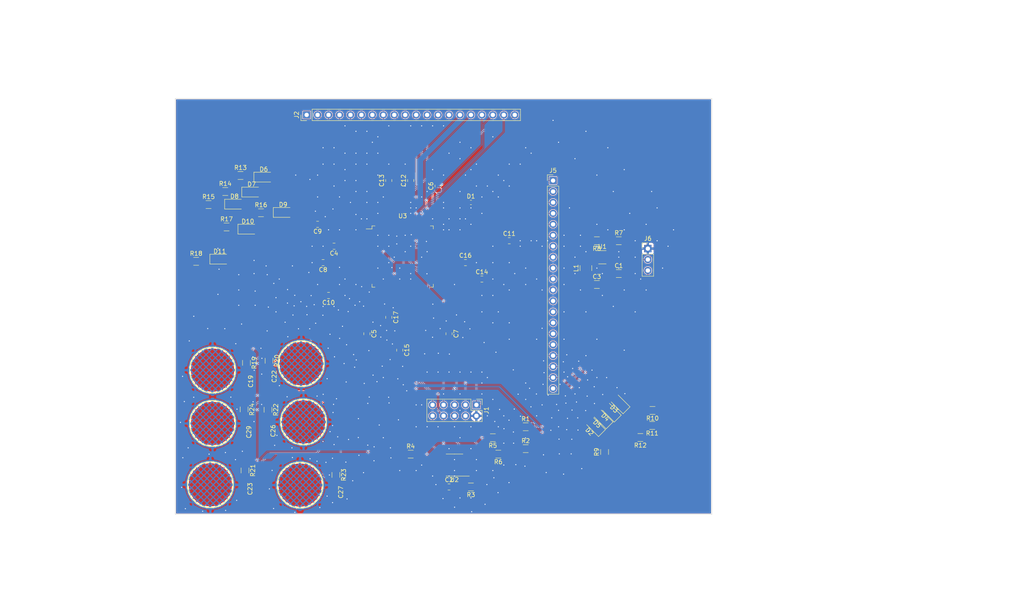
<source format=kicad_pcb>
(kicad_pcb (version 20171130) (host pcbnew 5.1.4+dfsg1-2)
  (layers (0 F.Cu signal) (31 B.Cu signal) (34 B.Paste user hide) (35 F.Paste user hide) (36 B.SilkS user) (37 F.SilkS user) (38 B.Mask user) (39 F.Mask user) (44 Edge.Cuts user))
  (net 0 "")
  (net 1 GND)
  (net 2 +3V3)
  (net 3 +1V2)
  (net 4 "Net-(D1-Pad1)")
  (net 5 "Net-(J1-Pad3)")
  (net 6 "Net-(J1-Pad4)")
  (net 7 CDONE)
  (net 8 SPI_CS)
  (net 9 CRESET)
  (net 10 SPI_SCK)
  (net 11 SPI_IN)
  (net 12 SPI_OUT)
  (net 13 IO78)
  (net 14 IO79)
  (net 15 IO80)
  (net 16 IO81)
  (net 17 IO82)
  (net 18 IO83)
  (net 19 IO85)
  (net 20 IO86)
  (net 21 IO87)
  (net 22 IO89)
  (net 23 IO90)
  (net 24 IO91)
  (net 25 IO93)
  (net 26 IO94)
  (net 27 IO95)
  (net 28 IO96)
  (net 29 IO97)
  (net 30 IO99)
  (net 31 IO100)
  (net 32 "Net-(J2-Pad1)")
  (net 33 IO25)
  (net 34 IO24)
  (net 35 IO21)
  (net 36 IO20)
  (net 37 IO19)
  (net 38 IO18)
  (net 39 IO16)
  (net 40 IO15)
  (net 41 IO13)
  (net 42 IO12)
  (net 43 IO10)
  (net 44 IO9)
  (net 45 IO8)
  (net 46 IO7)
  (net 47 IO4)
  (net 48 IO3)
  (net 49 IO2)
  (net 50 IO1)
  (net 51 IO26)
  (net 52 IO27)
  (net 53 IO28)
  (net 54 IO29)
  (net 55 IO30)
  (net 56 IO33)
  (net 57 IO34)
  (net 58 IO36)
  (net 59 IO37)
  (net 60 IO40)
  (net 61 IO41)
  (net 62 IO43)
  (net 63 IO74)
  (net 64 IO73)
  (net 65 IO72)
  (net 66 IO71)
  (net 67 IO69)
  (net 68 IO68)
  (net 69 IO66)
  (net 70 IO65)
  (net 71 IO64)
  (net 72 IO63)
  (net 73 IO62)
  (net 74 IO60)
  (net 75 IO59)
  (net 76 IO57)
  (net 77 IO56)
  (net 78 IO54)
  (net 79 IO53)
  (net 80 IO52)
  (net 81 IO51)
  (net 82 "Net-(J5-Pad20)")
  (net 83 "Net-(L1-Pad2)")
  (net 84 "Net-(R7-Pad1)")
  (net 85 "Net-(U3-Pad76)")
  (net 86 "Net-(D2-Pad1)")
  (net 87 "Net-(D3-Pad1)")
  (net 88 "Net-(D4-Pad1)")
  (net 89 "Net-(D5-Pad1)")
  (net 90 "Net-(D6-Pad1)")
  (net 91 "Net-(D7-Pad1)")
  (net 92 "Net-(D8-Pad1)")
  (net 93 "Net-(D9-Pad1)")
  (net 94 "Net-(D10-Pad1)")
  (net 95 "Net-(D11-Pad1)")
  (module Resistor_SMD:R_1206_3216Metric (layer F.Cu) (at 191.7 121.87 180)
    (fp_text reference R12 (at 0 -1.82) (layer F.SilkS))
    (fp_text value 10kohm)
    (pad 2 smd roundrect (at 1.4 0 180) (size 1.25 1.75) (layers F.Cu F.Paste F.Mask) (roundrect_rratio 0.2) (net 89 "Net-(D5-Pad1)"))
    (pad 1 smd roundrect (at -1.4 0 180) (size 1.25 1.75) (layers F.Cu F.Paste F.Mask) (roundrect_rratio 0.2) (net 1 GND))
  )
  (module Resistor_SMD:R_1206_3216Metric (layer F.Cu) (at 194.44 119.07 180)
    (fp_text reference R11 (at 0 -1.82) (layer F.SilkS))
    (fp_text value 10kohm)
    (pad 2 smd roundrect (at 1.4 0 180) (size 1.25 1.75) (layers F.Cu F.Paste F.Mask) (roundrect_rratio 0.2) (net 88 "Net-(D4-Pad1)"))
    (pad 1 smd roundrect (at -1.4 0 180) (size 1.25 1.75) (layers F.Cu F.Paste F.Mask) (roundrect_rratio 0.2) (net 1 GND))
  )
  (module Resistor_SMD:R_1206_3216Metric (layer F.Cu) (at 194.51 115.59 180)
    (fp_text reference R10 (at 0 -1.82) (layer F.SilkS))
    (fp_text value 10kohm)
    (pad 2 smd roundrect (at 1.4 0 180) (size 1.25 1.75) (layers F.Cu F.Paste F.Mask) (roundrect_rratio 0.2) (net 87 "Net-(D3-Pad1)"))
    (pad 1 smd roundrect (at -1.4 0 180) (size 1.25 1.75) (layers F.Cu F.Paste F.Mask) (roundrect_rratio 0.2) (net 1 GND))
  )
  (module Resistor_SMD:R_1206_3216Metric (layer F.Cu) (at 183.4 125.23 90)
    (fp_text reference R9 (at 0 -1.82 90) (layer F.SilkS))
    (fp_text value 10kohm)
    (pad 2 smd roundrect (at 1.4 0 90) (size 1.25 1.75) (layers F.Cu F.Paste F.Mask) (roundrect_rratio 0.2) (net 86 "Net-(D2-Pad1)"))
    (pad 1 smd roundrect (at -1.4 0 90) (size 1.25 1.75) (layers F.Cu F.Paste F.Mask) (roundrect_rratio 0.2) (net 1 GND))
  )
  (module LED_SMD:LED_1206_3216Metric (layer F.Cu) (at 182.94 117.44 135)
    (fp_text reference D5 (at 0 -1.82 135) (layer F.SilkS))
    (fp_text value LED)
    (pad 2 smd roundrect (at 1.4 0 135) (size 1.25 1.75) (layers F.Cu F.Paste F.Mask) (roundrect_rratio 0.2) (net 81 IO51))
    (pad 1 smd roundrect (at -1.4 0 135) (size 1.25 1.75) (layers F.Cu F.Paste F.Mask) (roundrect_rratio 0.2) (net 89 "Net-(D5-Pad1)"))
  )
  (module LED_SMD:LED_1206_3216Metric (layer F.Cu) (at 184.84 115.87 135)
    (fp_text reference D4 (at 0 -1.82 135) (layer F.SilkS))
    (fp_text value LED)
    (pad 2 smd roundrect (at 1.4 0 135) (size 1.25 1.75) (layers F.Cu F.Paste F.Mask) (roundrect_rratio 0.2) (net 80 IO52))
    (pad 1 smd roundrect (at -1.4 0 135) (size 1.25 1.75) (layers F.Cu F.Paste F.Mask) (roundrect_rratio 0.2) (net 88 "Net-(D4-Pad1)"))
  )
  (module LED_SMD:LED_1206_3216Metric (layer F.Cu) (at 186.87 113.94 135)
    (fp_text reference D3 (at 0 -1.82 135) (layer F.SilkS))
    (fp_text value LED)
    (pad 2 smd roundrect (at 1.4 0 135) (size 1.25 1.75) (layers F.Cu F.Paste F.Mask) (roundrect_rratio 0.2) (net 79 IO53))
    (pad 1 smd roundrect (at -1.4 0 135) (size 1.25 1.75) (layers F.Cu F.Paste F.Mask) (roundrect_rratio 0.2) (net 87 "Net-(D3-Pad1)"))
  )
  (module LED_SMD:LED_1206_3216Metric (layer F.Cu) (at 181.18 119.23 135)
    (fp_text reference D2 (at 0 -1.82 135) (layer F.SilkS))
    (fp_text value LED)
    (pad 2 smd roundrect (at 1.4 0 135) (size 1.25 1.75) (layers F.Cu F.Paste F.Mask) (roundrect_rratio 0.2) (net 7 CDONE))
    (pad 1 smd roundrect (at -1.4 0 135) (size 1.25 1.75) (layers F.Cu F.Paste F.Mask) (roundrect_rratio 0.2) (net 86 "Net-(D2-Pad1)"))
  )
  (module Capacitor_SMD:C_1206_3216Metric (layer F.Cu) (at 186.69 83.82)
    (fp_text reference C1 (at 0 -1.82) (layer F.SilkS))
    (fp_text value 4.7uF)
    (pad 2 smd roundrect (at 1.4 0) (size 1.25 1.75) (layers F.Cu F.Paste F.Mask) (roundrect_rratio 0.2) (net 1 GND))
    (pad 1 smd roundrect (at -1.4 0) (size 1.25 1.75) (layers F.Cu F.Paste F.Mask) (roundrect_rratio 0.2) (net 2 +3V3))
  )
  (module Capacitor_SMD:C_0805_2012Metric (layer F.Cu) (at 147.32 133.35)
    (fp_text reference C2 (at 0 -1.65) (layer F.SilkS))
    (fp_text value 0.1uF)
    (pad 2 smd roundrect (at 0.9375 0) (size 0.975 1.4) (layers F.Cu F.Paste F.Mask) (net 1 GND))
    (pad 1 smd roundrect (at -0.9375 0) (size 0.975 1.4) (layers F.Cu F.Paste F.Mask) (net 2 +3V3))
  )
  (module Capacitor_SMD:C_1206_3216Metric (layer F.Cu) (at 181.61 86.36)
    (fp_text reference C3 (at 0 -1.82) (layer F.SilkS))
    (fp_text value 10uF)
    (pad 2 smd roundrect (at 1.4 0) (size 1.25 1.75) (layers F.Cu F.Paste F.Mask) (roundrect_rratio 0.2) (net 1 GND))
    (pad 1 smd roundrect (at -1.4 0) (size 1.25 1.75) (layers F.Cu F.Paste F.Mask) (roundrect_rratio 0.2) (net 3 +1V2))
  )
  (module Capacitor_SMD:C_0805_2012Metric (layer F.Cu) (at 120.65 77.47 180)
    (fp_text reference C4 (at 0 -1.65) (layer F.SilkS))
    (fp_text value 0.1uF)
    (pad 2 smd roundrect (at 0.9375 0 180) (size 0.975 1.4) (layers F.Cu F.Paste F.Mask) (net 1 GND))
    (pad 1 smd roundrect (at -0.9375 0 180) (size 0.975 1.4) (layers F.Cu F.Paste F.Mask) (net 3 +1V2))
  )
  (module Capacitor_SMD:C_0805_2012Metric (layer F.Cu) (at 128.27 97.79 270)
    (fp_text reference C5 (at 0 -1.65 90) (layer F.SilkS))
    (fp_text value 0.1uF)
    (pad 2 smd roundrect (at 0.9375 0 270) (size 0.975 1.4) (layers F.Cu F.Paste F.Mask) (net 1 GND))
    (pad 1 smd roundrect (at -0.9375 0 270) (size 0.975 1.4) (layers F.Cu F.Paste F.Mask) (net 2 +3V3))
  )
  (module Capacitor_SMD:C_0805_2012Metric (layer F.Cu) (at 144.78 63.5 90)
    (fp_text reference C6 (at 0 -1.65 90) (layer F.SilkS))
    (fp_text value 0.1uF)
    (pad 2 smd roundrect (at 0.9375 0 90) (size 0.975 1.4) (layers F.Cu F.Paste F.Mask) (net 1 GND))
    (pad 1 smd roundrect (at -0.9375 0 90) (size 0.975 1.4) (layers F.Cu F.Paste F.Mask) (net 3 +1V2))
  )
  (module Capacitor_SMD:C_0805_2012Metric (layer F.Cu) (at 147.32 97.79 270)
    (fp_text reference C7 (at 0 -1.65 90) (layer F.SilkS))
    (fp_text value 0.1uF)
    (pad 2 smd roundrect (at 0.9375 0 270) (size 0.975 1.4) (layers F.Cu F.Paste F.Mask) (net 1 GND))
    (pad 1 smd roundrect (at -0.9375 0 270) (size 0.975 1.4) (layers F.Cu F.Paste F.Mask) (net 2 +3V3))
  )
  (module Capacitor_SMD:C_0805_2012Metric (layer F.Cu) (at 118.11 81.28 180)
    (fp_text reference C8 (at 0 -1.65) (layer F.SilkS))
    (fp_text value 0.1uF)
    (pad 2 smd roundrect (at 0.9375 0 180) (size 0.975 1.4) (layers F.Cu F.Paste F.Mask) (net 1 GND))
    (pad 1 smd roundrect (at -0.9375 0 180) (size 0.975 1.4) (layers F.Cu F.Paste F.Mask) (net 2 +3V3))
  )
  (module Capacitor_SMD:C_0805_2012Metric (layer F.Cu) (at 116.84 72.39 180)
    (fp_text reference C9 (at 0 -1.65) (layer F.SilkS))
    (fp_text value 0.1uF)
    (pad 2 smd roundrect (at 0.9375 0 180) (size 0.975 1.4) (layers F.Cu F.Paste F.Mask) (net 1 GND))
    (pad 1 smd roundrect (at -0.9375 0 180) (size 0.975 1.4) (layers F.Cu F.Paste F.Mask) (net 2 +3V3))
  )
  (module Capacitor_SMD:C_0805_2012Metric (layer F.Cu) (at 119.38 88.9 180)
    (fp_text reference C10 (at 0 -1.65) (layer F.SilkS))
    (fp_text value 0.1uF)
    (pad 2 smd roundrect (at 0.9375 0 180) (size 0.975 1.4) (layers F.Cu F.Paste F.Mask) (net 1 GND))
    (pad 1 smd roundrect (at -0.9375 0 180) (size 0.975 1.4) (layers F.Cu F.Paste F.Mask) (net 2 +3V3))
  )
  (module Capacitor_SMD:C_0805_2012Metric (layer F.Cu) (at 161.29 76.2)
    (fp_text reference C11 (at 0 -1.65) (layer F.SilkS))
    (fp_text value 0.1uF)
    (pad 2 smd roundrect (at 0.9375 0) (size 0.975 1.4) (layers F.Cu F.Paste F.Mask) (net 1 GND))
    (pad 1 smd roundrect (at -0.9375 0) (size 0.975 1.4) (layers F.Cu F.Paste F.Mask) (net 2 +3V3))
  )
  (module Capacitor_SMD:C_0805_2012Metric (layer F.Cu) (at 138.43 62.23 90)
    (fp_text reference C12 (at 0 -1.65 90) (layer F.SilkS))
    (fp_text value 0.1uF)
    (pad 2 smd roundrect (at 0.9375 0 90) (size 0.975 1.4) (layers F.Cu F.Paste F.Mask) (net 1 GND))
    (pad 1 smd roundrect (at -0.9375 0 90) (size 0.975 1.4) (layers F.Cu F.Paste F.Mask) (net 2 +3V3))
  )
  (module Capacitor_SMD:C_0805_2012Metric (layer F.Cu) (at 133.35 62.23 90)
    (fp_text reference C13 (at 0 -1.65 90) (layer F.SilkS))
    (fp_text value 0.1uF)
    (pad 2 smd roundrect (at 0.9375 0 90) (size 0.975 1.4) (layers F.Cu F.Paste F.Mask) (net 1 GND))
    (pad 1 smd roundrect (at -0.9375 0 90) (size 0.975 1.4) (layers F.Cu F.Paste F.Mask) (net 2 +3V3))
  )
  (module Capacitor_SMD:C_0805_2012Metric (layer F.Cu) (at 154.94 85.09)
    (fp_text reference C14 (at 0 -1.65) (layer F.SilkS))
    (fp_text value 0.1uF)
    (pad 2 smd roundrect (at 0.9375 0) (size 0.975 1.4) (layers F.Cu F.Paste F.Mask) (net 1 GND))
    (pad 1 smd roundrect (at -0.9375 0) (size 0.975 1.4) (layers F.Cu F.Paste F.Mask) (net 2 +3V3))
  )
  (module Capacitor_SMD:C_0805_2012Metric (layer F.Cu) (at 135.89 101.6 270)
    (fp_text reference C15 (at 0 -1.65 90) (layer F.SilkS))
    (fp_text value 0.1uF)
    (pad 2 smd roundrect (at 0.9375 0 270) (size 0.975 1.4) (layers F.Cu F.Paste F.Mask) (net 1 GND))
    (pad 1 smd roundrect (at -0.9375 0 270) (size 0.975 1.4) (layers F.Cu F.Paste F.Mask) (net 2 +3V3))
  )
  (module Capacitor_SMD:C_0805_2012Metric (layer F.Cu) (at 151.13 81.28)
    (fp_text reference C16 (at 0 -1.65) (layer F.SilkS))
    (fp_text value 0.1uF)
    (pad 2 smd roundrect (at 0.9375 0) (size 0.975 1.4) (layers F.Cu F.Paste F.Mask) (net 1 GND))
    (pad 1 smd roundrect (at -0.9375 0) (size 0.975 1.4) (layers F.Cu F.Paste F.Mask) (net 3 +1V2))
  )
  (module Capacitor_SMD:C_0805_2012Metric (layer F.Cu) (at 133.35 93.98 270)
    (fp_text reference C17 (at 0 -1.65 90) (layer F.SilkS))
    (fp_text value 0.1uF)
    (pad 2 smd roundrect (at 0.9375 0 270) (size 0.975 1.4) (layers F.Cu F.Paste F.Mask) (net 1 GND))
    (pad 1 smd roundrect (at -0.9375 0 270) (size 0.975 1.4) (layers F.Cu F.Paste F.Mask) (net 3 +1V2))
  )
  (module Capacitor_SMD:C_0603_1608Metric (layer F.Cu) (at 152.4 67.31)
    (fp_text reference D1 (at 0 -1.43) (layer F.SilkS))
    (fp_text value D)
    (pad 2 smd roundrect (at 0.7875 0) (size 0.875 0.95) (layers F.Cu F.Paste F.Mask) (net 2 +3V3))
    (pad 1 smd roundrect (at -0.7875 0) (size 0.875 0.95) (layers F.Cu F.Paste F.Mask) (net 4 "Net-(D1-Pad1)"))
  )
  (module Connector_PinHeader_2.54mm:PinHeader_2x05_P2.54mm_Vertical (layer F.Cu) (at 153.67 114.3 270)
    (fp_text reference J1 (at 1.27 -2.33 90) (layer F.SilkS))
    (fp_text value Conn_02x05_Odd_Even)
    (pad 10 thru_hole oval (at 2.54 10.16 270) (size 1.7 1.7) (drill 1) (layers *.Cu *.Mask) (net 12 SPI_OUT))
    (pad 9 thru_hole oval (at 0 10.16 270) (size 1.7 1.7) (drill 1) (layers *.Cu *.Mask) (net 11 SPI_IN))
    (pad 8 thru_hole oval (at 2.54 7.62 270) (size 1.7 1.7) (drill 1) (layers *.Cu *.Mask) (net 10 SPI_SCK))
    (pad 7 thru_hole oval (at 0 7.62 270) (size 1.7 1.7) (drill 1) (layers *.Cu *.Mask) (net 9 CRESET))
    (pad 6 thru_hole oval (at 2.54 5.08 270) (size 1.7 1.7) (drill 1) (layers *.Cu *.Mask) (net 8 SPI_CS))
    (pad 5 thru_hole oval (at 0 5.08 270) (size 1.7 1.7) (drill 1) (layers *.Cu *.Mask) (net 7 CDONE))
    (pad 4 thru_hole oval (at 2.54 2.54 270) (size 1.7 1.7) (drill 1) (layers *.Cu *.Mask) (net 6 "Net-(J1-Pad4)"))
    (pad 3 thru_hole oval (at 0 2.54 270) (size 1.7 1.7) (drill 1) (layers *.Cu *.Mask) (net 5 "Net-(J1-Pad3)"))
    (pad 2 thru_hole oval (at 2.54 0 270) (size 1.7 1.7) (drill 1) (layers *.Cu *.Mask) (net 1 GND))
    (pad 1 thru_hole rect (at 0 0 270) (size 1.7 1.7) (drill 1) (layers *.Cu *.Mask) (net 2 +3V3))
  )
  (module Connector_PinHeader_2.54mm:PinHeader_1x20_P2.54mm_Vertical (layer F.Cu) (at 114.3 46.99 90)
    (fp_text reference J2 (at 0 -2.33 90) (layer F.SilkS))
    (fp_text value Conn_01x20_Male)
    (pad 20 thru_hole oval (at 0 48.26 90) (size 1.7 1.7) (drill 1) (layers *.Cu *.Mask) (net 13 IO78))
    (pad 19 thru_hole oval (at 0 45.72 90) (size 1.7 1.7) (drill 1) (layers *.Cu *.Mask) (net 14 IO79))
    (pad 18 thru_hole oval (at 0 43.18 90) (size 1.7 1.7) (drill 1) (layers *.Cu *.Mask) (net 15 IO80))
    (pad 17 thru_hole oval (at 0 40.64 90) (size 1.7 1.7) (drill 1) (layers *.Cu *.Mask) (net 16 IO81))
    (pad 16 thru_hole oval (at 0 38.1 90) (size 1.7 1.7) (drill 1) (layers *.Cu *.Mask) (net 17 IO82))
    (pad 15 thru_hole oval (at 0 35.56 90) (size 1.7 1.7) (drill 1) (layers *.Cu *.Mask) (net 18 IO83))
    (pad 14 thru_hole oval (at 0 33.02 90) (size 1.7 1.7) (drill 1) (layers *.Cu *.Mask) (net 19 IO85))
    (pad 13 thru_hole oval (at 0 30.48 90) (size 1.7 1.7) (drill 1) (layers *.Cu *.Mask) (net 20 IO86))
    (pad 12 thru_hole oval (at 0 27.94 90) (size 1.7 1.7) (drill 1) (layers *.Cu *.Mask) (net 21 IO87))
    (pad 11 thru_hole oval (at 0 25.4 90) (size 1.7 1.7) (drill 1) (layers *.Cu *.Mask) (net 22 IO89))
    (pad 10 thru_hole oval (at 0 22.86 90) (size 1.7 1.7) (drill 1) (layers *.Cu *.Mask) (net 23 IO90))
    (pad 9 thru_hole oval (at 0 20.32 90) (size 1.7 1.7) (drill 1) (layers *.Cu *.Mask) (net 24 IO91))
    (pad 8 thru_hole oval (at 0 17.78 90) (size 1.7 1.7) (drill 1) (layers *.Cu *.Mask) (net 25 IO93))
    (pad 7 thru_hole oval (at 0 15.24 90) (size 1.7 1.7) (drill 1) (layers *.Cu *.Mask) (net 26 IO94))
    (pad 6 thru_hole oval (at 0 12.7 90) (size 1.7 1.7) (drill 1) (layers *.Cu *.Mask) (net 27 IO95))
    (pad 5 thru_hole oval (at 0 10.16 90) (size 1.7 1.7) (drill 1) (layers *.Cu *.Mask) (net 28 IO96))
    (pad 4 thru_hole oval (at 0 7.62 90) (size 1.7 1.7) (drill 1) (layers *.Cu *.Mask) (net 29 IO97))
    (pad 3 thru_hole oval (at 0 5.08 90) (size 1.7 1.7) (drill 1) (layers *.Cu *.Mask) (net 30 IO99))
    (pad 2 thru_hole oval (at 0 2.54 90) (size 1.7 1.7) (drill 1) (layers *.Cu *.Mask) (net 31 IO100))
    (pad 1 thru_hole rect (at 0 0 90) (size 1.7 1.7) (drill 1) (layers *.Cu *.Mask) (net 32 "Net-(J2-Pad1)"))
  )
  (module Connector_PinHeader_2.54mm:PinHeader_1x20_P2.54mm_Vertical (layer F.Cu) (at 171.45 62.23)
    (fp_text reference J5 (at 0 -2.33) (layer F.SilkS))
    (fp_text value Conn_01x20_Male)
    (pad 20 thru_hole oval (at 0 48.26) (size 1.7 1.7) (drill 1) (layers *.Cu *.Mask) (net 82 "Net-(J5-Pad20)"))
    (pad 19 thru_hole oval (at 0 45.72) (size 1.7 1.7) (drill 1) (layers *.Cu *.Mask) (net 81 IO51))
    (pad 18 thru_hole oval (at 0 43.18) (size 1.7 1.7) (drill 1) (layers *.Cu *.Mask) (net 80 IO52))
    (pad 17 thru_hole oval (at 0 40.64) (size 1.7 1.7) (drill 1) (layers *.Cu *.Mask) (net 79 IO53))
    (pad 16 thru_hole oval (at 0 38.1) (size 1.7 1.7) (drill 1) (layers *.Cu *.Mask) (net 78 IO54))
    (pad 15 thru_hole oval (at 0 35.56) (size 1.7 1.7) (drill 1) (layers *.Cu *.Mask) (net 77 IO56))
    (pad 14 thru_hole oval (at 0 33.02) (size 1.7 1.7) (drill 1) (layers *.Cu *.Mask) (net 76 IO57))
    (pad 13 thru_hole oval (at 0 30.48) (size 1.7 1.7) (drill 1) (layers *.Cu *.Mask) (net 75 IO59))
    (pad 12 thru_hole oval (at 0 27.94) (size 1.7 1.7) (drill 1) (layers *.Cu *.Mask) (net 74 IO60))
    (pad 11 thru_hole oval (at 0 25.4) (size 1.7 1.7) (drill 1) (layers *.Cu *.Mask) (net 73 IO62))
    (pad 10 thru_hole oval (at 0 22.86) (size 1.7 1.7) (drill 1) (layers *.Cu *.Mask) (net 72 IO63))
    (pad 9 thru_hole oval (at 0 20.32) (size 1.7 1.7) (drill 1) (layers *.Cu *.Mask) (net 71 IO64))
    (pad 8 thru_hole oval (at 0 17.78) (size 1.7 1.7) (drill 1) (layers *.Cu *.Mask) (net 70 IO65))
    (pad 7 thru_hole oval (at 0 15.24) (size 1.7 1.7) (drill 1) (layers *.Cu *.Mask) (net 69 IO66))
    (pad 6 thru_hole oval (at 0 12.7) (size 1.7 1.7) (drill 1) (layers *.Cu *.Mask) (net 68 IO68))
    (pad 5 thru_hole oval (at 0 10.16) (size 1.7 1.7) (drill 1) (layers *.Cu *.Mask) (net 67 IO69))
    (pad 4 thru_hole oval (at 0 7.62) (size 1.7 1.7) (drill 1) (layers *.Cu *.Mask) (net 66 IO71))
    (pad 3 thru_hole oval (at 0 5.08) (size 1.7 1.7) (drill 1) (layers *.Cu *.Mask) (net 65 IO72))
    (pad 2 thru_hole oval (at 0 2.54) (size 1.7 1.7) (drill 1) (layers *.Cu *.Mask) (net 64 IO73))
    (pad 1 thru_hole rect (at 0 0) (size 1.7 1.7) (drill 1) (layers *.Cu *.Mask) (net 63 IO74))
  )
  (module Connector_PinHeader_2.54mm:PinHeader_1x03_P2.54mm_Vertical (layer F.Cu) (at 193.435 78.025)
    (fp_text reference J6 (at 0 -2.33) (layer F.SilkS))
    (fp_text value Conn_01x03_Male)
    (pad 3 thru_hole oval (at 0 5.08) (size 1.7 1.7) (drill 1) (layers *.Cu *.Mask) (net 3 +1V2))
    (pad 2 thru_hole oval (at 0 2.54) (size 1.7 1.7) (drill 1) (layers *.Cu *.Mask) (net 2 +3V3))
    (pad 1 thru_hole rect (at 0 0) (size 1.7 1.7) (drill 1) (layers *.Cu *.Mask) (net 1 GND))
  )
  (module Inductor_SMD:L_1210_3225Metric (layer F.Cu) (at 179.07 82.55 90)
    (fp_text reference L1 (at 0 -2.28 90) (layer F.SilkS))
    (fp_text value 2.2uH)
    (pad 2 smd roundrect (at 1.4 0 90) (size 1.25 2.65) (layers F.Cu F.Paste F.Mask) (roundrect_rratio 0.2) (net 83 "Net-(L1-Pad2)"))
    (pad 1 smd roundrect (at -1.4 0 90) (size 1.25 2.65) (layers F.Cu F.Paste F.Mask) (roundrect_rratio 0.2) (net 3 +1V2))
  )
  (module Resistor_SMD:R_1206_3216Metric (layer F.Cu) (at 165.1 119.38)
    (fp_text reference R1 (at 0 -1.82) (layer F.SilkS))
    (fp_text value R)
    (pad 2 smd roundrect (at 1.4 0) (size 1.25 1.75) (layers F.Cu F.Paste F.Mask) (roundrect_rratio 0.2) (net 7 CDONE))
    (pad 1 smd roundrect (at -1.4 0) (size 1.25 1.75) (layers F.Cu F.Paste F.Mask) (roundrect_rratio 0.2) (net 2 +3V3))
  )
  (module Resistor_SMD:R_1206_3216Metric (layer F.Cu) (at 165.1 124.46)
    (fp_text reference R2 (at 0 -1.82) (layer F.SilkS))
    (fp_text value R)
    (pad 2 smd roundrect (at 1.4 0) (size 1.25 1.75) (layers F.Cu F.Paste F.Mask) (roundrect_rratio 0.2) (net 9 CRESET))
    (pad 1 smd roundrect (at -1.4 0) (size 1.25 1.75) (layers F.Cu F.Paste F.Mask) (roundrect_rratio 0.2) (net 2 +3V3))
  )
  (module Resistor_SMD:R_1206_3216Metric (layer F.Cu) (at 152.4 133.35 180)
    (fp_text reference R3 (at 0 -1.82) (layer F.SilkS))
    (fp_text value R)
    (pad 2 smd roundrect (at 1.4 0 180) (size 1.25 1.75) (layers F.Cu F.Paste F.Mask) (roundrect_rratio 0.2) (net 11 SPI_IN))
    (pad 1 smd roundrect (at -1.4 0 180) (size 1.25 1.75) (layers F.Cu F.Paste F.Mask) (roundrect_rratio 0.2) (net 2 +3V3))
  )
  (module Resistor_SMD:R_1206_3216Metric (layer F.Cu) (at 138.43 125.73)
    (fp_text reference R4 (at 0 -1.82) (layer F.SilkS))
    (fp_text value R)
    (pad 2 smd roundrect (at 1.4 0) (size 1.25 1.75) (layers F.Cu F.Paste F.Mask) (roundrect_rratio 0.2) (net 12 SPI_OUT))
    (pad 1 smd roundrect (at -1.4 0) (size 1.25 1.75) (layers F.Cu F.Paste F.Mask) (roundrect_rratio 0.2) (net 2 +3V3))
  )
  (module Resistor_SMD:R_1206_3216Metric (layer F.Cu) (at 157.48 121.92 180)
    (fp_text reference R5 (at 0 -1.82) (layer F.SilkS))
    (fp_text value R)
    (pad 2 smd roundrect (at 1.4 0 180) (size 1.25 1.75) (layers F.Cu F.Paste F.Mask) (roundrect_rratio 0.2) (net 10 SPI_SCK))
    (pad 1 smd roundrect (at -1.4 0 180) (size 1.25 1.75) (layers F.Cu F.Paste F.Mask) (roundrect_rratio 0.2) (net 2 +3V3))
  )
  (module Resistor_SMD:R_1206_3216Metric (layer F.Cu) (at 158.75 125.73 180)
    (fp_text reference R6 (at 0 -1.82) (layer F.SilkS))
    (fp_text value R)
    (pad 2 smd roundrect (at 1.4 0 180) (size 1.25 1.75) (layers F.Cu F.Paste F.Mask) (roundrect_rratio 0.2) (net 8 SPI_CS))
    (pad 1 smd roundrect (at -1.4 0 180) (size 1.25 1.75) (layers F.Cu F.Paste F.Mask) (roundrect_rratio 0.2) (net 2 +3V3))
  )
  (module Resistor_SMD:R_1206_3216Metric (layer F.Cu) (at 186.69 76.2)
    (fp_text reference R7 (at 0 -1.82) (layer F.SilkS))
    (fp_text value 100kOhm)
    (pad 2 smd roundrect (at 1.4 0) (size 1.25 1.75) (layers F.Cu F.Paste F.Mask) (roundrect_rratio 0.2) (net 1 GND))
    (pad 1 smd roundrect (at -1.4 0) (size 1.25 1.75) (layers F.Cu F.Paste F.Mask) (roundrect_rratio 0.2) (net 84 "Net-(R7-Pad1)"))
  )
  (module Resistor_SMD:R_1206_3216Metric (layer F.Cu) (at 181.61 76.2 180)
    (fp_text reference R8 (at 0 -1.82) (layer F.SilkS))
    (fp_text value 100kOhm)
    (pad 2 smd roundrect (at 1.4 0 180) (size 1.25 1.75) (layers F.Cu F.Paste F.Mask) (roundrect_rratio 0.2) (net 3 +1V2))
    (pad 1 smd roundrect (at -1.4 0 180) (size 1.25 1.75) (layers F.Cu F.Paste F.Mask) (roundrect_rratio 0.2) (net 84 "Net-(R7-Pad1)"))
  )
  (module Package_TO_SOT_SMD:TSOT-23-5 (layer F.Cu) (at 182.88 80.01)
    (fp_text reference U1 (at 0 -2.45) (layer F.SilkS))
    (fp_text value LTC3406ES5)
    (pad 5 smd rect (at 1.31 -0.95) (size 1.22 0.65) (layers F.Cu F.Paste F.Mask) (net 84 "Net-(R7-Pad1)"))
    (pad 4 smd rect (at 1.31 0.95) (size 1.22 0.65) (layers F.Cu F.Paste F.Mask) (net 2 +3V3))
    (pad 3 smd rect (at -1.31 0.95) (size 1.22 0.65) (layers F.Cu F.Paste F.Mask) (net 83 "Net-(L1-Pad2)"))
    (pad 2 smd rect (at -1.31 0) (size 1.22 0.65) (layers F.Cu F.Paste F.Mask) (net 1 GND))
    (pad 1 smd rect (at -1.31 -0.95) (size 1.22 0.65) (layers F.Cu F.Paste F.Mask) (net 2 +3V3))
  )
  (module Package_SO:SOIC-8_3.9x4.9mm_P1.27mm (layer F.Cu) (at 148.59 128.27 180)
    (fp_text reference U2 (at 0 -3.4) (layer F.SilkS))
    (fp_text value AT25SF081-SSHD-X)
    (pad 8 smd roundrect (at 2.475 -1.905 180) (size 1.95 0.6) (layers F.Cu F.Paste F.Mask) (net 2 +3V3))
    (pad 7 smd roundrect (at 2.475 -0.635 180) (size 1.95 0.6) (layers F.Cu F.Paste F.Mask) (net 2 +3V3))
    (pad 6 smd roundrect (at 2.475 0.635 180) (size 1.95 0.6) (layers F.Cu F.Paste F.Mask) (net 10 SPI_SCK))
    (pad 5 smd roundrect (at 2.475 1.905 180) (size 1.95 0.6) (layers F.Cu F.Paste F.Mask) (net 12 SPI_OUT))
    (pad 4 smd roundrect (at -2.475 1.905 180) (size 1.95 0.6) (layers F.Cu F.Paste F.Mask) (net 1 GND))
    (pad 3 smd roundrect (at -2.475 0.635 180) (size 1.95 0.6) (layers F.Cu F.Paste F.Mask) (net 2 +3V3))
    (pad 2 smd roundrect (at -2.475 -0.635 180) (size 1.95 0.6) (layers F.Cu F.Paste F.Mask) (net 11 SPI_IN))
    (pad 1 smd roundrect (at -2.475 -1.905 180) (size 1.95 0.6) (layers F.Cu F.Paste F.Mask) (net 8 SPI_CS))
  )
  (module Package_QFP:LQFP-100_14x14mm_P0.5mm (layer F.Cu) (at 136.565 79.865)
    (fp_text reference U3 (at 0 -9.42) (layer F.SilkS))
    (fp_text value "ICE40HX1K-VQ100(VQFP100)")
    (pad 100 smd roundrect (at -6 -7.675) (size 0.3 1.6) (layers F.Cu F.Paste F.Mask) (net 31 IO100))
    (pad 99 smd roundrect (at -5.5 -7.675) (size 0.3 1.6) (layers F.Cu F.Paste F.Mask) (net 30 IO99))
    (pad 98 smd roundrect (at -5 -7.675) (size 0.3 1.6) (layers F.Cu F.Paste F.Mask) (net 1 GND))
    (pad 97 smd roundrect (at -4.5 -7.675) (size 0.3 1.6) (layers F.Cu F.Paste F.Mask) (net 29 IO97))
    (pad 96 smd roundrect (at -4 -7.675) (size 0.3 1.6) (layers F.Cu F.Paste F.Mask) (net 28 IO96))
    (pad 95 smd roundrect (at -3.5 -7.675) (size 0.3 1.6) (layers F.Cu F.Paste F.Mask) (net 27 IO95))
    (pad 94 smd roundrect (at -3 -7.675) (size 0.3 1.6) (layers F.Cu F.Paste F.Mask) (net 26 IO94))
    (pad 93 smd roundrect (at -2.5 -7.675) (size 0.3 1.6) (layers F.Cu F.Paste F.Mask) (net 25 IO93))
    (pad 92 smd roundrect (at -2 -7.675) (size 0.3 1.6) (layers F.Cu F.Paste F.Mask) (net 2 +3V3))
    (pad 91 smd roundrect (at -1.5 -7.675) (size 0.3 1.6) (layers F.Cu F.Paste F.Mask) (net 24 IO91))
    (pad 90 smd roundrect (at -1 -7.675) (size 0.3 1.6) (layers F.Cu F.Paste F.Mask) (net 23 IO90))
    (pad 89 smd roundrect (at -0.5 -7.675) (size 0.3 1.6) (layers F.Cu F.Paste F.Mask) (net 22 IO89))
    (pad 88 smd roundrect (at 0 -7.675) (size 0.3 1.6) (layers F.Cu F.Paste F.Mask) (net 2 +3V3))
    (pad 87 smd roundrect (at 0.5 -7.675) (size 0.3 1.6) (layers F.Cu F.Paste F.Mask) (net 21 IO87))
    (pad 86 smd roundrect (at 1 -7.675) (size 0.3 1.6) (layers F.Cu F.Paste F.Mask) (net 20 IO86))
    (pad 85 smd roundrect (at 1.5 -7.675) (size 0.3 1.6) (layers F.Cu F.Paste F.Mask) (net 19 IO85))
    (pad 84 smd roundrect (at 2 -7.675) (size 0.3 1.6) (layers F.Cu F.Paste F.Mask) (net 1 GND))
    (pad 83 smd roundrect (at 2.5 -7.675) (size 0.3 1.6) (layers F.Cu F.Paste F.Mask) (net 18 IO83))
    (pad 82 smd roundrect (at 3 -7.675) (size 0.3 1.6) (layers F.Cu F.Paste F.Mask) (net 17 IO82))
    (pad 81 smd roundrect (at 3.5 -7.675) (size 0.3 1.6) (layers F.Cu F.Paste F.Mask) (net 16 IO81))
    (pad 80 smd roundrect (at 4 -7.675) (size 0.3 1.6) (layers F.Cu F.Paste F.Mask) (net 15 IO80))
    (pad 79 smd roundrect (at 4.5 -7.675) (size 0.3 1.6) (layers F.Cu F.Paste F.Mask) (net 14 IO79))
    (pad 78 smd roundrect (at 5 -7.675) (size 0.3 1.6) (layers F.Cu F.Paste F.Mask) (net 13 IO78))
    (pad 77 smd roundrect (at 5.5 -7.675) (size 0.3 1.6) (layers F.Cu F.Paste F.Mask) (net 3 +1V2))
    (pad 76 smd roundrect (at 6 -7.675) (size 0.3 1.6) (layers F.Cu F.Paste F.Mask) (net 85 "Net-(U3-Pad76)"))
    (pad 75 smd roundrect (at 7.675 -6) (size 1.6 0.3) (layers F.Cu F.Paste F.Mask) (net 4 "Net-(D1-Pad1)"))
    (pad 74 smd roundrect (at 7.675 -5.5) (size 1.6 0.3) (layers F.Cu F.Paste F.Mask) (net 63 IO74))
    (pad 73 smd roundrect (at 7.675 -5) (size 1.6 0.3) (layers F.Cu F.Paste F.Mask) (net 64 IO73))
    (pad 72 smd roundrect (at 7.675 -4.5) (size 1.6 0.3) (layers F.Cu F.Paste F.Mask) (net 65 IO72))
    (pad 71 smd roundrect (at 7.675 -4) (size 1.6 0.3) (layers F.Cu F.Paste F.Mask) (net 66 IO71))
    (pad 70 smd roundrect (at 7.675 -3.5) (size 1.6 0.3) (layers F.Cu F.Paste F.Mask) (net 1 GND))
    (pad 69 smd roundrect (at 7.675 -3) (size 1.6 0.3) (layers F.Cu F.Paste F.Mask) (net 67 IO69))
    (pad 68 smd roundrect (at 7.675 -2.5) (size 1.6 0.3) (layers F.Cu F.Paste F.Mask) (net 68 IO68))
    (pad 67 smd roundrect (at 7.675 -2) (size 1.6 0.3) (layers F.Cu F.Paste F.Mask) (net 2 +3V3))
    (pad 66 smd roundrect (at 7.675 -1.5) (size 1.6 0.3) (layers F.Cu F.Paste F.Mask) (net 69 IO66))
    (pad 65 smd roundrect (at 7.675 -1) (size 1.6 0.3) (layers F.Cu F.Paste F.Mask) (net 70 IO65))
    (pad 64 smd roundrect (at 7.675 -0.5) (size 1.6 0.3) (layers F.Cu F.Paste F.Mask) (net 71 IO64))
    (pad 63 smd roundrect (at 7.675 0) (size 1.6 0.3) (layers F.Cu F.Paste F.Mask) (net 72 IO63))
    (pad 62 smd roundrect (at 7.675 0.5) (size 1.6 0.3) (layers F.Cu F.Paste F.Mask) (net 73 IO62))
    (pad 61 smd roundrect (at 7.675 1) (size 1.6 0.3) (layers F.Cu F.Paste F.Mask) (net 3 +1V2))
    (pad 60 smd roundrect (at 7.675 1.5) (size 1.6 0.3) (layers F.Cu F.Paste F.Mask) (net 74 IO60))
    (pad 59 smd roundrect (at 7.675 2) (size 1.6 0.3) (layers F.Cu F.Paste F.Mask) (net 75 IO59))
    (pad 58 smd roundrect (at 7.675 2.5) (size 1.6 0.3) (layers F.Cu F.Paste F.Mask) (net 2 +3V3))
    (pad 57 smd roundrect (at 7.675 3) (size 1.6 0.3) (layers F.Cu F.Paste F.Mask) (net 76 IO57))
    (pad 56 smd roundrect (at 7.675 3.5) (size 1.6 0.3) (layers F.Cu F.Paste F.Mask) (net 77 IO56))
    (pad 55 smd roundrect (at 7.675 4) (size 1.6 0.3) (layers F.Cu F.Paste F.Mask) (net 1 GND))
    (pad 54 smd roundrect (at 7.675 4.5) (size 1.6 0.3) (layers F.Cu F.Paste F.Mask) (net 78 IO54))
    (pad 53 smd roundrect (at 7.675 5) (size 1.6 0.3) (layers F.Cu F.Paste F.Mask) (net 79 IO53))
    (pad 52 smd roundrect (at 7.675 5.5) (size 1.6 0.3) (layers F.Cu F.Paste F.Mask) (net 80 IO52))
    (pad 51 smd roundrect (at 7.675 6) (size 1.6 0.3) (layers F.Cu F.Paste F.Mask) (net 81 IO51))
    (pad 50 smd roundrect (at 6 7.675) (size 0.3 1.6) (layers F.Cu F.Paste F.Mask) (net 2 +3V3))
    (pad 49 smd roundrect (at 5.5 7.675) (size 0.3 1.6) (layers F.Cu F.Paste F.Mask) (net 8 SPI_CS))
    (pad 48 smd roundrect (at 5 7.675) (size 0.3 1.6) (layers F.Cu F.Paste F.Mask) (net 10 SPI_SCK))
    (pad 47 smd roundrect (at 4.5 7.675) (size 0.3 1.6) (layers F.Cu F.Paste F.Mask) (net 1 GND))
    (pad 46 smd roundrect (at 4 7.675) (size 0.3 1.6) (layers F.Cu F.Paste F.Mask) (net 11 SPI_IN))
    (pad 45 smd roundrect (at 3.5 7.675) (size 0.3 1.6) (layers F.Cu F.Paste F.Mask) (net 12 SPI_OUT))
    (pad 44 smd roundrect (at 3 7.675) (size 0.3 1.6) (layers F.Cu F.Paste F.Mask) (net 9 CRESET))
    (pad 43 smd roundrect (at 2.5 7.675) (size 0.3 1.6) (layers F.Cu F.Paste F.Mask) (net 7 CDONE))
    (pad 42 smd roundrect (at 2 7.675) (size 0.3 1.6) (layers F.Cu F.Paste F.Mask) (net 62 IO43))
    (pad 41 smd roundrect (at 1.5 7.675) (size 0.3 1.6) (layers F.Cu F.Paste F.Mask) (net 61 IO41))
    (pad 40 smd roundrect (at 1 7.675) (size 0.3 1.6) (layers F.Cu F.Paste F.Mask) (net 60 IO40))
    (pad 39 smd roundrect (at 0.5 7.675) (size 0.3 1.6) (layers F.Cu F.Paste F.Mask) (net 1 GND))
    (pad 38 smd roundrect (at 0 7.675) (size 0.3 1.6) (layers F.Cu F.Paste F.Mask) (net 2 +3V3))
    (pad 37 smd roundrect (at -0.5 7.675) (size 0.3 1.6) (layers F.Cu F.Paste F.Mask) (net 59 IO37))
    (pad 36 smd roundrect (at -1 7.675) (size 0.3 1.6) (layers F.Cu F.Paste F.Mask) (net 58 IO36))
    (pad 35 smd roundrect (at -1.5 7.675) (size 0.3 1.6) (layers F.Cu F.Paste F.Mask) (net 3 +1V2))
    (pad 34 smd roundrect (at -2 7.675) (size 0.3 1.6) (layers F.Cu F.Paste F.Mask) (net 57 IO34))
    (pad 33 smd roundrect (at -2.5 7.675) (size 0.3 1.6) (layers F.Cu F.Paste F.Mask) (net 56 IO33))
    (pad 32 smd roundrect (at -3 7.675) (size 0.3 1.6) (layers F.Cu F.Paste F.Mask) (net 1 GND))
    (pad 31 smd roundrect (at -3.5 7.675) (size 0.3 1.6) (layers F.Cu F.Paste F.Mask) (net 2 +3V3))
    (pad 30 smd roundrect (at -4 7.675) (size 0.3 1.6) (layers F.Cu F.Paste F.Mask) (net 55 IO30))
    (pad 29 smd roundrect (at -4.5 7.675) (size 0.3 1.6) (layers F.Cu F.Paste F.Mask) (net 54 IO29))
    (pad 28 smd roundrect (at -5 7.675) (size 0.3 1.6) (layers F.Cu F.Paste F.Mask) (net 53 IO28))
    (pad 27 smd roundrect (at -5.5 7.675) (size 0.3 1.6) (layers F.Cu F.Paste F.Mask) (net 52 IO27))
    (pad 26 smd roundrect (at -6 7.675) (size 0.3 1.6) (layers F.Cu F.Paste F.Mask) (net 51 IO26))
    (pad 25 smd roundrect (at -7.675 6) (size 1.6 0.3) (layers F.Cu F.Paste F.Mask) (net 33 IO25))
    (pad 24 smd roundrect (at -7.675 5.5) (size 1.6 0.3) (layers F.Cu F.Paste F.Mask) (net 34 IO24))
    (pad 23 smd roundrect (at -7.675 5) (size 1.6 0.3) (layers F.Cu F.Paste F.Mask) (net 1 GND))
    (pad 22 smd roundrect (at -7.675 4.5) (size 1.6 0.3) (layers F.Cu F.Paste F.Mask) (net 2 +3V3))
    (pad 21 smd roundrect (at -7.675 4) (size 1.6 0.3) (layers F.Cu F.Paste F.Mask) (net 35 IO21))
    (pad 20 smd roundrect (at -7.675 3.5) (size 1.6 0.3) (layers F.Cu F.Paste F.Mask) (net 36 IO20))
    (pad 19 smd roundrect (at -7.675 3) (size 1.6 0.3) (layers F.Cu F.Paste F.Mask) (net 37 IO19))
    (pad 18 smd roundrect (at -7.675 2.5) (size 1.6 0.3) (layers F.Cu F.Paste F.Mask) (net 38 IO18))
    (pad 17 smd roundrect (at -7.675 2) (size 1.6 0.3) (layers F.Cu F.Paste F.Mask) (net 1 GND))
    (pad 16 smd roundrect (at -7.675 1.5) (size 1.6 0.3) (layers F.Cu F.Paste F.Mask) (net 39 IO16))
    (pad 15 smd roundrect (at -7.675 1) (size 1.6 0.3) (layers F.Cu F.Paste F.Mask) (net 40 IO15))
    (pad 14 smd roundrect (at -7.675 0.5) (size 1.6 0.3) (layers F.Cu F.Paste F.Mask) (net 2 +3V3))
    (pad 13 smd roundrect (at -7.675 0) (size 1.6 0.3) (layers F.Cu F.Paste F.Mask) (net 41 IO13))
    (pad 12 smd roundrect (at -7.675 -0.5) (size 1.6 0.3) (layers F.Cu F.Paste F.Mask) (net 42 IO12))
    (pad 11 smd roundrect (at -7.675 -1) (size 1.6 0.3) (layers F.Cu F.Paste F.Mask) (net 3 +1V2))
    (pad 10 smd roundrect (at -7.675 -1.5) (size 1.6 0.3) (layers F.Cu F.Paste F.Mask) (net 43 IO10))
    (pad 9 smd roundrect (at -7.675 -2) (size 1.6 0.3) (layers F.Cu F.Paste F.Mask) (net 44 IO9))
    (pad 8 smd roundrect (at -7.675 -2.5) (size 1.6 0.3) (layers F.Cu F.Paste F.Mask) (net 45 IO8))
    (pad 7 smd roundrect (at -7.675 -3) (size 1.6 0.3) (layers F.Cu F.Paste F.Mask) (net 46 IO7))
    (pad 6 smd roundrect (at -7.675 -3.5) (size 1.6 0.3) (layers F.Cu F.Paste F.Mask) (net 2 +3V3))
    (pad 5 smd roundrect (at -7.675 -4) (size 1.6 0.3) (layers F.Cu F.Paste F.Mask) (net 1 GND))
    (pad 4 smd roundrect (at -7.675 -4.5) (size 1.6 0.3) (layers F.Cu F.Paste F.Mask) (net 47 IO4))
    (pad 3 smd roundrect (at -7.675 -5) (size 1.6 0.3) (layers F.Cu F.Paste F.Mask) (net 48 IO3))
    (pad 2 smd roundrect (at -7.675 -5.5) (size 1.6 0.3) (layers F.Cu F.Paste F.Mask) (net 49 IO2))
    (pad 1 smd roundrect (at -7.675 -6) (size 1.6 0.3) (layers F.Cu F.Paste F.Mask) (net 50 IO1))
  )
  (module kifootp:CAPBUTTON (layer F.Cu) (at 92.48 106.23 90)
    (fp_text reference C18 hide)
    (fp_text value Button hide)
    (fp_circle (center 0 0) (end -5.635 0) (layer B.Cu) (width 0.254))
    (fp_line (start 5.548457 -0.983796) (end 0.983796 -5.548457) (layer B.Cu) (width 0.254))
    (fp_line (start -5.548457 -0.983796) (end -0.983796 -5.548457) (layer B.Cu) (width 0.254))
    (fp_line (start 5.611332 0.515921) (end -0.515921 -5.611332) (layer B.Cu) (width 0.254))
    (fp_line (start -5.611332 0.515921) (end 0.515921 -5.611332) (layer B.Cu) (width 0.254))
    (fp_line (start 5.369106 1.710535) (end -1.710535 -5.369106) (layer B.Cu) (width 0.254))
    (fp_line (start -5.369106 1.710535) (end 1.710535 -5.369106) (layer B.Cu) (width 0.254))
    (fp_line (start 4.937429 2.715699) (end -2.715699 -4.937429) (layer B.Cu) (width 0.254))
    (fp_line (start -4.937429 2.715699) (end 2.715699 -4.937429) (layer B.Cu) (width 0.254))
    (fp_line (start 4.357618 3.572729) (end -3.572729 -4.357618) (layer B.Cu) (width 0.254))
    (fp_line (start -4.357618 3.572729) (end 3.572729 -4.357618) (layer B.Cu) (width 0.254))
    (fp_line (start 3.645214 4.297166) (end -4.297166 -3.645214) (layer B.Cu) (width 0.254))
    (fp_line (start -3.645214 4.297166) (end 4.297166 -3.645214) (layer B.Cu) (width 0.254))
    (fp_line (start 2.80084 4.889634) (end -4.889634 -2.80084) (layer B.Cu) (width 0.254))
    (fp_line (start -2.80084 4.889634) (end 4.889634 -2.80084) (layer B.Cu) (width 0.254))
    (fp_line (start 1.810569 5.336203) (end -5.336203 -1.810569) (layer B.Cu) (width 0.254))
    (fp_line (start -1.810569 5.336203) (end 5.336203 -1.810569) (layer B.Cu) (width 0.254))
    (fp_line (start 0.636465 5.598941) (end -5.598941 -0.636465) (layer B.Cu) (width 0.254))
    (fp_line (start -0.636465 5.598941) (end 5.598941 -0.636465) (layer B.Cu) (width 0.254))
    (fp_line (start -0.825042 5.574274) (end -5.574274 0.825042) (layer B.Cu) (width 0.254))
    (fp_line (start 0.825042 5.574274) (end 5.574274 0.825042) (layer B.Cu) (width 0.254))
    (pad 2 smd rect (at 5.635 0 90) (size 0.7 0.7) (layers B.Cu) (net 1 GND))
    (pad 2 smd rect (at -5.635 0 90) (size 0.7 0.7) (layers B.Cu) (net 1 GND))
    (pad 2 smd rect (at 0 5.635 90) (size 0.7 0.7) (layers B.Cu) (net 1 GND))
    (pad 2 smd rect (at 0 -5.635 90) (size 0.7 0.7) (layers B.Cu) (net 1 GND))
    (pad 2 smd rect (at 3.984547 3.984547 90) (size 0.7 0.7) (layers B.Cu) (net 1 GND))
    (pad 2 smd rect (at 3.984547 -3.984547 90) (size 0.7 0.7) (layers B.Cu) (net 1 GND))
    (pad 2 smd rect (at -3.984547 3.984547 90) (size 0.7 0.7) (layers B.Cu) (net 1 GND))
    (pad 2 smd rect (at -3.984547 -3.984547 180) (size 0.7 0.7) (layers B.Cu) (net 1 GND))
    (pad 1 smd circle (at 0 0 90) (size 10 10) (layers F.Cu) (net 34 IO24) (clearance 0.508))
  )
  (module Capacitor_SMD:C_0402_1005Metric (layer F.Cu) (at 100.16 108.84 270)
    (fp_text reference C19 (at 0 -1.17 90) (layer F.SilkS))
    (fp_text value "100 pF")
    (pad 2 smd roundrect (at 0.485 0 270) (size 0.59 0.64) (layers F.Cu F.Paste F.Mask) (net 1 GND))
    (pad 1 smd roundrect (at -0.485 0 270) (size 0.59 0.64) (layers F.Cu F.Paste F.Mask) (net 34 IO24))
  )
  (module kifootp:CAPBUTTON (layer F.Cu) (at 113.05 104.73 90)
    (fp_text reference C20 hide)
    (fp_text value Button hide)
    (fp_circle (center 0 0) (end -5.635 0) (layer B.Cu) (width 0.254))
    (fp_line (start 5.548457 -0.983796) (end 0.983796 -5.548457) (layer B.Cu) (width 0.254))
    (fp_line (start -5.548457 -0.983796) (end -0.983796 -5.548457) (layer B.Cu) (width 0.254))
    (fp_line (start 5.611332 0.515921) (end -0.515921 -5.611332) (layer B.Cu) (width 0.254))
    (fp_line (start -5.611332 0.515921) (end 0.515921 -5.611332) (layer B.Cu) (width 0.254))
    (fp_line (start 5.369106 1.710535) (end -1.710535 -5.369106) (layer B.Cu) (width 0.254))
    (fp_line (start -5.369106 1.710535) (end 1.710535 -5.369106) (layer B.Cu) (width 0.254))
    (fp_line (start 4.937429 2.715699) (end -2.715699 -4.937429) (layer B.Cu) (width 0.254))
    (fp_line (start -4.937429 2.715699) (end 2.715699 -4.937429) (layer B.Cu) (width 0.254))
    (fp_line (start 4.357618 3.572729) (end -3.572729 -4.357618) (layer B.Cu) (width 0.254))
    (fp_line (start -4.357618 3.572729) (end 3.572729 -4.357618) (layer B.Cu) (width 0.254))
    (fp_line (start 3.645214 4.297166) (end -4.297166 -3.645214) (layer B.Cu) (width 0.254))
    (fp_line (start -3.645214 4.297166) (end 4.297166 -3.645214) (layer B.Cu) (width 0.254))
    (fp_line (start 2.80084 4.889634) (end -4.889634 -2.80084) (layer B.Cu) (width 0.254))
    (fp_line (start -2.80084 4.889634) (end 4.889634 -2.80084) (layer B.Cu) (width 0.254))
    (fp_line (start 1.810569 5.336203) (end -5.336203 -1.810569) (layer B.Cu) (width 0.254))
    (fp_line (start -1.810569 5.336203) (end 5.336203 -1.810569) (layer B.Cu) (width 0.254))
    (fp_line (start 0.636465 5.598941) (end -5.598941 -0.636465) (layer B.Cu) (width 0.254))
    (fp_line (start -0.636465 5.598941) (end 5.598941 -0.636465) (layer B.Cu) (width 0.254))
    (fp_line (start -0.825042 5.574274) (end -5.574274 0.825042) (layer B.Cu) (width 0.254))
    (fp_line (start 0.825042 5.574274) (end 5.574274 0.825042) (layer B.Cu) (width 0.254))
    (pad 2 smd rect (at 5.635 0 90) (size 0.7 0.7) (layers B.Cu) (net 1 GND))
    (pad 2 smd rect (at -5.635 0 90) (size 0.7 0.7) (layers B.Cu) (net 1 GND))
    (pad 2 smd rect (at 0 5.635 90) (size 0.7 0.7) (layers B.Cu) (net 1 GND))
    (pad 2 smd rect (at 0 -5.635 90) (size 0.7 0.7) (layers B.Cu) (net 1 GND))
    (pad 2 smd rect (at 3.984547 3.984547 90) (size 0.7 0.7) (layers B.Cu) (net 1 GND))
    (pad 2 smd rect (at 3.984547 -3.984547 90) (size 0.7 0.7) (layers B.Cu) (net 1 GND))
    (pad 2 smd rect (at -3.984547 3.984547 90) (size 0.7 0.7) (layers B.Cu) (net 1 GND))
    (pad 2 smd rect (at -3.984547 -3.984547 180) (size 0.7 0.7) (layers B.Cu) (net 1 GND))
    (pad 1 smd circle (at 0 0 90) (size 10 10) (layers F.Cu) (net 33 IO25) (clearance 0.508))
  )
  (module kifootp:CAPBUTTON (layer F.Cu) (at 91.97 132.84 90)
    (fp_text reference C21 hide)
    (fp_text value Button hide)
    (fp_circle (center 0 0) (end -5.635 0) (layer B.Cu) (width 0.254))
    (fp_line (start 5.548457 -0.983796) (end 0.983796 -5.548457) (layer B.Cu) (width 0.254))
    (fp_line (start -5.548457 -0.983796) (end -0.983796 -5.548457) (layer B.Cu) (width 0.254))
    (fp_line (start 5.611332 0.515921) (end -0.515921 -5.611332) (layer B.Cu) (width 0.254))
    (fp_line (start -5.611332 0.515921) (end 0.515921 -5.611332) (layer B.Cu) (width 0.254))
    (fp_line (start 5.369106 1.710535) (end -1.710535 -5.369106) (layer B.Cu) (width 0.254))
    (fp_line (start -5.369106 1.710535) (end 1.710535 -5.369106) (layer B.Cu) (width 0.254))
    (fp_line (start 4.937429 2.715699) (end -2.715699 -4.937429) (layer B.Cu) (width 0.254))
    (fp_line (start -4.937429 2.715699) (end 2.715699 -4.937429) (layer B.Cu) (width 0.254))
    (fp_line (start 4.357618 3.572729) (end -3.572729 -4.357618) (layer B.Cu) (width 0.254))
    (fp_line (start -4.357618 3.572729) (end 3.572729 -4.357618) (layer B.Cu) (width 0.254))
    (fp_line (start 3.645214 4.297166) (end -4.297166 -3.645214) (layer B.Cu) (width 0.254))
    (fp_line (start -3.645214 4.297166) (end 4.297166 -3.645214) (layer B.Cu) (width 0.254))
    (fp_line (start 2.80084 4.889634) (end -4.889634 -2.80084) (layer B.Cu) (width 0.254))
    (fp_line (start -2.80084 4.889634) (end 4.889634 -2.80084) (layer B.Cu) (width 0.254))
    (fp_line (start 1.810569 5.336203) (end -5.336203 -1.810569) (layer B.Cu) (width 0.254))
    (fp_line (start -1.810569 5.336203) (end 5.336203 -1.810569) (layer B.Cu) (width 0.254))
    (fp_line (start 0.636465 5.598941) (end -5.598941 -0.636465) (layer B.Cu) (width 0.254))
    (fp_line (start -0.636465 5.598941) (end 5.598941 -0.636465) (layer B.Cu) (width 0.254))
    (fp_line (start -0.825042 5.574274) (end -5.574274 0.825042) (layer B.Cu) (width 0.254))
    (fp_line (start 0.825042 5.574274) (end 5.574274 0.825042) (layer B.Cu) (width 0.254))
    (pad 2 smd rect (at 5.635 0 90) (size 0.7 0.7) (layers B.Cu) (net 1 GND))
    (pad 2 smd rect (at -5.635 0 90) (size 0.7 0.7) (layers B.Cu) (net 1 GND))
    (pad 2 smd rect (at 0 5.635 90) (size 0.7 0.7) (layers B.Cu) (net 1 GND))
    (pad 2 smd rect (at 0 -5.635 90) (size 0.7 0.7) (layers B.Cu) (net 1 GND))
    (pad 2 smd rect (at 3.984547 3.984547 90) (size 0.7 0.7) (layers B.Cu) (net 1 GND))
    (pad 2 smd rect (at 3.984547 -3.984547 90) (size 0.7 0.7) (layers B.Cu) (net 1 GND))
    (pad 2 smd rect (at -3.984547 3.984547 90) (size 0.7 0.7) (layers B.Cu) (net 1 GND))
    (pad 2 smd rect (at -3.984547 -3.984547 180) (size 0.7 0.7) (layers B.Cu) (net 1 GND))
    (pad 1 smd circle (at 0 0 90) (size 10 10) (layers F.Cu) (net 53 IO28) (clearance 0.508))
  )
  (module Capacitor_SMD:C_0402_1005Metric (layer F.Cu) (at 105.63 107.7 270)
    (fp_text reference C22 (at 0 -1.17 90) (layer F.SilkS))
    (fp_text value "100 pF")
    (pad 2 smd roundrect (at 0.485 0 270) (size 0.59 0.64) (layers F.Cu F.Paste F.Mask) (net 1 GND))
    (pad 1 smd roundrect (at -0.485 0 270) (size 0.59 0.64) (layers F.Cu F.Paste F.Mask) (net 33 IO25))
  )
  (module Capacitor_SMD:C_0402_1005Metric (layer F.Cu) (at 100.01 133.795 270)
    (fp_text reference C23 (at 0 -1.17 90) (layer F.SilkS))
    (fp_text value "100 pF")
    (pad 2 smd roundrect (at 0.485 0 270) (size 0.59 0.64) (layers F.Cu F.Paste F.Mask) (net 1 GND))
    (pad 1 smd roundrect (at -0.485 0 270) (size 0.59 0.64) (layers F.Cu F.Paste F.Mask) (net 53 IO28))
  )
  (module kifootp:CAPBUTTON (layer F.Cu) (at 113.58 118.26 90)
    (fp_text reference C24 hide)
    (fp_text value Button hide)
    (fp_circle (center 0 0) (end -5.635 0) (layer B.Cu) (width 0.254))
    (fp_line (start 5.548457 -0.983796) (end 0.983796 -5.548457) (layer B.Cu) (width 0.254))
    (fp_line (start -5.548457 -0.983796) (end -0.983796 -5.548457) (layer B.Cu) (width 0.254))
    (fp_line (start 5.611332 0.515921) (end -0.515921 -5.611332) (layer B.Cu) (width 0.254))
    (fp_line (start -5.611332 0.515921) (end 0.515921 -5.611332) (layer B.Cu) (width 0.254))
    (fp_line (start 5.369106 1.710535) (end -1.710535 -5.369106) (layer B.Cu) (width 0.254))
    (fp_line (start -5.369106 1.710535) (end 1.710535 -5.369106) (layer B.Cu) (width 0.254))
    (fp_line (start 4.937429 2.715699) (end -2.715699 -4.937429) (layer B.Cu) (width 0.254))
    (fp_line (start -4.937429 2.715699) (end 2.715699 -4.937429) (layer B.Cu) (width 0.254))
    (fp_line (start 4.357618 3.572729) (end -3.572729 -4.357618) (layer B.Cu) (width 0.254))
    (fp_line (start -4.357618 3.572729) (end 3.572729 -4.357618) (layer B.Cu) (width 0.254))
    (fp_line (start 3.645214 4.297166) (end -4.297166 -3.645214) (layer B.Cu) (width 0.254))
    (fp_line (start -3.645214 4.297166) (end 4.297166 -3.645214) (layer B.Cu) (width 0.254))
    (fp_line (start 2.80084 4.889634) (end -4.889634 -2.80084) (layer B.Cu) (width 0.254))
    (fp_line (start -2.80084 4.889634) (end 4.889634 -2.80084) (layer B.Cu) (width 0.254))
    (fp_line (start 1.810569 5.336203) (end -5.336203 -1.810569) (layer B.Cu) (width 0.254))
    (fp_line (start -1.810569 5.336203) (end 5.336203 -1.810569) (layer B.Cu) (width 0.254))
    (fp_line (start 0.636465 5.598941) (end -5.598941 -0.636465) (layer B.Cu) (width 0.254))
    (fp_line (start -0.636465 5.598941) (end 5.598941 -0.636465) (layer B.Cu) (width 0.254))
    (fp_line (start -0.825042 5.574274) (end -5.574274 0.825042) (layer B.Cu) (width 0.254))
    (fp_line (start 0.825042 5.574274) (end 5.574274 0.825042) (layer B.Cu) (width 0.254))
    (pad 2 smd rect (at 5.635 0 90) (size 0.7 0.7) (layers B.Cu) (net 1 GND))
    (pad 2 smd rect (at -5.635 0 90) (size 0.7 0.7) (layers B.Cu) (net 1 GND))
    (pad 2 smd rect (at 0 5.635 90) (size 0.7 0.7) (layers B.Cu) (net 1 GND))
    (pad 2 smd rect (at 0 -5.635 90) (size 0.7 0.7) (layers B.Cu) (net 1 GND))
    (pad 2 smd rect (at 3.984547 3.984547 90) (size 0.7 0.7) (layers B.Cu) (net 1 GND))
    (pad 2 smd rect (at 3.984547 -3.984547 90) (size 0.7 0.7) (layers B.Cu) (net 1 GND))
    (pad 2 smd rect (at -3.984547 3.984547 90) (size 0.7 0.7) (layers B.Cu) (net 1 GND))
    (pad 2 smd rect (at -3.984547 -3.984547 180) (size 0.7 0.7) (layers B.Cu) (net 1 GND))
    (pad 1 smd circle (at 0 0 90) (size 10 10) (layers F.Cu) (net 52 IO27) (clearance 0.508))
  )
  (module kifootp:CAPBUTTON (layer F.Cu) (at 112.78 132.92 90)
    (fp_text reference C25 hide)
    (fp_text value Button hide)
    (fp_circle (center 0 0) (end -5.635 0) (layer B.Cu) (width 0.254))
    (fp_line (start 5.548457 -0.983796) (end 0.983796 -5.548457) (layer B.Cu) (width 0.254))
    (fp_line (start -5.548457 -0.983796) (end -0.983796 -5.548457) (layer B.Cu) (width 0.254))
    (fp_line (start 5.611332 0.515921) (end -0.515921 -5.611332) (layer B.Cu) (width 0.254))
    (fp_line (start -5.611332 0.515921) (end 0.515921 -5.611332) (layer B.Cu) (width 0.254))
    (fp_line (start 5.369106 1.710535) (end -1.710535 -5.369106) (layer B.Cu) (width 0.254))
    (fp_line (start -5.369106 1.710535) (end 1.710535 -5.369106) (layer B.Cu) (width 0.254))
    (fp_line (start 4.937429 2.715699) (end -2.715699 -4.937429) (layer B.Cu) (width 0.254))
    (fp_line (start -4.937429 2.715699) (end 2.715699 -4.937429) (layer B.Cu) (width 0.254))
    (fp_line (start 4.357618 3.572729) (end -3.572729 -4.357618) (layer B.Cu) (width 0.254))
    (fp_line (start -4.357618 3.572729) (end 3.572729 -4.357618) (layer B.Cu) (width 0.254))
    (fp_line (start 3.645214 4.297166) (end -4.297166 -3.645214) (layer B.Cu) (width 0.254))
    (fp_line (start -3.645214 4.297166) (end 4.297166 -3.645214) (layer B.Cu) (width 0.254))
    (fp_line (start 2.80084 4.889634) (end -4.889634 -2.80084) (layer B.Cu) (width 0.254))
    (fp_line (start -2.80084 4.889634) (end 4.889634 -2.80084) (layer B.Cu) (width 0.254))
    (fp_line (start 1.810569 5.336203) (end -5.336203 -1.810569) (layer B.Cu) (width 0.254))
    (fp_line (start -1.810569 5.336203) (end 5.336203 -1.810569) (layer B.Cu) (width 0.254))
    (fp_line (start 0.636465 5.598941) (end -5.598941 -0.636465) (layer B.Cu) (width 0.254))
    (fp_line (start -0.636465 5.598941) (end 5.598941 -0.636465) (layer B.Cu) (width 0.254))
    (fp_line (start -0.825042 5.574274) (end -5.574274 0.825042) (layer B.Cu) (width 0.254))
    (fp_line (start 0.825042 5.574274) (end 5.574274 0.825042) (layer B.Cu) (width 0.254))
    (pad 2 smd rect (at 5.635 0 90) (size 0.7 0.7) (layers B.Cu) (net 1 GND))
    (pad 2 smd rect (at -5.635 0 90) (size 0.7 0.7) (layers B.Cu) (net 1 GND))
    (pad 2 smd rect (at 0 5.635 90) (size 0.7 0.7) (layers B.Cu) (net 1 GND))
    (pad 2 smd rect (at 0 -5.635 90) (size 0.7 0.7) (layers B.Cu) (net 1 GND))
    (pad 2 smd rect (at 3.984547 3.984547 90) (size 0.7 0.7) (layers B.Cu) (net 1 GND))
    (pad 2 smd rect (at 3.984547 -3.984547 90) (size 0.7 0.7) (layers B.Cu) (net 1 GND))
    (pad 2 smd rect (at -3.984547 3.984547 90) (size 0.7 0.7) (layers B.Cu) (net 1 GND))
    (pad 2 smd rect (at -3.984547 -3.984547 180) (size 0.7 0.7) (layers B.Cu) (net 1 GND))
    (pad 1 smd circle (at 0 0 90) (size 10 10) (layers F.Cu) (net 54 IO29) (clearance 0.508))
  )
  (module Capacitor_SMD:C_0402_1005Metric (layer F.Cu) (at 105.35 120.33 270)
    (fp_text reference C26 (at 0 -1.17 90) (layer F.SilkS))
    (fp_text value "100 pF")
    (pad 2 smd roundrect (at 0.485 0 270) (size 0.59 0.64) (layers F.Cu F.Paste F.Mask) (net 1 GND))
    (pad 1 smd roundrect (at -0.485 0 270) (size 0.59 0.64) (layers F.Cu F.Paste F.Mask) (net 52 IO27))
  )
  (module Capacitor_SMD:C_0402_1005Metric (layer F.Cu) (at 121.06 134.57 270)
    (fp_text reference C27 (at 0 -1.17 90) (layer F.SilkS))
    (fp_text value "100 pF")
    (pad 2 smd roundrect (at 0.485 0 270) (size 0.59 0.64) (layers F.Cu F.Paste F.Mask) (net 1 GND))
    (pad 1 smd roundrect (at -0.485 0 270) (size 0.59 0.64) (layers F.Cu F.Paste F.Mask) (net 54 IO29))
  )
  (module kifootp:CAPBUTTON (layer F.Cu) (at 92.49 118.61 90)
    (fp_text reference C28 hide)
    (fp_text value Button hide)
    (fp_circle (center 0 0) (end -5.635 0) (layer B.Cu) (width 0.254))
    (fp_line (start 5.548457 -0.983796) (end 0.983796 -5.548457) (layer B.Cu) (width 0.254))
    (fp_line (start -5.548457 -0.983796) (end -0.983796 -5.548457) (layer B.Cu) (width 0.254))
    (fp_line (start 5.611332 0.515921) (end -0.515921 -5.611332) (layer B.Cu) (width 0.254))
    (fp_line (start -5.611332 0.515921) (end 0.515921 -5.611332) (layer B.Cu) (width 0.254))
    (fp_line (start 5.369106 1.710535) (end -1.710535 -5.369106) (layer B.Cu) (width 0.254))
    (fp_line (start -5.369106 1.710535) (end 1.710535 -5.369106) (layer B.Cu) (width 0.254))
    (fp_line (start 4.937429 2.715699) (end -2.715699 -4.937429) (layer B.Cu) (width 0.254))
    (fp_line (start -4.937429 2.715699) (end 2.715699 -4.937429) (layer B.Cu) (width 0.254))
    (fp_line (start 4.357618 3.572729) (end -3.572729 -4.357618) (layer B.Cu) (width 0.254))
    (fp_line (start -4.357618 3.572729) (end 3.572729 -4.357618) (layer B.Cu) (width 0.254))
    (fp_line (start 3.645214 4.297166) (end -4.297166 -3.645214) (layer B.Cu) (width 0.254))
    (fp_line (start -3.645214 4.297166) (end 4.297166 -3.645214) (layer B.Cu) (width 0.254))
    (fp_line (start 2.80084 4.889634) (end -4.889634 -2.80084) (layer B.Cu) (width 0.254))
    (fp_line (start -2.80084 4.889634) (end 4.889634 -2.80084) (layer B.Cu) (width 0.254))
    (fp_line (start 1.810569 5.336203) (end -5.336203 -1.810569) (layer B.Cu) (width 0.254))
    (fp_line (start -1.810569 5.336203) (end 5.336203 -1.810569) (layer B.Cu) (width 0.254))
    (fp_line (start 0.636465 5.598941) (end -5.598941 -0.636465) (layer B.Cu) (width 0.254))
    (fp_line (start -0.636465 5.598941) (end 5.598941 -0.636465) (layer B.Cu) (width 0.254))
    (fp_line (start -0.825042 5.574274) (end -5.574274 0.825042) (layer B.Cu) (width 0.254))
    (fp_line (start 0.825042 5.574274) (end 5.574274 0.825042) (layer B.Cu) (width 0.254))
    (pad 2 smd rect (at 5.635 0 90) (size 0.7 0.7) (layers B.Cu) (net 1 GND))
    (pad 2 smd rect (at -5.635 0 90) (size 0.7 0.7) (layers B.Cu) (net 1 GND))
    (pad 2 smd rect (at 0 5.635 90) (size 0.7 0.7) (layers B.Cu) (net 1 GND))
    (pad 2 smd rect (at 0 -5.635 90) (size 0.7 0.7) (layers B.Cu) (net 1 GND))
    (pad 2 smd rect (at 3.984547 3.984547 90) (size 0.7 0.7) (layers B.Cu) (net 1 GND))
    (pad 2 smd rect (at 3.984547 -3.984547 90) (size 0.7 0.7) (layers B.Cu) (net 1 GND))
    (pad 2 smd rect (at -3.984547 3.984547 90) (size 0.7 0.7) (layers B.Cu) (net 1 GND))
    (pad 2 smd rect (at -3.984547 -3.984547 180) (size 0.7 0.7) (layers B.Cu) (net 1 GND))
    (pad 1 smd circle (at 0 0 90) (size 10 10) (layers F.Cu) (net 51 IO26) (clearance 0.508))
  )
  (module Capacitor_SMD:C_0402_1005Metric (layer F.Cu) (at 99.74 120.6 270)
    (fp_text reference C29 (at 0 -1.17 90) (layer F.SilkS))
    (fp_text value "100 pF")
    (pad 2 smd roundrect (at 0.485 0 270) (size 0.59 0.64) (layers F.Cu F.Paste F.Mask) (net 1 GND))
    (pad 1 smd roundrect (at -0.485 0 270) (size 0.59 0.64) (layers F.Cu F.Paste F.Mask) (net 51 IO26))
  )
  (module LED_SMD:LED_1206_3216Metric (layer F.Cu) (at 104.35 61.43)
    (fp_text reference D6 (at 0 -1.82) (layer F.SilkS))
    (fp_text value LED)
    (pad 2 smd roundrect (at 1.4 0) (size 1.25 1.75) (layers F.Cu F.Paste F.Mask) (roundrect_rratio 0.2) (net 50 IO1))
    (pad 1 smd roundrect (at -1.4 0) (size 1.25 1.75) (layers F.Cu F.Paste F.Mask) (roundrect_rratio 0.2) (net 90 "Net-(D6-Pad1)"))
  )
  (module LED_SMD:LED_1206_3216Metric (layer F.Cu) (at 101.54 64.9)
    (fp_text reference D7 (at 0 -1.82) (layer F.SilkS))
    (fp_text value LED)
    (pad 2 smd roundrect (at 1.4 0) (size 1.25 1.75) (layers F.Cu F.Paste F.Mask) (roundrect_rratio 0.2) (net 49 IO2))
    (pad 1 smd roundrect (at -1.4 0) (size 1.25 1.75) (layers F.Cu F.Paste F.Mask) (roundrect_rratio 0.2) (net 91 "Net-(D7-Pad1)"))
  )
  (module LED_SMD:LED_1206_3216Metric (layer F.Cu) (at 97.56 67.71)
    (fp_text reference D8 (at 0 -1.82) (layer F.SilkS))
    (fp_text value LED)
    (pad 2 smd roundrect (at 1.4 0) (size 1.25 1.75) (layers F.Cu F.Paste F.Mask) (roundrect_rratio 0.2) (net 48 IO3))
    (pad 1 smd roundrect (at -1.4 0) (size 1.25 1.75) (layers F.Cu F.Paste F.Mask) (roundrect_rratio 0.2) (net 92 "Net-(D8-Pad1)"))
  )
  (module LED_SMD:LED_1206_3216Metric (layer F.Cu) (at 108.85 69.63)
    (fp_text reference D9 (at 0 -1.82) (layer F.SilkS))
    (fp_text value LED)
    (pad 2 smd roundrect (at 1.4 0) (size 1.25 1.75) (layers F.Cu F.Paste F.Mask) (roundrect_rratio 0.2) (net 47 IO4))
    (pad 1 smd roundrect (at -1.4 0) (size 1.25 1.75) (layers F.Cu F.Paste F.Mask) (roundrect_rratio 0.2) (net 93 "Net-(D9-Pad1)"))
  )
  (module LED_SMD:LED_1206_3216Metric (layer F.Cu) (at 100.655 73.515)
    (fp_text reference D10 (at 0 -1.82) (layer F.SilkS))
    (fp_text value LED)
    (pad 2 smd roundrect (at 1.4 0) (size 1.25 1.75) (layers F.Cu F.Paste F.Mask) (roundrect_rratio 0.2) (net 46 IO7))
    (pad 1 smd roundrect (at -1.4 0) (size 1.25 1.75) (layers F.Cu F.Paste F.Mask) (roundrect_rratio 0.2) (net 94 "Net-(D10-Pad1)"))
  )
  (module LED_SMD:LED_1206_3216Metric (layer F.Cu) (at 94.14 80.47)
    (fp_text reference D11 (at 0 -1.82) (layer F.SilkS))
    (fp_text value LED)
    (pad 2 smd roundrect (at 1.4 0) (size 1.25 1.75) (layers F.Cu F.Paste F.Mask) (roundrect_rratio 0.2) (net 45 IO8))
    (pad 1 smd roundrect (at -1.4 0) (size 1.25 1.75) (layers F.Cu F.Paste F.Mask) (roundrect_rratio 0.2) (net 95 "Net-(D11-Pad1)"))
  )
  (module Resistor_SMD:R_1206_3216Metric (layer F.Cu) (at 98.96 61.06)
    (fp_text reference R13 (at 0 -1.82) (layer F.SilkS))
    (fp_text value 10kohm)
    (pad 2 smd roundrect (at 1.4 0) (size 1.25 1.75) (layers F.Cu F.Paste F.Mask) (roundrect_rratio 0.2) (net 90 "Net-(D6-Pad1)"))
    (pad 1 smd roundrect (at -1.4 0) (size 1.25 1.75) (layers F.Cu F.Paste F.Mask) (roundrect_rratio 0.2) (net 1 GND))
  )
  (module Resistor_SMD:R_1206_3216Metric (layer F.Cu) (at 95.43 64.78)
    (fp_text reference R14 (at 0 -1.82) (layer F.SilkS))
    (fp_text value 10kohm)
    (pad 2 smd roundrect (at 1.4 0) (size 1.25 1.75) (layers F.Cu F.Paste F.Mask) (roundrect_rratio 0.2) (net 91 "Net-(D7-Pad1)"))
    (pad 1 smd roundrect (at -1.4 0) (size 1.25 1.75) (layers F.Cu F.Paste F.Mask) (roundrect_rratio 0.2) (net 1 GND))
  )
  (module Resistor_SMD:R_1206_3216Metric (layer F.Cu) (at 91.55 67.81)
    (fp_text reference R15 (at 0 -1.82) (layer F.SilkS))
    (fp_text value 10kohm)
    (pad 2 smd roundrect (at 1.4 0) (size 1.25 1.75) (layers F.Cu F.Paste F.Mask) (roundrect_rratio 0.2) (net 92 "Net-(D8-Pad1)"))
    (pad 1 smd roundrect (at -1.4 0) (size 1.25 1.75) (layers F.Cu F.Paste F.Mask) (roundrect_rratio 0.2) (net 1 GND))
  )
  (module Resistor_SMD:R_1206_3216Metric (layer F.Cu) (at 103.71 69.71)
    (fp_text reference R16 (at 0 -1.82) (layer F.SilkS))
    (fp_text value 10kohm)
    (pad 2 smd roundrect (at 1.4 0) (size 1.25 1.75) (layers F.Cu F.Paste F.Mask) (roundrect_rratio 0.2) (net 93 "Net-(D9-Pad1)"))
    (pad 1 smd roundrect (at -1.4 0) (size 1.25 1.75) (layers F.Cu F.Paste F.Mask) (roundrect_rratio 0.2) (net 1 GND))
  )
  (module Resistor_SMD:R_1206_3216Metric (layer F.Cu) (at 95.73 73)
    (fp_text reference R17 (at 0 -1.82) (layer F.SilkS))
    (fp_text value 10kohm)
    (pad 2 smd roundrect (at 1.4 0) (size 1.25 1.75) (layers F.Cu F.Paste F.Mask) (roundrect_rratio 0.2) (net 94 "Net-(D10-Pad1)"))
    (pad 1 smd roundrect (at -1.4 0) (size 1.25 1.75) (layers F.Cu F.Paste F.Mask) (roundrect_rratio 0.2) (net 1 GND))
  )
  (module Resistor_SMD:R_1206_3216Metric (layer F.Cu) (at 88.67 80.98)
    (fp_text reference R18 (at 0 -1.82) (layer F.SilkS))
    (fp_text value 10kohm)
    (pad 2 smd roundrect (at 1.4 0) (size 1.25 1.75) (layers F.Cu F.Paste F.Mask) (roundrect_rratio 0.2) (net 95 "Net-(D11-Pad1)"))
    (pad 1 smd roundrect (at -1.4 0) (size 1.25 1.75) (layers F.Cu F.Paste F.Mask) (roundrect_rratio 0.2) (net 1 GND))
  )
  (module Resistor_SMD:R_1206_3216Metric (layer F.Cu) (at 100.34 104.54 270)
    (fp_text reference R19 (at 0 -1.82 90) (layer F.SilkS))
    (fp_text value "100 kOhm")
    (pad 2 smd roundrect (at 1.4 0 270) (size 1.25 1.75) (layers F.Cu F.Paste F.Mask) (roundrect_rratio 0.2) (net 34 IO24))
    (pad 1 smd roundrect (at -1.4 0 270) (size 1.25 1.75) (layers F.Cu F.Paste F.Mask) (roundrect_rratio 0.2) (net 2 +3V3))
  )
  (module Resistor_SMD:R_1206_3216Metric (layer F.Cu) (at 105.58 104.06 270)
    (fp_text reference R20 (at 0 -1.82 90) (layer F.SilkS))
    (fp_text value "100 kOhm")
    (pad 2 smd roundrect (at 1.4 0 270) (size 1.25 1.75) (layers F.Cu F.Paste F.Mask) (roundrect_rratio 0.2) (net 33 IO25))
    (pad 1 smd roundrect (at -1.4 0 270) (size 1.25 1.75) (layers F.Cu F.Paste F.Mask) (roundrect_rratio 0.2) (net 2 +3V3))
  )
  (module Resistor_SMD:R_1206_3216Metric (layer F.Cu) (at 100 129.52 270)
    (fp_text reference R21 (at 0 -1.82 90) (layer F.SilkS))
    (fp_text value "100 kOhm")
    (pad 2 smd roundrect (at 1.4 0 270) (size 1.25 1.75) (layers F.Cu F.Paste F.Mask) (roundrect_rratio 0.2) (net 53 IO28))
    (pad 1 smd roundrect (at -1.4 0 270) (size 1.25 1.75) (layers F.Cu F.Paste F.Mask) (roundrect_rratio 0.2) (net 2 +3V3))
  )
  (module Resistor_SMD:R_1206_3216Metric (layer F.Cu) (at 105.34 115.43 270)
    (fp_text reference R22 (at 0 -1.82 90) (layer F.SilkS))
    (fp_text value "100 kOhm")
    (pad 2 smd roundrect (at 1.4 0 270) (size 1.25 1.75) (layers F.Cu F.Paste F.Mask) (roundrect_rratio 0.2) (net 52 IO27))
    (pad 1 smd roundrect (at -1.4 0 270) (size 1.25 1.75) (layers F.Cu F.Paste F.Mask) (roundrect_rratio 0.2) (net 2 +3V3))
  )
  (module Resistor_SMD:R_1206_3216Metric (layer F.Cu) (at 121.08 130.55 270)
    (fp_text reference R23 (at 0 -1.82 90) (layer F.SilkS))
    (fp_text value "100 kOhm")
    (pad 2 smd roundrect (at 1.4 0 270) (size 1.25 1.75) (layers F.Cu F.Paste F.Mask) (roundrect_rratio 0.2) (net 54 IO29))
    (pad 1 smd roundrect (at -1.4 0 270) (size 1.25 1.75) (layers F.Cu F.Paste F.Mask) (roundrect_rratio 0.2) (net 2 +3V3))
  )
  (module Resistor_SMD:R_1206_3216Metric (layer F.Cu) (at 99.8 115.35 270)
    (fp_text reference R24 (at 0 -1.82 90) (layer F.SilkS))
    (fp_text value "100 kOhm")
    (pad 2 smd roundrect (at 1.4 0 270) (size 1.25 1.75) (layers F.Cu F.Paste F.Mask) (roundrect_rratio 0.2) (net 51 IO26))
    (pad 1 smd roundrect (at -1.4 0 270) (size 1.25 1.75) (layers F.Cu F.Paste F.Mask) (roundrect_rratio 0.2) (net 2 +3V3))
  )
  (gr_line (start 208.28 43.18) (end 83.82 43.18) (layer Edge.Cuts) (width 0.1))
  (gr_line (start 208.28 139.7) (end 208.28 43.18) (layer Edge.Cuts) (width 0.1))
  (gr_line (start 83.82 139.7) (end 208.28 139.7) (layer Edge.Cuts) (width 0.1))
  (gr_line (start 83.82 43.18) (end 83.82 139.7) (layer Edge.Cuts) (width 0.1))
  (segment (start 142.075 76.365) (end 141.135 76.365) (width 0.15) (layer F.Cu) (net 1))
  (segment (start 141.135 76.365) (end 140.97 76.2) (width 0.15) (layer F.Cu) (net 1))
  (segment (start 138.565 74.795) (end 138.565 77.335) (width 0.15) (layer F.Cu) (net 1))
  (segment (start 138.565 77.335) (end 138.43 77.47) (width 0.15) (layer F.Cu) (net 1))
  (segment (start 181.57 80.01) (end 180.34 80.01) (width 0.15) (layer F.Cu) (net 1))
  (segment (start 180.34 80.01) (end 179.07 78.74) (width 0.15) (layer F.Cu) (net 1))
  (segment (start 181.57 80.01) (end 182.33 80.01) (width 0.15) (layer F.Cu) (net 1))
  (segment (start 182.33 80.01) (end 182.88 80.56) (width 0.15) (layer F.Cu) (net 1))
  (segment (start 182.88 80.56) (end 182.88 81.28) (width 0.15) (layer F.Cu) (net 1))
  (segment (start 125.145 81.865) (end 122.43 81.865) (width 0.15) (layer F.Cu) (net 1))
  (segment (start 122.43 81.865) (end 121.92 82.375) (width 0.15) (layer F.Cu) (net 1))
  (segment (start 128.89 84.865) (end 127.225 84.865) (width 0.15) (layer F.Cu) (net 1))
  (segment (start 127.225 84.865) (end 127 85.09) (width 0.15) (layer F.Cu) (net 1))
  (segment (start 137.065 85.185) (end 137.16 85.09) (width 0.15) (layer F.Cu) (net 1))
  (segment (start 137.16 85.09) (end 138.43 85.09) (width 0.15) (layer F.Cu) (net 1))
  (segment (start 142.195 83.865) (end 141.015 83.865) (width 0.15) (layer F.Cu) (net 1))
  (segment (start 141.015 83.865) (end 140.97 83.82) (width 0.15) (layer F.Cu) (net 1))
  (segment (start 130.569 75.865) (end 130.749 75.685) (width 0.15) (layer F.Cu) (net 1))
  (segment (start 130.749 75.685) (end 131.565 75.685) (width 0.15) (layer F.Cu) (net 1))
  (segment (start 128.89 75.865) (end 125.395 75.865) (width 0.15) (layer F.Cu) (net 1))
  (segment (start 125.395 75.865) (end 124.46 74.93) (width 0.15) (layer F.Cu) (net 1))
  (segment (start 133.015 75.865) (end 133.35 76.2) (width 0.15) (layer F.Cu) (net 1))
  (segment (start 131.565 72.19) (end 131.565 71.29) (width 0.15) (layer F.Cu) (net 1))
  (segment (start 138.565 67.445) (end 138.43 67.31) (width 0.15) (layer F.Cu) (net 1))
  (segment (start 144.24 83.865) (end 147.275 83.865) (width 0.15) (layer F.Cu) (net 1))
  (segment (start 147.275 83.865) (end 147.32 83.82) (width 0.15) (layer F.Cu) (net 1))
  (segment (start 144.24 83.865) (end 142.195 83.865) (width 0.15) (layer F.Cu) (net 1))
  (segment (start 141.065 85.185) (end 140.97 85.09) (width 0.15) (layer F.Cu) (net 1))
  (segment (start 137.065 91.345) (end 137.16 91.44) (width 0.15) (layer F.Cu) (net 1))
  (segment (start 128.89 84.865) (end 131.855 84.865) (width 0.15) (layer F.Cu) (net 1))
  (segment (start 131.855 84.865) (end 132.08 85.09) (width 0.15) (layer F.Cu) (net 1))
  (via (at 110.89 124.27) (size 0.5) (layers F.Cu B.Cu) (net 1))
  (via (at 121.5 121.71) (size 0.5) (layers F.Cu B.Cu) (net 1))
  (via (at 116.7 127.38) (size 0.5) (layers F.Cu B.Cu) (net 1))
  (via (at 120.29 126.69) (size 0.5) (layers F.Cu B.Cu) (net 1))
  (via (at 119.04 135.47) (size 0.5) (layers F.Cu B.Cu) (net 1))
  (via (at 119.57 130.57) (size 0.5) (layers F.Cu B.Cu) (net 1))
  (via (at 111 126.52) (size 0.5) (layers F.Cu B.Cu) (net 1))
  (via (at 115.09 126.81) (size 0.5) (layers F.Cu B.Cu) (net 1))
  (via (at 120.66 123.51) (size 0.5) (layers F.Cu B.Cu) (net 1))
  (via (at 118.78 127.64) (size 0.5) (layers F.Cu B.Cu) (net 1))
  (via (at 99.21 95.53) (size 0.5) (layers F.Cu B.Cu) (net 1))
  (via (at 105.42 91.6) (size 0.5) (layers F.Cu B.Cu) (net 1))
  (via (at 105.14 97.13) (size 0.5) (layers F.Cu B.Cu) (net 1))
  (via (at 88.12 93.73) (size 0.5) (layers F.Cu B.Cu) (net 1))
  (via (at 91.35 96.58) (size 0.5) (layers F.Cu B.Cu) (net 1))
  (via (at 97.86 100.1) (size 0.5) (layers F.Cu B.Cu) (net 1))
  (via (at 109.31 95.11) (size 0.5) (layers F.Cu B.Cu) (net 1))
  (via (at 116.39 95.35) (size 0.5) (layers F.Cu B.Cu) (net 1))
  (via (at 109.93 98.48) (size 0.5) (layers F.Cu B.Cu) (net 1))
  (via (at 112.4 96.63) (size 0.5) (layers F.Cu B.Cu) (net 1))
  (via (at 115.01 96.63) (size 0.5) (layers F.Cu B.Cu) (net 1))
  (via (at 123.56 100.34) (size 0.5) (layers F.Cu B.Cu) (net 1))
  (via (at 123.47 108.98) (size 0.5) (layers F.Cu B.Cu) (net 1))
  (via (at 120.76 103.14) (size 0.5) (layers F.Cu B.Cu) (net 1))
  (via (at 121.95 98.86) (size 0.5) (layers F.Cu B.Cu) (net 1))
  (via (at 122.61 96.06) (size 0.5) (layers F.Cu B.Cu) (net 1))
  (via (at 119.71 97.91) (size 0.5) (layers F.Cu B.Cu) (net 1))
  (via (at 119.29 101.14) (size 0.5) (layers F.Cu B.Cu) (net 1))
  (via (at 107.98 109.84) (size 0.5) (layers F.Cu B.Cu) (net 1))
  (via (at 119.05 108.22) (size 0.5) (layers F.Cu B.Cu) (net 1))
  (via (at 107.6 114.81) (size 0.5) (layers F.Cu B.Cu) (net 1))
  (via (at 109.77 112.42) (size 0.5) (layers F.Cu B.Cu) (net 1))
  (via (at 116.72 112.25) (size 0.5) (layers F.Cu B.Cu) (net 1))
  (via (at 118.14 111.85) (size 0.5) (layers F.Cu B.Cu) (net 1))
  (via (at 121.22 112.87) (size 0.5) (layers F.Cu B.Cu) (net 1))
  (via (at 120.42 116.06) (size 0.5) (layers F.Cu B.Cu) (net 1))
  (via (at 119.74 120.51) (size 0.5) (layers F.Cu B.Cu) (net 1))
  (via (at 118.09 122.79) (size 0.5) (layers F.Cu B.Cu) (net 1))
  (via (at 120.31 119.09) (size 0.5) (layers F.Cu B.Cu) (net 1))
  (via (at 120.54 114.18) (size 0.5) (layers F.Cu B.Cu) (net 1))
  (via (at 97.79 127.01) (size 0.5) (layers F.Cu B.Cu) (net 1))
  (via (at 99.39 125.07) (size 0.5) (layers F.Cu B.Cu) (net 1))
  (via (at 135.59 117.77) (size 0.5) (layers F.Cu B.Cu) (net 1))
  (via (at 131.14 118.97) (size 0.5) (layers F.Cu B.Cu) (net 1))
  (via (at 126.3 117.49) (size 0.5) (layers F.Cu B.Cu) (net 1))
  (via (at 123.05 131.28) (size 0.5) (layers F.Cu B.Cu) (net 1))
  (via (at 123.39 127.58) (size 0.5) (layers F.Cu B.Cu) (net 1))
  (via (at 124.02 122.33) (size 0.5) (layers F.Cu B.Cu) (net 1))
  (via (at 127.49 130.03) (size 0.5) (layers F.Cu B.Cu) (net 1))
  (via (at 124.98 131.91) (size 0.5) (layers F.Cu B.Cu) (net 1))
  (via (at 123.67 136.13) (size 0.5) (layers F.Cu B.Cu) (net 1))
  (via (at 120.31 136.98) (size 0.5) (layers F.Cu B.Cu) (net 1))
  (via (at 117.35 138.12) (size 0.5) (layers F.Cu B.Cu) (net 1))
  (via (at 111.56 139.24) (size 0.5) (layers F.Cu B.Cu) (net 1))
  (via (at 106.63 138.35) (size 0.5) (layers F.Cu B.Cu) (net 1))
  (via (at 105.66 133.79) (size 0.5) (layers F.Cu B.Cu) (net 1))
  (via (at 106.29 129.51) (size 0.5) (layers F.Cu B.Cu) (net 1))
  (via (at 107.41 121.38) (size 0.5) (layers F.Cu B.Cu) (net 1))
  (via (at 106.88 123.69) (size 0.5) (layers F.Cu B.Cu) (net 1))
  (via (at 101.43 121.24) (size 0.5) (layers F.Cu B.Cu) (net 1))
  (via (at 102.09 118.17) (size 0.5) (layers F.Cu B.Cu) (net 1))
  (via (at 88.11 112.53) (size 0.5) (layers F.Cu B.Cu) (net 1))
  (via (at 96.71 112.5) (size 0.5) (layers F.Cu B.Cu) (net 1))
  (via (at 95.46 125.36) (size 0.5) (layers F.Cu B.Cu) (net 1))
  (via (at 91.67 125.73) (size 0.5) (layers F.Cu B.Cu) (net 1))
  (via (at 86.82 124.27) (size 0.5) (layers F.Cu B.Cu) (net 1))
  (via (at 85.93 113.52) (size 0.5) (layers F.Cu B.Cu) (net 1))
  (via (at 95.31 96.61) (size 0.5) (layers F.Cu B.Cu) (net 1))
  (via (at 87.08 99.45) (size 0.5) (layers F.Cu B.Cu) (net 1))
  (via (at 85.52 107.68) (size 0.5) (layers F.Cu B.Cu) (net 1))
  (via (at 85.04 118.36) (size 0.5) (layers F.Cu B.Cu) (net 1))
  (via (at 85.58 126.57) (size 0.5) (layers F.Cu B.Cu) (net 1))
  (via (at 85.31 133.44) (size 0.5) (layers F.Cu B.Cu) (net 1))
  (via (at 98.07 136.46) (size 0.5) (layers F.Cu B.Cu) (net 1))
  (via (at 95.51 138.8) (size 0.5) (layers F.Cu B.Cu) (net 1))
  (via (at 90.18 138.99) (size 0.5) (layers F.Cu B.Cu) (net 1))
  (via (at 86.17 138.39) (size 0.5) (layers F.Cu B.Cu) (net 1))
  (via (at 103.88 107.15) (size 0.5) (layers F.Cu B.Cu) (net 1))
  (via (at 102.14 106.28) (size 0.5) (layers F.Cu B.Cu) (net 1))
  (via (at 103.69 101.15) (size 0.5) (layers F.Cu B.Cu) (net 1))
  (via (at 103.92 103.49) (size 0.5) (layers F.Cu B.Cu) (net 1))
  (via (at 101.83 103.14) (size 0.5) (layers F.Cu B.Cu) (net 1))
  (via (at 98.14 115.29) (size 0.5) (layers F.Cu B.Cu) (net 1))
  (via (at 101.88 113.57) (size 0.5) (layers F.Cu B.Cu) (net 1))
  (via (at 103.86 114.2) (size 0.5) (layers F.Cu B.Cu) (net 1))
  (via (at 125.19 102.62) (size 0.5) (layers F.Cu B.Cu) (net 1))
  (via (at 122.99 104.7) (size 0.5) (layers F.Cu B.Cu) (net 1))
  (via (at 115.062 61.976) (size 0.5) (layers F.Cu B.Cu) (net 1))
  (via (at 125.73 70.104) (size 0.5) (layers F.Cu B.Cu) (net 1))
  (via (at 118.618 70.612) (size 0.5) (layers F.Cu B.Cu) (net 1))
  (via (at 120.396 68.834) (size 0.5) (layers F.Cu B.Cu) (net 1))
  (via (at 116.332 69.342) (size 0.5) (layers F.Cu B.Cu) (net 1))
  (via (at 93.726 77.978) (size 0.5) (layers F.Cu B.Cu) (net 1))
  (via (at 93.98 82.804) (size 0.5) (layers F.Cu B.Cu) (net 1))
  (via (at 93.726 88.646) (size 0.5) (layers F.Cu B.Cu) (net 1))
  (via (at 107.188 92.71) (size 0.5) (layers F.Cu B.Cu) (net 1))
  (via (at 107.188 89.408) (size 0.5) (layers F.Cu B.Cu) (net 1))
  (via (at 114.808 83.566) (size 0.5) (layers F.Cu B.Cu) (net 1))
  (via (at 110.998 82.042) (size 0.5) (layers F.Cu B.Cu) (net 1))
  (via (at 104.902 82.042) (size 0.5) (layers F.Cu B.Cu) (net 1))
  (via (at 107.95 85.09) (size 0.5) (layers F.Cu B.Cu) (net 1))
  (via (at 106.68 86.106) (size 0.5) (layers F.Cu B.Cu) (net 1))
  (via (at 105.156 84.074) (size 0.5) (layers F.Cu B.Cu) (net 1))
  (via (at 102.108 80.772) (size 0.5) (layers F.Cu B.Cu) (net 1))
  (via (at 102.108 83.82) (size 0.5) (layers F.Cu B.Cu) (net 1))
  (via (at 98.552 84.074) (size 0.5) (layers F.Cu B.Cu) (net 1))
  (via (at 98.552 87.63) (size 0.5) (layers F.Cu B.Cu) (net 1))
  (via (at 102.362 87.884) (size 0.5) (layers F.Cu B.Cu) (net 1))
  (via (at 98.552 91.186) (size 0.5) (layers F.Cu B.Cu) (net 1))
  (via (at 102.362 91.186) (size 0.5) (layers F.Cu B.Cu) (net 1))
  (via (at 109.87 87.53) (size 0.5) (layers F.Cu B.Cu) (net 1))
  (via (at 109.85 90.67) (size 0.5) (layers F.Cu B.Cu) (net 1))
  (via (at 116.05 91.04) (size 0.5) (layers F.Cu B.Cu) (net 1))
  (via (at 112.96 90.35) (size 0.5) (layers F.Cu B.Cu) (net 1))
  (via (at 127.06 86.85) (size 0.5) (layers F.Cu B.Cu) (net 1))
  (via (at 124.24 89.64) (size 0.5) (layers F.Cu B.Cu) (net 1))
  (via (at 121.66 92.27) (size 0.5) (layers F.Cu B.Cu) (net 1))
  (via (at 118.06 93.49) (size 0.5) (layers F.Cu B.Cu) (net 1))
  (via (at 114.38 93.37) (size 0.5) (layers F.Cu B.Cu) (net 1))
  (via (at 111.12 93.44) (size 0.5) (layers F.Cu B.Cu) (net 1))
  (via (at 115.34 88.93) (size 0.5) (layers F.Cu B.Cu) (net 1))
  (via (at 111.54 88.87) (size 0.5) (layers F.Cu B.Cu) (net 1))
  (via (at 111.4 91.31) (size 0.5) (layers F.Cu B.Cu) (net 1))
  (via (at 123.93 92.64) (size 0.5) (layers F.Cu B.Cu) (net 1))
  (via (at 125.52 91.17) (size 0.5) (layers F.Cu B.Cu) (net 1))
  (via (at 126.28 121.87) (size 0.5) (layers F.Cu B.Cu) (net 1))
  (via (at 128.47 123.64) (size 0.5) (layers F.Cu B.Cu) (net 1))
  (via (at 126.42 126) (size 0.5) (layers F.Cu B.Cu) (net 1))
  (via (at 129.92 127.27) (size 0.5) (layers F.Cu B.Cu) (net 1))
  (via (at 129.95 124.03) (size 0.5) (layers F.Cu B.Cu) (net 1))
  (via (at 133.73 124.27) (size 0.5) (layers F.Cu B.Cu) (net 1))
  (via (at 133.84 126.6) (size 0.5) (layers F.Cu B.Cu) (net 1))
  (via (at 137.51 111.03) (size 0.5) (layers F.Cu B.Cu) (net 1))
  (via (at 134.19 100.16) (size 0.5) (layers F.Cu B.Cu) (net 1))
  (via (at 128.82 88.11) (size 0.5) (layers F.Cu B.Cu) (net 1))
  (via (at 126.59 90.35) (size 0.5) (layers F.Cu B.Cu) (net 1))
  (via (at 127.5 91.38) (size 0.5) (layers F.Cu B.Cu) (net 1))
  (via (at 132.38 90.89) (size 0.5) (layers F.Cu B.Cu) (net 1))
  (via (at 125.81 103.86) (size 0.5) (layers F.Cu B.Cu) (net 1))
  (via (at 128.73 101.7) (size 0.5) (layers F.Cu B.Cu) (net 1))
  (via (at 129.67 95.09) (size 0.5) (layers F.Cu B.Cu) (net 1))
  (via (at 131.45 95.89) (size 0.5) (layers F.Cu B.Cu) (net 1))
  (via (at 131.49 98.56) (size 0.5) (layers F.Cu B.Cu) (net 1))
  (via (at 125.43 105.55) (size 0.5) (layers F.Cu B.Cu) (net 1))
  (via (at 133.31 112.53) (size 0.5) (layers F.Cu B.Cu) (net 1))
  (via (at 128.82 112.48) (size 0.5) (layers F.Cu B.Cu) (net 1))
  (via (at 133.41 113.85) (size 0.5) (layers F.Cu B.Cu) (net 1))
  (via (at 128.48 113.95) (size 0.5) (layers F.Cu B.Cu) (net 1))
  (via (at 130.61 108.91) (size 0.5) (layers F.Cu B.Cu) (net 1))
  (via (at 131.83 105.31) (size 0.5) (layers F.Cu B.Cu) (net 1))
  (via (at 129.7 107.39) (size 0.5) (layers F.Cu B.Cu) (net 1))
  (via (at 127.66 109.32) (size 0.5) (layers F.Cu B.Cu) (net 1))
  (via (at 136.71 109.63) (size 0.5) (layers F.Cu B.Cu) (net 1))
  (via (at 135.44 108.25) (size 0.5) (layers F.Cu B.Cu) (net 1))
  (via (at 136.56 105.36) (size 0.5) (layers F.Cu B.Cu) (net 1))
  (via (at 133.66 103.78) (size 0.5) (layers F.Cu B.Cu) (net 1))
  (via (at 132.9 99.25) (size 0.5) (layers F.Cu B.Cu) (net 1))
  (via (at 134.74 97.12) (size 0.5) (layers F.Cu B.Cu) (net 1))
  (via (at 132.85 97.02) (size 0.5) (layers F.Cu B.Cu) (net 1))
  (via (at 134.37 91.75) (size 0.5) (layers F.Cu B.Cu) (net 1))
  (via (at 141.67 102.45) (size 0.5) (layers F.Cu B.Cu) (net 1))
  (via (at 144.84 102.32) (size 0.5) (layers F.Cu B.Cu) (net 1))
  (via (at 147.4 102.51) (size 0.5) (layers F.Cu B.Cu) (net 1))
  (via (at 143.5 98.6) (size 0.5) (layers F.Cu B.Cu) (net 1))
  (via (at 141.91 97.02) (size 0.5) (layers F.Cu B.Cu) (net 1))
  (via (at 145.27 96.59) (size 0.5) (layers F.Cu B.Cu) (net 1))
  (via (at 143.74 94.15) (size 0.5) (layers F.Cu B.Cu) (net 1))
  (via (at 143.56 90.92) (size 0.5) (layers F.Cu B.Cu) (net 1))
  (via (at 150.52 98.66) (size 0.5) (layers F.Cu B.Cu) (net 1))
  (via (at 146.67 94.82) (size 0.5) (layers F.Cu B.Cu) (net 1))
  (via (at 150.94 95) (size 0.5) (layers F.Cu B.Cu) (net 1))
  (via (at 149.05 93.42) (size 0.5) (layers F.Cu B.Cu) (net 1))
  (via (at 152.16 96.65) (size 0.5) (layers F.Cu B.Cu) (net 1))
  (via (at 155.46 99.82) (size 0.5) (layers F.Cu B.Cu) (net 1))
  (via (at 158.2 102.08) (size 0.5) (layers F.Cu B.Cu) (net 1))
  (via (at 162.23 106.17) (size 0.5) (layers F.Cu B.Cu) (net 1))
  (via (at 144.28 132.8) (size 0.5) (layers F.Cu B.Cu) (net 1))
  (via (at 145.92 136.04) (size 0.5) (layers F.Cu B.Cu) (net 1))
  (via (at 152.57 139.09) (size 0.5) (layers F.Cu B.Cu) (net 1))
  (via (at 148.61 138.05) (size 0.5) (layers F.Cu B.Cu) (net 1))
  (via (at 155.68 137.38) (size 0.5) (layers F.Cu B.Cu) (net 1))
  (via (at 157.72 131.22) (size 0.5) (layers F.Cu B.Cu) (net 1))
  (via (at 156.1 132.79) (size 0.5) (layers F.Cu B.Cu) (net 1))
  (via (at 158.69 134.67) (size 0.5) (layers F.Cu B.Cu) (net 1))
  (via (at 161.23 132.34) (size 0.5) (layers F.Cu B.Cu) (net 1))
  (via (at 162.81 128.17) (size 0.5) (layers F.Cu B.Cu) (net 1))
  (via (at 160.06 119.83) (size 0.5) (layers F.Cu B.Cu) (net 1))
  (via (at 162.25 120.59) (size 0.5) (layers F.Cu B.Cu) (net 1))
  (via (at 162.3 123.19) (size 0.5) (layers F.Cu B.Cu) (net 1))
  (via (at 161.23 117.85) (size 0.5) (layers F.Cu B.Cu) (net 1))
  (via (at 159.05 115.36) (size 0.5) (layers F.Cu B.Cu) (net 1))
  (via (at 157.93 118.15) (size 0.5) (layers F.Cu B.Cu) (net 1))
  (via (at 166.32 114.75) (size 0.5) (layers F.Cu B.Cu) (net 1))
  (via (at 163.88 116.93) (size 0.5) (layers F.Cu B.Cu) (net 1))
  (via (at 162.45 115.26) (size 0.5) (layers F.Cu B.Cu) (net 1))
  (via (at 166 110.45) (size 0.5) (layers F.Cu B.Cu) (net 1))
  (via (at 163.35 111.82) (size 0.5) (layers F.Cu B.Cu) (net 1))
  (via (at 167.59 111.77) (size 0.5) (layers F.Cu B.Cu) (net 1))
  (via (at 169.36 106.82) (size 0.5) (layers F.Cu B.Cu) (net 1))
  (via (at 174.82 107.78) (size 0.5) (layers F.Cu B.Cu) (net 1))
  (via (at 175.85 115.5) (size 0.5) (layers F.Cu B.Cu) (net 1))
  (via (at 172.27 114.2) (size 0.5) (layers F.Cu B.Cu) (net 1))
  (via (at 174.31 112.21) (size 0.5) (layers F.Cu B.Cu) (net 1))
  (via (at 179.01 115.62) (size 0.5) (layers F.Cu B.Cu) (net 1))
  (via (at 176.88 113.63) (size 0.5) (layers F.Cu B.Cu) (net 1))
  (via (at 177.54 110.3) (size 0.5) (layers F.Cu B.Cu) (net 1))
  (via (at 179.36 112.26) (size 0.5) (layers F.Cu B.Cu) (net 1))
  (via (at 181.05 113.98) (size 0.5) (layers F.Cu B.Cu) (net 1))
  (via (at 182.96 111.89) (size 0.5) (layers F.Cu B.Cu) (net 1))
  (via (at 181 110.08) (size 0.5) (layers F.Cu B.Cu) (net 1))
  (via (at 179.46 108.51) (size 0.5) (layers F.Cu B.Cu) (net 1))
  (via (at 175.99 105.85) (size 0.5) (layers F.Cu B.Cu) (net 1))
  (via (at 173.83 104.3) (size 0.5) (layers F.Cu B.Cu) (net 1))
  (via (at 169.25 104.08) (size 0.5) (layers F.Cu B.Cu) (net 1))
  (via (at 173.07 109.53) (size 0.5) (layers F.Cu B.Cu) (net 1))
  (via (at 169.13 109.53) (size 0.5) (layers F.Cu B.Cu) (net 1))
  (via (at 170.31 112.03) (size 0.5) (layers F.Cu B.Cu) (net 1))
  (via (at 174.42 113.89) (size 0.5) (layers F.Cu B.Cu) (net 1))
  (via (at 188.1 111.69) (size 0.5) (layers F.Cu B.Cu) (net 1))
  (via (at 186.28 110.29) (size 0.5) (layers F.Cu B.Cu) (net 1))
  (via (at 183.87 107.96) (size 0.5) (layers F.Cu B.Cu) (net 1))
  (via (at 180.48 106.23) (size 0.5) (layers F.Cu B.Cu) (net 1))
  (via (at 177.39 104.15) (size 0.5) (layers F.Cu B.Cu) (net 1))
  (via (at 174.63 102.67) (size 0.5) (layers F.Cu B.Cu) (net 1))
  (via (at 179.7 120.4) (size 0.5) (layers F.Cu B.Cu) (net 1))
  (via (at 177.17 117.31) (size 0.5) (layers F.Cu B.Cu) (net 1))
  (via (at 177.23 120.14) (size 0.5) (layers F.Cu B.Cu) (net 1))
  (via (at 174.61 120.05) (size 0.5) (layers F.Cu B.Cu) (net 1))
  (via (at 170.93 120.2) (size 0.5) (layers F.Cu B.Cu) (net 1))
  (via (at 174.79 117.43) (size 0.5) (layers F.Cu B.Cu) (net 1))
  (via (at 171.14 117.31) (size 0.5) (layers F.Cu B.Cu) (net 1))
  (via (at 178.1 129.09) (size 0.5) (layers F.Cu B.Cu) (net 1))
  (via (at 173.89 130.37) (size 0.5) (layers F.Cu B.Cu) (net 1))
  (via (at 169.86 130) (size 0.5) (layers F.Cu B.Cu) (net 1))
  (via (at 164.92 128.53) (size 0.5) (layers F.Cu B.Cu) (net 1))
  (via (at 175.65 125.67) (size 0.5) (layers F.Cu B.Cu) (net 1))
  (via (at 175.79 122.28) (size 0.5) (layers F.Cu B.Cu) (net 1))
  (via (at 172.83 122.25) (size 0.5) (layers F.Cu B.Cu) (net 1))
  (via (at 165.06 121.97) (size 0.5) (layers F.Cu B.Cu) (net 1))
  (via (at 169.23 125.89) (size 0.5) (layers F.Cu B.Cu) (net 1))
  (via (at 172.9 125.67) (size 0.5) (layers F.Cu B.Cu) (net 1))
  (via (at 134.07 82.42) (size 0.5) (layers F.Cu B.Cu) (net 1))
  (via (at 135.2 76.94) (size 0.5) (layers F.Cu B.Cu) (net 1))
  (via (at 135.2 75.13) (size 0.5) (layers F.Cu B.Cu) (net 1))
  (via (at 187.96 73.66) (size 0.5) (layers F.Cu B.Cu) (net 1))
  (via (at 195.58 76.2) (size 0.5) (layers F.Cu B.Cu) (net 1))
  (via (at 195.58 68.58) (size 0.5) (layers F.Cu B.Cu) (net 1))
  (via (at 198.12 77.47) (size 0.5) (layers F.Cu B.Cu) (net 1))
  (via (at 193.04 87.63) (size 0.5) (layers F.Cu B.Cu) (net 1))
  (via (at 181.61 72.39) (size 0.5) (layers F.Cu B.Cu) (net 1))
  (via (at 177.8 74.93) (size 0.5) (layers F.Cu B.Cu) (net 1))
  (via (at 173.99 77.47) (size 0.5) (layers F.Cu B.Cu) (net 1))
  (via (at 179.07 78.74) (size 0.5) (layers F.Cu B.Cu) (net 1))
  (via (at 181.61 82.55) (size 0.5) (layers F.Cu B.Cu) (net 1))
  (via (at 186.69 78.74) (size 0.5) (layers F.Cu B.Cu) (net 1))
  (via (at 181.61 77.47) (size 0.5) (layers F.Cu B.Cu) (net 1))
  (via (at 184.15 73.66) (size 0.5) (layers F.Cu B.Cu) (net 1))
  (via (at 190.5 76.2) (size 0.5) (layers F.Cu B.Cu) (net 1))
  (via (at 186.69 82.55) (size 0.5) (layers F.Cu B.Cu) (net 1))
  (via (at 190.5 80.01) (size 0.5) (layers F.Cu B.Cu) (net 1))
  (via (at 186.69 80.01) (size 0.5) (layers F.Cu B.Cu) (net 1))
  (via (at 177.8 77.47) (size 0.5) (layers F.Cu B.Cu) (net 1))
  (via (at 176.53 80.01) (size 0.5) (layers F.Cu B.Cu) (net 1))
  (via (at 176.53 83.82) (size 0.5) (layers F.Cu B.Cu) (net 1))
  (via (at 182.88 83.82) (size 0.5) (layers F.Cu B.Cu) (net 1))
  (via (at 182.88 88.9) (size 0.5) (layers F.Cu B.Cu) (net 1))
  (via (at 191.77 85.09) (size 0.5) (layers F.Cu B.Cu) (net 1))
  (via (at 190.5 83.82) (size 0.5) (layers F.Cu B.Cu) (net 1))
  (via (at 187.96 87.63) (size 0.5) (layers F.Cu B.Cu) (net 1))
  (via (at 173.99 86.36) (size 0.5) (layers F.Cu B.Cu) (net 1))
  (via (at 177.8 87.63) (size 0.5) (layers F.Cu B.Cu) (net 1))
  (via (at 185.42 91.44) (size 0.5) (layers F.Cu B.Cu) (net 1))
  (via (at 179.07 92.71) (size 0.5) (layers F.Cu B.Cu) (net 1))
  (via (at 173.99 99.06) (size 0.5) (layers F.Cu B.Cu) (net 1))
  (via (at 173.99 92.71) (size 0.5) (layers F.Cu B.Cu) (net 1))
  (via (at 173.99 82.55) (size 0.5) (layers F.Cu B.Cu) (net 1))
  (via (at 173.99 74.93) (size 0.5) (layers F.Cu B.Cu) (net 1))
  (via (at 175.26 68.58) (size 0.5) (layers F.Cu B.Cu) (net 1))
  (via (at 176.53 57.15) (size 0.5) (layers F.Cu B.Cu) (net 1))
  (via (at 185.42 64.77) (size 0.5) (layers F.Cu B.Cu) (net 1))
  (via (at 187.96 59.69) (size 0.5) (layers F.Cu B.Cu) (net 1))
  (via (at 184.15 54.61) (size 0.5) (layers F.Cu B.Cu) (net 1))
  (via (at 179.07 50.8) (size 0.5) (layers F.Cu B.Cu) (net 1))
  (via (at 171.45 48.26) (size 0.5) (layers F.Cu B.Cu) (net 1))
  (via (at 172.72 53.34) (size 0.5) (layers F.Cu B.Cu) (net 1))
  (via (at 181.61 60.96) (size 0.5) (layers F.Cu B.Cu) (net 1))
  (via (at 193.04 72.39) (size 0.5) (layers F.Cu B.Cu) (net 1))
  (via (at 189.23 69.85) (size 0.5) (layers F.Cu B.Cu) (net 1))
  (via (at 194.31 64.77) (size 0.5) (layers F.Cu B.Cu) (net 1))
  (via (at 199.39 73.66) (size 0.5) (layers F.Cu B.Cu) (net 1))
  (via (at 196.85 82.55) (size 0.5) (layers F.Cu B.Cu) (net 1))
  (via (at 190.5 92.71) (size 0.5) (layers F.Cu B.Cu) (net 1))
  (via (at 187.96 101.6) (size 0.5) (layers F.Cu B.Cu) (net 1))
  (via (at 181.61 99.06) (size 0.5) (layers F.Cu B.Cu) (net 1))
  (via (at 179.07 102.87) (size 0.5) (layers F.Cu B.Cu) (net 1))
  (via (at 173.99 106.68) (size 0.5) (layers F.Cu B.Cu) (net 1))
  (via (at 181.61 107.95) (size 0.5) (layers F.Cu B.Cu) (net 1))
  (via (at 176.53 111.76) (size 0.5) (layers F.Cu B.Cu) (net 1))
  (via (at 172.72 119.38) (size 0.5) (layers F.Cu B.Cu) (net 1))
  (via (at 172.72 115.57) (size 0.5) (layers F.Cu B.Cu) (net 1))
  (via (at 160.02 123.19) (size 0.5) (layers F.Cu B.Cu) (net 1))
  (via (at 160.02 128.27) (size 0.5) (layers F.Cu B.Cu) (net 1))
  (via (at 132.08 107.95) (size 0.5) (layers F.Cu B.Cu) (net 1))
  (via (at 132.08 121.92) (size 0.5) (layers F.Cu B.Cu) (net 1))
  (via (at 156.21 116.84) (size 0.5) (layers F.Cu B.Cu) (net 1))
  (via (at 157.48 113.03) (size 0.5) (layers F.Cu B.Cu) (net 1))
  (via (at 156.21 107.95) (size 0.5) (layers F.Cu B.Cu) (net 1))
  (via (at 168.91 114.3) (size 0.5) (layers F.Cu B.Cu) (net 1))
  (via (at 165.1 109.22) (size 0.5) (layers F.Cu B.Cu) (net 1))
  (via (at 167.64 116.84) (size 0.5) (layers F.Cu B.Cu) (net 1))
  (via (at 165.1 113.03) (size 0.5) (layers F.Cu B.Cu) (net 1))
  (via (at 160.02 116.84) (size 0.5) (layers F.Cu B.Cu) (net 1))
  (via (at 158.75 119.38) (size 0.5) (layers F.Cu B.Cu) (net 1))
  (via (at 157.48 129.54) (size 0.5) (layers F.Cu B.Cu) (net 1))
  (via (at 149.86 135.89) (size 0.5) (layers F.Cu B.Cu) (net 1))
  (via (at 152.4 135.89) (size 0.5) (layers F.Cu B.Cu) (net 1))
  (via (at 135.89 129.54) (size 0.5) (layers F.Cu B.Cu) (net 1))
  (via (at 139.7 129.54) (size 0.5) (layers F.Cu B.Cu) (net 1))
  (via (at 140.97 128.27) (size 0.5) (layers F.Cu B.Cu) (net 1))
  (via (at 143.51 130.81) (size 0.5) (layers F.Cu B.Cu) (net 1))
  (via (at 148.59 127) (size 0.5) (layers F.Cu B.Cu) (net 1))
  (via (at 148.59 130.81) (size 0.5) (layers F.Cu B.Cu) (net 1))
  (via (at 147.32 130.81) (size 0.5) (layers F.Cu B.Cu) (net 1))
  (via (at 148.59 129.54) (size 0.5) (layers F.Cu B.Cu) (net 1))
  (via (at 146.05 111.76) (size 0.5) (layers F.Cu B.Cu) (net 1))
  (via (at 147.32 124.46) (size 0.5) (layers F.Cu B.Cu) (net 1))
  (via (at 139.7 119.38) (size 0.5) (layers F.Cu B.Cu) (net 1))
  (via (at 142.24 119.38) (size 0.5) (layers F.Cu B.Cu) (net 1))
  (via (at 144.78 119.38) (size 0.5) (layers F.Cu B.Cu) (net 1))
  (via (at 152.4 119.38) (size 0.5) (layers F.Cu B.Cu) (net 1))
  (via (at 149.86 115.57) (size 0.5) (layers F.Cu B.Cu) (net 1))
  (via (at 149.86 111.76) (size 0.5) (layers F.Cu B.Cu) (net 1))
  (via (at 139.7 114.3) (size 0.5) (layers F.Cu B.Cu) (net 1))
  (via (at 140.97 114.3) (size 0.5) (layers F.Cu B.Cu) (net 1))
  (via (at 154.94 111.76) (size 0.5) (layers F.Cu B.Cu) (net 1))
  (via (at 154.94 109.22) (size 0.5) (layers F.Cu B.Cu) (net 1))
  (via (at 154.94 106.68) (size 0.5) (layers F.Cu B.Cu) (net 1))
  (via (at 152.4 106.68) (size 0.5) (layers F.Cu B.Cu) (net 1))
  (via (at 149.86 106.68) (size 0.5) (layers F.Cu B.Cu) (net 1))
  (via (at 147.32 106.68) (size 0.5) (layers F.Cu B.Cu) (net 1))
  (via (at 144.78 106.68) (size 0.5) (layers F.Cu B.Cu) (net 1))
  (via (at 142.24 106.68) (size 0.5) (layers F.Cu B.Cu) (net 1))
  (via (at 119.38 73.66) (size 0.5) (layers F.Cu B.Cu) (net 1))
  (via (at 138.43 67.31) (size 0.5) (layers F.Cu B.Cu) (net 1))
  (via (at 138.43 69.85) (size 0.5) (layers F.Cu B.Cu) (net 1))
  (via (at 138.43 68.58) (size 0.5) (layers F.Cu B.Cu) (net 1))
  (via (at 146.05 60.96) (size 0.5) (layers F.Cu B.Cu) (net 1))
  (via (at 143.51 59.69) (size 0.5) (layers F.Cu B.Cu) (net 1))
  (via (at 129.54 53.34) (size 0.5) (layers F.Cu B.Cu) (net 1))
  (via (at 125.73 50.8) (size 0.5) (layers F.Cu B.Cu) (net 1))
  (via (at 123.19 49.53) (size 0.5) (layers F.Cu B.Cu) (net 1))
  (via (at 120.65 54.61) (size 0.5) (layers F.Cu B.Cu) (net 1))
  (via (at 118.11 54.61) (size 0.5) (layers F.Cu B.Cu) (net 1))
  (via (at 125.73 58.42) (size 0.5) (layers F.Cu B.Cu) (net 1))
  (via (at 123.19 55.88) (size 0.5) (layers F.Cu B.Cu) (net 1))
  (via (at 132.08 66.04) (size 0.5) (layers F.Cu B.Cu) (net 1))
  (via (at 125.73 55.88) (size 0.5) (layers F.Cu B.Cu) (net 1))
  (via (at 133.35 58.42) (size 0.5) (layers F.Cu B.Cu) (net 1))
  (via (at 125.73 73.66) (size 0.5) (layers F.Cu B.Cu) (net 1))
  (via (at 121.92 73.66) (size 0.5) (layers F.Cu B.Cu) (net 1))
  (via (at 111.76 60.96) (size 0.5) (layers F.Cu B.Cu) (net 1))
  (via (at 116.84 66.04) (size 0.5) (layers F.Cu B.Cu) (net 1))
  (via (at 118.11 58.42) (size 0.5) (layers F.Cu B.Cu) (net 1))
  (via (at 116.84 60.96) (size 0.5) (layers F.Cu B.Cu) (net 1))
  (via (at 120.65 63.5) (size 0.5) (layers F.Cu B.Cu) (net 1))
  (via (at 121.92 66.04) (size 0.5) (layers F.Cu B.Cu) (net 1))
  (via (at 124.46 67.31) (size 0.5) (layers F.Cu B.Cu) (net 1))
  (via (at 128.27 71.12) (size 0.5) (layers F.Cu B.Cu) (net 1))
  (via (at 127 71.12) (size 0.5) (layers F.Cu B.Cu) (net 1))
  (via (at 120.65 58.42) (size 0.5) (layers F.Cu B.Cu) (net 1))
  (via (at 123.19 62.23) (size 0.5) (layers F.Cu B.Cu) (net 1))
  (via (at 123.19 59.69) (size 0.5) (layers F.Cu B.Cu) (net 1))
  (via (at 125.73 62.23) (size 0.5) (layers F.Cu B.Cu) (net 1))
  (via (at 125.73 64.77) (size 0.5) (layers F.Cu B.Cu) (net 1))
  (via (at 128.27 67.31) (size 0.5) (layers F.Cu B.Cu) (net 1))
  (via (at 128.27 64.77) (size 0.5) (layers F.Cu B.Cu) (net 1))
  (via (at 130.81 67.31) (size 0.5) (layers F.Cu B.Cu) (net 1))
  (via (at 130.81 69.85) (size 0.5) (layers F.Cu B.Cu) (net 1))
  (via (at 128.27 55.88) (size 0.5) (layers F.Cu B.Cu) (net 1))
  (via (at 128.27 50.8) (size 0.5) (layers F.Cu B.Cu) (net 1))
  (via (at 130.81 52.07) (size 0.5) (layers F.Cu B.Cu) (net 1))
  (via (at 130.81 55.88) (size 0.5) (layers F.Cu B.Cu) (net 1))
  (via (at 128.27 58.42) (size 0.5) (layers F.Cu B.Cu) (net 1))
  (via (at 130.81 60.96) (size 0.5) (layers F.Cu B.Cu) (net 1))
  (via (at 137.16 63.5) (size 0.5) (layers F.Cu B.Cu) (net 1))
  (via (at 137.16 58.42) (size 0.5) (layers F.Cu B.Cu) (net 1))
  (via (at 157.48 52.07) (size 0.5) (layers F.Cu B.Cu) (net 1))
  (via (at 151.13 60.96) (size 0.5) (layers F.Cu B.Cu) (net 1))
  (via (at 152.4 59.69) (size 0.5) (layers F.Cu B.Cu) (net 1))
  (via (at 153.67 58.42) (size 0.5) (layers F.Cu B.Cu) (net 1))
  (via (at 149.86 57.15) (size 0.5) (layers F.Cu B.Cu) (net 1))
  (via (at 152.4 54.61) (size 0.5) (layers F.Cu B.Cu) (net 1))
  (via (at 133.35 49.53) (size 0.5) (layers F.Cu B.Cu) (net 1))
  (via (at 138.43 49.53) (size 0.5) (layers F.Cu B.Cu) (net 1))
  (via (at 146.05 49.53) (size 0.5) (layers F.Cu B.Cu) (net 1))
  (via (at 140.97 49.53) (size 0.5) (layers F.Cu B.Cu) (net 1))
  (via (at 143.51 49.53) (size 0.5) (layers F.Cu B.Cu) (net 1))
  (via (at 140.97 66.04) (size 0.5) (layers F.Cu B.Cu) (net 1))
  (via (at 142.24 64.77) (size 0.5) (layers F.Cu B.Cu) (net 1))
  (via (at 146.05 67.31) (size 0.5) (layers F.Cu B.Cu) (net 1))
  (via (at 139.7 68.58) (size 0.5) (layers F.Cu B.Cu) (net 1))
  (via (at 147.32 55.88) (size 0.5) (layers F.Cu B.Cu) (net 1))
  (via (at 149.86 53.34) (size 0.5) (layers F.Cu B.Cu) (net 1))
  (via (at 161.29 95.25) (size 0.5) (layers F.Cu B.Cu) (net 1))
  (via (at 157.48 95.25) (size 0.5) (layers F.Cu B.Cu) (net 1))
  (via (at 161.29 99.06) (size 0.5) (layers F.Cu B.Cu) (net 1))
  (via (at 168.91 96.52) (size 0.5) (layers F.Cu B.Cu) (net 1))
  (via (at 167.64 99.06) (size 0.5) (layers F.Cu B.Cu) (net 1))
  (via (at 158.75 92.71) (size 0.5) (layers F.Cu B.Cu) (net 1))
  (via (at 154.94 92.71) (size 0.5) (layers F.Cu B.Cu) (net 1))
  (via (at 157.48 88.9) (size 0.5) (layers F.Cu B.Cu) (net 1))
  (via (at 154.94 88.9) (size 0.5) (layers F.Cu B.Cu) (net 1))
  (via (at 148.59 86.36) (size 0.5) (layers F.Cu B.Cu) (net 1))
  (via (at 161.29 87.63) (size 0.5) (layers F.Cu B.Cu) (net 1))
  (via (at 160.02 86.36) (size 0.5) (layers F.Cu B.Cu) (net 1))
  (via (at 157.48 85.09) (size 0.5) (layers F.Cu B.Cu) (net 1))
  (via (at 168.91 87.63) (size 0.5) (layers F.Cu B.Cu) (net 1))
  (via (at 167.64 85.09) (size 0.5) (layers F.Cu B.Cu) (net 1))
  (via (at 165.1 86.36) (size 0.5) (layers F.Cu B.Cu) (net 1))
  (via (at 162.56 83.82) (size 0.5) (layers F.Cu B.Cu) (net 1))
  (via (at 165.1 82.55) (size 0.5) (layers F.Cu B.Cu) (net 1))
  (via (at 161.29 81.28) (size 0.5) (layers F.Cu B.Cu) (net 1))
  (via (at 157.48 81.28) (size 0.5) (layers F.Cu B.Cu) (net 1))
  (via (at 153.67 81.28) (size 0.5) (layers F.Cu B.Cu) (net 1))
  (via (at 163.83 58.42) (size 0.5) (layers F.Cu B.Cu) (net 1))
  (via (at 166.37 55.88) (size 0.5) (layers F.Cu B.Cu) (net 1))
  (via (at 165.1 54.61) (size 0.5) (layers F.Cu B.Cu) (net 1))
  (via (at 161.29 58.42) (size 0.5) (layers F.Cu B.Cu) (net 1))
  (via (at 156.21 63.5) (size 0.5) (layers F.Cu B.Cu) (net 1))
  (via (at 158.75 60.96) (size 0.5) (layers F.Cu B.Cu) (net 1))
  (via (at 153.67 63.5) (size 0.5) (layers F.Cu B.Cu) (net 1))
  (via (at 149.86 64.77) (size 0.5) (layers F.Cu B.Cu) (net 1))
  (via (at 146.05 68.58) (size 0.5) (layers F.Cu B.Cu) (net 1))
  (via (at 143.51 71.12) (size 0.5) (layers F.Cu B.Cu) (net 1))
  (via (at 149.86 71.12) (size 0.5) (layers F.Cu B.Cu) (net 1))
  (via (at 151.13 71.12) (size 0.5) (layers F.Cu B.Cu) (net 1))
  (via (at 152.4 68.58) (size 0.5) (layers F.Cu B.Cu) (net 1))
  (via (at 154.94 66.04) (size 0.5) (layers F.Cu B.Cu) (net 1))
  (via (at 157.48 64.77) (size 0.5) (layers F.Cu B.Cu) (net 1))
  (via (at 160.02 62.23) (size 0.5) (layers F.Cu B.Cu) (net 1))
  (via (at 161.29 63.5) (size 0.5) (layers F.Cu B.Cu) (net 1))
  (via (at 158.75 66.04) (size 0.5) (layers F.Cu B.Cu) (net 1))
  (via (at 154.94 69.85) (size 0.5) (layers F.Cu B.Cu) (net 1))
  (via (at 152.4 72.39) (size 0.5) (layers F.Cu B.Cu) (net 1))
  (via (at 149.86 68.58) (size 0.5) (layers F.Cu B.Cu) (net 1))
  (via (at 147.32 71.12) (size 0.5) (layers F.Cu B.Cu) (net 1))
  (via (at 146.05 73.66) (size 0.5) (layers F.Cu B.Cu) (net 1))
  (via (at 149.86 73.66) (size 0.5) (layers F.Cu B.Cu) (net 1))
  (via (at 147.32 73.66) (size 0.5) (layers F.Cu B.Cu) (net 1))
  (via (at 146.05 72.39) (size 0.5) (layers F.Cu B.Cu) (net 1))
  (via (at 167.64 76.2) (size 0.5) (layers F.Cu B.Cu) (net 1))
  (via (at 166.37 76.2) (size 0.5) (layers F.Cu B.Cu) (net 1))
  (via (at 168.91 77.47) (size 0.5) (layers F.Cu B.Cu) (net 1))
  (via (at 170.18 76.2) (size 0.5) (layers F.Cu B.Cu) (net 1))
  (via (at 163.83 77.47) (size 0.5) (layers F.Cu B.Cu) (net 1))
  (via (at 157.48 77.47) (size 0.5) (layers F.Cu B.Cu) (net 1))
  (via (at 163.83 76.2) (size 0.5) (layers F.Cu B.Cu) (net 1))
  (via (at 130.81 77.47) (size 0.5) (layers F.Cu B.Cu) (net 1))
  (via (at 138.43 85.09) (size 0.5) (layers F.Cu B.Cu) (net 1))
  (via (at 135.89 82.55) (size 0.5) (layers F.Cu B.Cu) (net 1))
  (via (at 135.89 85.09) (size 0.5) (layers F.Cu B.Cu) (net 1))
  (via (at 132.08 85.09) (size 0.5) (layers F.Cu B.Cu) (net 1))
  (via (at 130.81 82.55) (size 0.5) (layers F.Cu B.Cu) (net 1))
  (via (at 133.35 81.28) (size 0.5) (layers F.Cu B.Cu) (net 1))
  (via (at 140.97 80.01) (size 0.5) (layers F.Cu B.Cu) (net 1))
  (via (at 142.24 78.74) (size 0.5) (layers F.Cu B.Cu) (net 1))
  (via (at 142.075 76.365) (size 0.5) (layers F.Cu B.Cu) (net 1))
  (via (at 138.565 74.795) (size 0.5) (layers F.Cu B.Cu) (net 1))
  (via (at 138.43 77.47) (size 0.5) (layers F.Cu B.Cu) (net 1))
  (via (at 137.16 78.74) (size 0.5) (layers F.Cu B.Cu) (net 1))
  (via (at 137.16 74.93) (size 0.5) (layers F.Cu B.Cu) (net 1))
  (via (at 133.35 74.93) (size 0.5) (layers F.Cu B.Cu) (net 1))
  (via (at 133.35 77.47) (size 0.5) (layers F.Cu B.Cu) (net 1))
  (via (at 130.81 74.93) (size 0.5) (layers F.Cu B.Cu) (net 1))
  (via (at 118.11 91.44) (size 0.5) (layers F.Cu B.Cu) (net 1))
  (via (at 114.3 91.44) (size 0.5) (layers F.Cu B.Cu) (net 1))
  (via (at 116.84 86.36) (size 0.5) (layers F.Cu B.Cu) (net 1))
  (via (at 120.65 91.44) (size 0.5) (layers F.Cu B.Cu) (net 1))
  (via (at 123.19 88.9) (size 0.5) (layers F.Cu B.Cu) (net 1))
  (via (at 125.73 86.36) (size 0.5) (layers F.Cu B.Cu) (net 1))
  (via (at 123.19 85.09) (size 0.5) (layers F.Cu B.Cu) (net 1))
  (via (at 121.92 86.36) (size 0.5) (layers F.Cu B.Cu) (net 1))
  (via (at 115.57 81.28) (size 0.5) (layers F.Cu B.Cu) (net 1))
  (via (at 118.11 77.47) (size 0.5) (layers F.Cu B.Cu) (net 1))
  (via (at 115.57 77.47) (size 0.5) (layers F.Cu B.Cu) (net 1))
  (via (at 121.92 82.375) (size 0.5) (layers F.Cu B.Cu) (net 1))
  (via (at 148.59 119.38) (size 0.5) (layers F.Cu B.Cu) (net 1))
  (via (at 149.86 121.92) (size 0.5) (layers F.Cu B.Cu) (net 1))
  (via (at 152.4 124.46) (size 0.5) (layers F.Cu B.Cu) (net 1))
  (via (at 153.67 127) (size 0.5) (layers F.Cu B.Cu) (net 1))
  (via (at 153.67 129.54) (size 0.5) (layers F.Cu B.Cu) (net 1))
  (via (at 138.43 83.82) (size 0.5) (layers F.Cu B.Cu) (net 1))
  (via (at 142.195 83.865) (size 0.5) (layers F.Cu B.Cu) (net 1))
  (via (at 134.62 80.01) (size 0.5) (layers F.Cu B.Cu) (net 1))
  (segment (start 146.3825 133.3505) (end 146.3825 133.35) (width 0.15) (layer F.Cu) (net 2))
  (segment (start 153.8 137.03) (end 153.67 137.16) (width 0.15) (layer F.Cu) (net 2))
  (segment (start 153.67 137.16) (end 150.192 137.16) (width 0.15) (layer F.Cu) (net 2))
  (segment (start 150.192 137.16) (end 146.3825 133.3505) (width 0.15) (layer F.Cu) (net 2))
  (segment (start 146.3825 133.3505) (end 146.382 133.35) (width 0.15) (layer F.Cu) (net 2))
  (segment (start 146.382 133.35) (end 146.115 133.082) (width 0.15) (layer F.Cu) (net 2))
  (segment (start 146.115 133.082) (end 146.115 130.175) (width 0.15) (layer F.Cu) (net 2))
  (segment (start 104.8026 103.4074) (end 104.8326 103.4074) (width 0.15) (layer F.Cu) (net 2))
  (segment (start 104.8326 103.4074) (end 105.58 102.66) (width 0.15) (layer F.Cu) (net 2))
  (segment (start 104.8026 103.4074) (end 105.36 102.85) (width 0.15) (layer F.Cu) (net 2))
  (segment (start 102.84 104.68) (end 103.53 104.68) (width 0.15) (layer F.Cu) (net 2))
  (segment (start 103.53 104.68) (end 104.8026 103.4074) (width 0.15) (layer F.Cu) (net 2))
  (segment (start 105.34 114.03) (end 105.26 114.03) (width 0.15) (layer F.Cu) (net 2))
  (segment (start 105.26 114.03) (end 105.18 114.11) (width 0.15) (layer F.Cu) (net 2))
  (segment (start 154.002 85.09) (end 154.0025 85.09) (width 0.15) (layer F.Cu) (net 2))
  (segment (start 144.24 82.365) (end 148.405 82.365) (width 0.15) (layer F.Cu) (net 2))
  (segment (start 148.405 82.365) (end 151.13 85.09) (width 0.15) (layer F.Cu) (net 2))
  (segment (start 151.13 85.09) (end 154.002 85.09) (width 0.15) (layer F.Cu) (net 2))
  (segment (start 119.505 80.8225) (end 119.048 81.28) (width 0.15) (layer F.Cu) (net 2))
  (segment (start 128.89 80.365) (end 119.962 80.365) (width 0.15) (layer F.Cu) (net 2))
  (segment (start 119.962 80.365) (end 119.505 80.8225) (width 0.15) (layer F.Cu) (net 2))
  (segment (start 119.505 80.8225) (end 119.0475 81.28) (width 0.15) (layer F.Cu) (net 2))
  (segment (start 117.778 72.39) (end 117.7775 72.39) (width 0.15) (layer F.Cu) (net 2))
  (segment (start 128.89 76.365) (end 123.922 76.365) (width 0.15) (layer F.Cu) (net 2))
  (segment (start 123.922 76.365) (end 119.947 72.39) (width 0.15) (layer F.Cu) (net 2))
  (segment (start 119.947 72.39) (end 117.778 72.39) (width 0.15) (layer F.Cu) (net 2))
  (segment (start 120.318 88.9) (end 120.3175 88.9) (width 0.15) (layer F.Cu) (net 2))
  (segment (start 120.318 88.9) (end 121.588 88.9) (width 0.15) (layer F.Cu) (net 2))
  (segment (start 121.588 88.9) (end 126.122 84.365) (width 0.15) (layer F.Cu) (net 2))
  (segment (start 126.122 84.365) (end 128.89 84.365) (width 0.15) (layer F.Cu) (net 2))
  (segment (start 135.89 100.6625) (end 135.89 100.662) (width 0.15) (layer F.Cu) (net 2))
  (segment (start 160.352 76.2) (end 160.3525 76.2) (width 0.15) (layer F.Cu) (net 2))
  (segment (start 144.24 77.865) (end 155.815 77.865) (width 0.15) (layer F.Cu) (net 2))
  (segment (start 155.815 77.865) (end 157.48 76.2) (width 0.15) (layer F.Cu) (net 2))
  (segment (start 157.48 76.2) (end 160.352 76.2) (width 0.15) (layer F.Cu) (net 2))
  (segment (start 136.89 125.69) (end 136.99 125.69) (width 0.15) (layer F.Cu) (net 2))
  (segment (start 136.99 125.69) (end 137.03 125.73) (width 0.15) (layer F.Cu) (net 2))
  (segment (start 136.89 125.69) (end 136.93 125.73) (width 0.15) (layer F.Cu) (net 2))
  (segment (start 128.58 125.19) (end 128.95 125.19) (width 0.15) (layer F.Cu) (net 2))
  (segment (start 128.95 125.19) (end 129.41 125.65) (width 0.15) (layer F.Cu) (net 2))
  (segment (start 129.41 125.65) (end 136.85 125.65) (width 0.15) (layer F.Cu) (net 2))
  (segment (start 136.85 125.65) (end 136.89 125.69) (width 0.15) (layer F.Cu) (net 2))
  (segment (start 153.188 66.9162) (end 153.1875 66.9167) (width 0.15) (layer F.Cu) (net 2))
  (segment (start 153.1875 66.9167) (end 153.1875 67.31) (width 0.15) (layer F.Cu) (net 2))
  (segment (start 153.188 66.9162) (end 153.188 66.5225) (width 0.15) (layer F.Cu) (net 2))
  (segment (start 153.188 66.5225) (end 154.94 64.77) (width 0.15) (layer F.Cu) (net 2))
  (segment (start 153.188 67.31) (end 153.188 66.9162) (width 0.15) (layer F.Cu) (net 2))
  (segment (start 134.408 81.0679) (end 135.071 80.405) (width 0.15) (layer F.Cu) (net 2))
  (segment (start 135.071 80.405) (end 136.765 80.405) (width 0.15) (layer F.Cu) (net 2))
  (segment (start 133.05 82.4257) (end 134.408 81.0679) (width 0.15) (layer F.Cu) (net 2))
  (segment (start 135.89 78.74) (end 136.685 79.535) (width 0.15) (layer F.Cu) (net 2))
  (segment (start 134.565 72.19) (end 134.565 77.415) (width 0.15) (layer F.Cu) (net 2))
  (segment (start 134.565 77.415) (end 135.89 78.74) (width 0.15) (layer F.Cu) (net 2))
  (segment (start 103.194 127.09) (end 105.094 125.19) (width 0.15) (layer B.Cu) (net 2))
  (segment (start 105.094 125.19) (end 128.58 125.19) (width 0.15) (layer B.Cu) (net 2))
  (segment (start 102.84 127.09) (end 103.194 127.09) (width 0.15) (layer B.Cu) (net 2))
  (segment (start 103.194 127.09) (end 106.07 127.09) (width 0.15) (layer B.Cu) (net 2))
  (segment (start 106.07 127.09) (end 107.18 125.98) (width 0.15) (layer B.Cu) (net 2))
  (segment (start 102.84 127.09) (end 103.194 127.09) (width 0.15) (layer B.Cu) (net 2))
  (segment (start 99.8 113.95) (end 101.66 112.09) (width 0.15) (layer F.Cu) (net 2))
  (segment (start 101.66 112.09) (end 102.84 112.09) (width 0.15) (layer F.Cu) (net 2))
  (segment (start 102.84 115.42) (end 103.87 115.42) (width 0.15) (layer F.Cu) (net 2))
  (segment (start 103.87 115.42) (end 105.18 114.11) (width 0.15) (layer F.Cu) (net 2))
  (segment (start 102.84 104.68) (end 102.84 112.09) (width 0.15) (layer B.Cu) (net 2))
  (segment (start 102.84 112.09) (end 102.84 115.42) (width 0.15) (layer B.Cu) (net 2))
  (segment (start 102.84 115.42) (end 102.84 127.09) (width 0.15) (layer B.Cu) (net 2))
  (segment (start 121.08 129.15) (end 124.62 129.15) (width 0.15) (layer F.Cu) (net 2))
  (segment (start 124.62 129.15) (end 128.58 125.19) (width 0.15) (layer F.Cu) (net 2))
  (segment (start 100 128.12) (end 101.81 128.12) (width 0.15) (layer F.Cu) (net 2))
  (segment (start 101.81 128.12) (end 102.84 127.09) (width 0.15) (layer F.Cu) (net 2))
  (segment (start 101.93 101.31) (end 102.84 102.22) (width 0.15) (layer B.Cu) (net 2))
  (segment (start 102.84 102.22) (end 102.84 104.68) (width 0.15) (layer B.Cu) (net 2))
  (segment (start 100.34 103.14) (end 101.036 102.444) (width 0.15) (layer F.Cu) (net 2))
  (segment (start 101.036 102.444) (end 101.036 102.204) (width 0.15) (layer F.Cu) (net 2))
  (segment (start 101.036 102.204) (end 101.93 101.31) (width 0.15) (layer F.Cu) (net 2))
  (segment (start 154.94 64.77) (end 156.21 64.77) (width 0.15) (layer F.Cu) (net 2))
  (segment (start 156.21 64.77) (end 170.18 50.8) (width 0.15) (layer F.Cu) (net 2))
  (segment (start 170.18 50.8) (end 175.26 50.8) (width 0.15) (layer F.Cu) (net 2))
  (segment (start 175.26 50.8) (end 196.85 72.39) (width 0.15) (layer F.Cu) (net 2))
  (segment (start 196.85 72.39) (end 196.85 77.15) (width 0.15) (layer F.Cu) (net 2))
  (segment (start 196.85 77.15) (end 193.435 80.565) (width 0.15) (layer F.Cu) (net 2))
  (segment (start 161.29 125.73) (end 162.43 125.73) (width 0.15) (layer F.Cu) (net 2))
  (segment (start 162.43 125.73) (end 163.7 124.46) (width 0.15) (layer F.Cu) (net 2))
  (segment (start 161.29 119.38) (end 163.7 119.38) (width 0.15) (layer F.Cu) (net 2))
  (segment (start 146.115 128.905) (end 140.205 128.905) (width 0.15) (layer F.Cu) (net 2))
  (segment (start 140.205 128.905) (end 137.03 125.73) (width 0.15) (layer F.Cu) (net 2))
  (segment (start 153.8 133.35) (end 153.8 137.03) (width 0.15) (layer F.Cu) (net 2))
  (segment (start 161.29 119.38) (end 161.29 121.92) (width 0.15) (layer F.Cu) (net 2))
  (segment (start 161.29 121.92) (end 161.29 125.73) (width 0.15) (layer F.Cu) (net 2))
  (segment (start 161.29 121.92) (end 158.88 121.92) (width 0.15) (layer F.Cu) (net 2))
  (segment (start 161.29 125.73) (end 161.29 129.54) (width 0.15) (layer F.Cu) (net 2))
  (segment (start 161.29 129.54) (end 153.8 137.03) (width 0.15) (layer F.Cu) (net 2))
  (segment (start 161.29 125.73) (end 160.15 125.73) (width 0.15) (layer F.Cu) (net 2))
  (segment (start 128.27 96.8525) (end 128.27 93.98) (width 0.15) (layer F.Cu) (net 2))
  (segment (start 128.27 93.98) (end 133.065 89.185) (width 0.15) (layer F.Cu) (net 2))
  (segment (start 133.065 89.185) (end 133.065 87.54) (width 0.15) (layer F.Cu) (net 2))
  (segment (start 153.67 114.3) (end 156.21 114.3) (width 0.15) (layer F.Cu) (net 2))
  (segment (start 156.21 114.3) (end 161.29 119.38) (width 0.15) (layer F.Cu) (net 2))
  (segment (start 147.32 96.8525) (end 153.67 103.202) (width 0.15) (layer F.Cu) (net 2))
  (segment (start 153.67 103.202) (end 153.67 114.3) (width 0.15) (layer F.Cu) (net 2))
  (segment (start 136.565 87.54) (end 136.565 99.9875) (width 0.15) (layer F.Cu) (net 2))
  (segment (start 136.565 99.9875) (end 135.89 100.662) (width 0.15) (layer F.Cu) (net 2))
  (segment (start 142.565 87.54) (end 144.78 89.755) (width 0.15) (layer F.Cu) (net 2))
  (segment (start 144.78 89.755) (end 144.78 94.3125) (width 0.15) (layer F.Cu) (net 2))
  (segment (start 144.78 94.3125) (end 147.32 96.8525) (width 0.15) (layer F.Cu) (net 2))
  (segment (start 134.565 72.19) (end 134.565 64.3825) (width 0.15) (layer F.Cu) (net 2))
  (segment (start 134.565 64.3825) (end 133.35 63.1675) (width 0.15) (layer F.Cu) (net 2))
  (segment (start 136.565 72.19) (end 136.565 65.0325) (width 0.15) (layer F.Cu) (net 2))
  (segment (start 136.565 65.0325) (end 138.43 63.1675) (width 0.15) (layer F.Cu) (net 2))
  (segment (start 184.19 80.96) (end 184.19 82.72) (width 0.15) (layer F.Cu) (net 2))
  (segment (start 184.19 82.72) (end 185.29 83.82) (width 0.15) (layer F.Cu) (net 2))
  (segment (start 151.065 127.635) (end 150.54 128.16) (width 0.15) (layer F.Cu) (net 2))
  (segment (start 150.54 128.16) (end 146.86 128.16) (width 0.15) (layer F.Cu) (net 2))
  (segment (start 146.86 128.16) (end 146.115 128.905) (width 0.15) (layer F.Cu) (net 2))
  (segment (start 146.115 128.905) (end 146.115 130.175) (width 0.15) (layer F.Cu) (net 2))
  (segment (start 139.305 77.865) (end 139.305 77.4407) (width 0.15) (layer F.Cu) (net 2))
  (segment (start 139.305 77.4407) (end 151.976 64.77) (width 0.15) (layer F.Cu) (net 2))
  (segment (start 151.976 64.77) (end 154.94 64.77) (width 0.15) (layer F.Cu) (net 2))
  (segment (start 144.24 77.865) (end 139.305 77.865) (width 0.15) (layer F.Cu) (net 2))
  (segment (start 139.305 77.865) (end 137.16 80.01) (width 0.15) (layer F.Cu) (net 2))
  (segment (start 142.565 87.54) (end 142.565 85.8393) (width 0.15) (layer F.Cu) (net 2))
  (segment (start 142.565 85.8393) (end 139.515 82.7893) (width 0.15) (layer F.Cu) (net 2))
  (segment (start 139.515 82.7893) (end 139.515 82.365) (width 0.15) (layer F.Cu) (net 2))
  (segment (start 144.24 82.365) (end 139.515 82.365) (width 0.15) (layer F.Cu) (net 2))
  (segment (start 139.515 82.365) (end 137.16 80.01) (width 0.15) (layer F.Cu) (net 2))
  (segment (start 136.565 72.19) (end 136.565 73.09) (width 0.15) (layer F.Cu) (net 2))
  (segment (start 136.565 73.09) (end 135.89 73.765) (width 0.15) (layer F.Cu) (net 2))
  (segment (start 135.89 73.765) (end 135.89 78.74) (width 0.15) (layer F.Cu) (net 2))
  (segment (start 128.89 76.365) (end 129.375 76.365) (width 0.15) (layer F.Cu) (net 2))
  (segment (start 129.375 76.365) (end 129.469 76.4593) (width 0.15) (layer F.Cu) (net 2))
  (segment (start 129.469 76.4593) (end 130.645 76.4593) (width 0.15) (layer F.Cu) (net 2))
  (segment (start 130.645 76.4593) (end 133.721 79.535) (width 0.15) (layer F.Cu) (net 2))
  (segment (start 133.721 79.535) (end 136.685 79.535) (width 0.15) (layer F.Cu) (net 2))
  (segment (start 136.685 79.535) (end 137.16 80.01) (width 0.15) (layer F.Cu) (net 2))
  (segment (start 128.89 80.365) (end 133.705 80.365) (width 0.15) (layer F.Cu) (net 2))
  (segment (start 133.705 80.365) (end 134.408 81.0679) (width 0.15) (layer F.Cu) (net 2))
  (segment (start 128.89 84.365) (end 131.111 84.365) (width 0.15) (layer F.Cu) (net 2))
  (segment (start 131.111 84.365) (end 133.05 82.4257) (width 0.15) (layer F.Cu) (net 2))
  (segment (start 137.16 80.01) (end 136.765 80.405) (width 0.15) (layer F.Cu) (net 2))
  (segment (start 133.065 87.54) (end 133.065 86.64) (width 0.15) (layer F.Cu) (net 2))
  (segment (start 133.065 86.64) (end 133.05 86.625) (width 0.15) (layer F.Cu) (net 2))
  (segment (start 133.05 86.625) (end 133.05 82.4257) (width 0.15) (layer F.Cu) (net 2))
  (segment (start 136.565 87.54) (end 136.565 86.64) (width 0.15) (layer F.Cu) (net 2))
  (segment (start 136.565 86.64) (end 136.765 86.44) (width 0.15) (layer F.Cu) (net 2))
  (segment (start 136.765 86.44) (end 136.765 80.405) (width 0.15) (layer F.Cu) (net 2))
  (segment (start 181.57 79.06) (end 182.33 79.06) (width 0.15) (layer F.Cu) (net 2))
  (segment (start 182.33 79.06) (end 184.19 80.92) (width 0.15) (layer F.Cu) (net 2))
  (segment (start 184.19 80.92) (end 184.19 80.96) (width 0.15) (layer F.Cu) (net 2))
  (segment (start 193.435 80.565) (end 192.233 80.565) (width 0.15) (layer F.Cu) (net 2))
  (segment (start 192.233 80.565) (end 191.518 81.28) (width 0.15) (layer F.Cu) (net 2))
  (segment (start 191.518 81.28) (end 185.42 81.28) (width 0.15) (layer F.Cu) (net 2))
  (segment (start 185.42 81.28) (end 185.1 80.96) (width 0.15) (layer F.Cu) (net 2))
  (segment (start 185.1 80.96) (end 184.19 80.96) (width 0.15) (layer F.Cu) (net 2))
  (via (at 102.84 104.68) (size 0.5) (layers F.Cu B.Cu) (net 2))
  (via (at 102.84 112.09) (size 0.5) (layers F.Cu B.Cu) (net 2))
  (via (at 102.84 115.42) (size 0.5) (layers F.Cu B.Cu) (net 2))
  (via (at 128.58 125.19) (size 0.5) (layers F.Cu B.Cu) (net 2))
  (via (at 102.84 127.09) (size 0.5) (layers F.Cu B.Cu) (net 2))
  (via (at 101.93 101.31) (size 0.5) (layers F.Cu B.Cu) (net 2))
  (segment (start 122.2855 78.1675) (end 122.285 78.1675) (width 0.15) (layer F.Cu) (net 3))
  (segment (start 122.285 78.1675) (end 121.5875 77.47) (width 0.15) (layer F.Cu) (net 3))
  (segment (start 122.2855 78.1675) (end 121.588 77.47) (width 0.15) (layer F.Cu) (net 3))
  (segment (start 128.89 78.865) (end 122.983 78.865) (width 0.15) (layer F.Cu) (net 3))
  (segment (start 122.983 78.865) (end 122.2855 78.1675) (width 0.15) (layer F.Cu) (net 3))
  (segment (start 149.985 81.0725) (end 150.192 81.28) (width 0.15) (layer F.Cu) (net 3))
  (segment (start 144.24 80.865) (end 149.778 80.865) (width 0.15) (layer F.Cu) (net 3))
  (segment (start 149.778 80.865) (end 149.985 81.0725) (width 0.15) (layer F.Cu) (net 3))
  (segment (start 149.985 81.0725) (end 150.1925 81.28) (width 0.15) (layer F.Cu) (net 3))
  (segment (start 146.05 90.17) (end 146.05 92.71) (width 0.15) (layer F.Cu) (net 3))
  (segment (start 146.05 92.71) (end 168.91 115.57) (width 0.15) (layer F.Cu) (net 3))
  (segment (start 168.91 115.57) (end 187.96 96.52) (width 0.15) (layer F.Cu) (net 3))
  (segment (start 187.96 96.52) (end 187.96 90.17) (width 0.15) (layer F.Cu) (net 3))
  (segment (start 193.435 83.105) (end 193.435 84.695) (width 0.15) (layer F.Cu) (net 3))
  (segment (start 193.435 84.695) (end 187.96 90.17) (width 0.15) (layer F.Cu) (net 3))
  (segment (start 187.96 90.17) (end 181.61 90.17) (width 0.15) (layer F.Cu) (net 3))
  (segment (start 181.61 90.17) (end 180.21 88.77) (width 0.15) (layer F.Cu) (net 3))
  (segment (start 180.21 88.77) (end 180.21 86.36) (width 0.15) (layer F.Cu) (net 3))
  (segment (start 133.35 93.0425) (end 134.62 93.0425) (width 0.15) (layer F.Cu) (net 3))
  (segment (start 134.62 93.0425) (end 135.065 92.5975) (width 0.15) (layer F.Cu) (net 3))
  (segment (start 135.065 92.5975) (end 135.065 87.54) (width 0.15) (layer F.Cu) (net 3))
  (segment (start 142.065 72.19) (end 142.065 71.29) (width 0.15) (layer F.Cu) (net 3))
  (segment (start 142.065 71.29) (end 143.705 69.65) (width 0.15) (layer F.Cu) (net 3))
  (segment (start 143.705 69.65) (end 144.605 69.65) (width 0.15) (layer F.Cu) (net 3))
  (segment (start 144.605 69.65) (end 144.605 64.6125) (width 0.15) (layer F.Cu) (net 3))
  (segment (start 144.605 64.6125) (end 144.78 64.4375) (width 0.15) (layer F.Cu) (net 3))
  (segment (start 133.795 92.5975) (end 133.35 93.0425) (width 0.15) (layer F.Cu) (net 3))
  (segment (start 139.7 76.2) (end 139.7 81.28) (width 0.15) (layer B.Cu) (net 3))
  (segment (start 142.065 72.19) (end 142.065 73.09) (width 0.15) (layer F.Cu) (net 3))
  (segment (start 142.065 73.09) (end 139.7 75.455) (width 0.15) (layer F.Cu) (net 3))
  (segment (start 139.7 75.455) (end 139.7 76.2) (width 0.15) (layer F.Cu) (net 3))
  (segment (start 134.62 83.82) (end 134.62 81.28) (width 0.15) (layer B.Cu) (net 3))
  (segment (start 135.065 87.54) (end 135.065 86.64) (width 0.15) (layer F.Cu) (net 3))
  (segment (start 135.065 86.64) (end 134.62 86.195) (width 0.15) (layer F.Cu) (net 3))
  (segment (start 134.62 86.195) (end 134.62 83.82) (width 0.15) (layer F.Cu) (net 3))
  (segment (start 132.08 78.74) (end 134.62 81.28) (width 0.15) (layer B.Cu) (net 3))
  (segment (start 134.62 81.28) (end 139.7 81.28) (width 0.15) (layer B.Cu) (net 3))
  (segment (start 128.89 78.865) (end 131.955 78.865) (width 0.15) (layer F.Cu) (net 3))
  (segment (start 131.955 78.865) (end 132.08 78.74) (width 0.15) (layer F.Cu) (net 3))
  (segment (start 139.7 81.28) (end 140.115 80.865) (width 0.15) (layer F.Cu) (net 3))
  (segment (start 140.115 80.865) (end 144.24 80.865) (width 0.15) (layer F.Cu) (net 3))
  (segment (start 146.05 90.17) (end 139.7 83.82) (width 0.15) (layer B.Cu) (net 3))
  (segment (start 139.7 83.82) (end 139.7 81.28) (width 0.15) (layer B.Cu) (net 3))
  (segment (start 180.21 76.2) (end 176.53 76.2) (width 0.15) (layer F.Cu) (net 3))
  (segment (start 176.53 76.2) (end 175.26 77.47) (width 0.15) (layer F.Cu) (net 3))
  (segment (start 175.26 77.47) (end 175.26 85.09) (width 0.15) (layer F.Cu) (net 3))
  (segment (start 175.26 85.09) (end 176.53 86.36) (width 0.15) (layer F.Cu) (net 3))
  (segment (start 176.53 86.36) (end 180.21 86.36) (width 0.15) (layer F.Cu) (net 3))
  (segment (start 180.21 86.36) (end 180.21 85.09) (width 0.15) (layer F.Cu) (net 3))
  (segment (start 180.21 85.09) (end 179.07 83.95) (width 0.15) (layer F.Cu) (net 3))
  (via (at 139.7 76.2) (size 0.5) (layers F.Cu B.Cu) (net 3))
  (via (at 134.62 83.82) (size 0.5) (layers F.Cu B.Cu) (net 3))
  (via (at 132.08 78.74) (size 0.5) (layers F.Cu B.Cu) (net 3))
  (via (at 139.7 81.28) (size 0.5) (layers F.Cu B.Cu) (net 3))
  (via (at 146.05 90.17) (size 0.5) (layers F.Cu B.Cu) (net 3))
  (segment (start 151.612 67.31) (end 151.6125 67.31) (width 0.15) (layer F.Cu) (net 4))
  (segment (start 144.24 73.865) (end 144.461 73.6443) (width 0.15) (layer F.Cu) (net 4))
  (segment (start 144.461 73.6443) (end 144.461 72.7093) (width 0.15) (layer F.Cu) (net 4))
  (segment (start 144.461 72.7093) (end 149.86 67.31) (width 0.15) (layer F.Cu) (net 4))
  (segment (start 149.86 67.31) (end 151.612 67.31) (width 0.15) (layer F.Cu) (net 4))
  (segment (start 180.02 118.4) (end 180.0302 118.4) (width 0.15) (layer F.Cu) (net 7))
  (segment (start 180.0302 118.4) (end 180.1901 118.2401) (width 0.15) (layer F.Cu) (net 7))
  (segment (start 168.91 119.38) (end 169.16 119.63) (width 0.15) (layer F.Cu) (net 7))
  (segment (start 169.16 119.63) (end 171.767 119.63) (width 0.15) (layer F.Cu) (net 7))
  (segment (start 171.767 119.63) (end 172.997 118.4) (width 0.15) (layer F.Cu) (net 7))
  (segment (start 172.997 118.4) (end 180.02 118.4) (width 0.15) (layer F.Cu) (net 7))
  (segment (start 166.5 119.38) (end 168.91 119.38) (width 0.15) (layer F.Cu) (net 7))
  (segment (start 151.13 109.22) (end 151.605 109.695) (width 0.15) (layer B.Cu) (net 7))
  (segment (start 151.605 109.695) (end 159.225 109.695) (width 0.15) (layer B.Cu) (net 7))
  (segment (start 159.225 109.695) (end 168.91 119.38) (width 0.15) (layer B.Cu) (net 7))
  (segment (start 151.13 109.22) (end 151.13 111.76) (width 0.15) (layer F.Cu) (net 7))
  (segment (start 151.13 111.76) (end 148.59 114.3) (width 0.15) (layer F.Cu) (net 7))
  (segment (start 139.7 109.22) (end 151.13 109.22) (width 0.15) (layer B.Cu) (net 7))
  (segment (start 139.065 87.54) (end 139.065 108.585) (width 0.15) (layer F.Cu) (net 7))
  (segment (start 139.065 108.585) (end 139.7 109.22) (width 0.15) (layer F.Cu) (net 7))
  (via (at 168.91 119.38) (size 0.5) (layers F.Cu B.Cu) (net 7))
  (via (at 151.13 109.22) (size 0.5) (layers F.Cu B.Cu) (net 7))
  (via (at 139.7 109.22) (size 0.5) (layers F.Cu B.Cu) (net 7))
  (segment (start 148.59 116.84) (end 148.59 118.11) (width 0.15) (layer F.Cu) (net 8))
  (segment (start 148.59 118.11) (end 154.94 124.46) (width 0.15) (layer F.Cu) (net 8))
  (segment (start 154.94 124.46) (end 156.08 124.46) (width 0.15) (layer F.Cu) (net 8))
  (segment (start 156.08 124.46) (end 157.35 125.73) (width 0.15) (layer F.Cu) (net 8))
  (segment (start 148.59 116.84) (end 147.515 115.765) (width 0.15) (layer F.Cu) (net 8))
  (segment (start 147.515 115.765) (end 147.515 112.268) (width 0.15) (layer F.Cu) (net 8))
  (segment (start 147.515 112.268) (end 149.065 110.718) (width 0.15) (layer F.Cu) (net 8))
  (segment (start 149.065 110.718) (end 149.065 101.835) (width 0.15) (layer F.Cu) (net 8))
  (segment (start 149.065 101.835) (end 142.065 94.8354) (width 0.15) (layer F.Cu) (net 8))
  (segment (start 142.065 94.8354) (end 142.065 87.54) (width 0.15) (layer F.Cu) (net 8))
  (segment (start 154.94 124.46) (end 154.94 130.81) (width 0.15) (layer F.Cu) (net 8))
  (segment (start 154.94 130.81) (end 151.7 130.81) (width 0.15) (layer F.Cu) (net 8))
  (segment (start 151.7 130.81) (end 151.065 130.175) (width 0.15) (layer F.Cu) (net 8))
  (segment (start 166.5 124.46) (end 166.5 123.06) (width 0.15) (layer F.Cu) (net 9))
  (segment (start 166.5 123.06) (end 168.91 120.65) (width 0.15) (layer F.Cu) (net 9))
  (segment (start 148.59 110.49) (end 158.75 110.49) (width 0.15) (layer B.Cu) (net 9))
  (segment (start 158.75 110.49) (end 168.91 120.65) (width 0.15) (layer B.Cu) (net 9))
  (segment (start 146.05 114.3) (end 146.05 113.03) (width 0.15) (layer F.Cu) (net 9))
  (segment (start 146.05 113.03) (end 148.59 110.49) (width 0.15) (layer F.Cu) (net 9))
  (segment (start 139.7 110.49) (end 148.59 110.49) (width 0.15) (layer B.Cu) (net 9))
  (segment (start 139.565 87.54) (end 139.565 108.382) (width 0.15) (layer F.Cu) (net 9))
  (segment (start 139.565 108.382) (end 140.175 108.992) (width 0.15) (layer F.Cu) (net 9))
  (segment (start 140.175 108.992) (end 140.175 110.015) (width 0.15) (layer F.Cu) (net 9))
  (segment (start 140.175 110.015) (end 139.7 110.49) (width 0.15) (layer F.Cu) (net 9))
  (via (at 168.91 120.65) (size 0.5) (layers F.Cu B.Cu) (net 9))
  (via (at 148.59 110.49) (size 0.5) (layers F.Cu B.Cu) (net 9))
  (via (at 139.7 110.49) (size 0.5) (layers F.Cu B.Cu) (net 9))
  (segment (start 154.94 121.92) (end 153.67 123.19) (width 0.15) (layer B.Cu) (net 10))
  (segment (start 153.67 123.19) (end 146.05 123.19) (width 0.15) (layer B.Cu) (net 10))
  (segment (start 156.08 121.92) (end 154.94 121.92) (width 0.15) (layer F.Cu) (net 10))
  (segment (start 144.78 111.76) (end 144.78 115.57) (width 0.15) (layer B.Cu) (net 10))
  (segment (start 144.78 115.57) (end 146.05 116.84) (width 0.15) (layer B.Cu) (net 10))
  (segment (start 141.565 87.54) (end 141.565 94.7597) (width 0.15) (layer F.Cu) (net 10))
  (segment (start 141.565 94.7597) (end 146.05 99.2447) (width 0.15) (layer F.Cu) (net 10))
  (segment (start 146.05 99.2447) (end 146.05 110.49) (width 0.15) (layer F.Cu) (net 10))
  (segment (start 146.05 110.49) (end 144.78 111.76) (width 0.15) (layer F.Cu) (net 10))
  (segment (start 142.24 125.73) (end 144.145 127.635) (width 0.15) (layer F.Cu) (net 10))
  (segment (start 144.145 127.635) (end 146.115 127.635) (width 0.15) (layer F.Cu) (net 10))
  (segment (start 146.05 123.19) (end 144.78 123.19) (width 0.15) (layer B.Cu) (net 10))
  (segment (start 144.78 123.19) (end 142.24 125.73) (width 0.15) (layer B.Cu) (net 10))
  (segment (start 146.05 116.84) (end 146.05 123.19) (width 0.15) (layer F.Cu) (net 10))
  (via (at 154.94 121.92) (size 0.5) (layers F.Cu B.Cu) (net 10))
  (via (at 144.78 111.76) (size 0.5) (layers F.Cu B.Cu) (net 10))
  (via (at 142.24 125.73) (size 0.5) (layers F.Cu B.Cu) (net 10))
  (via (at 146.05 123.19) (size 0.5) (layers F.Cu B.Cu) (net 10))
  (segment (start 151.065 128.905) (end 149.99 128.905) (width 0.15) (layer F.Cu) (net 11))
  (segment (start 149.99 128.905) (end 149.865 129.03) (width 0.15) (layer F.Cu) (net 11))
  (segment (start 149.865 129.03) (end 149.865 132.215) (width 0.15) (layer F.Cu) (net 11))
  (segment (start 149.865 132.215) (end 151 133.35) (width 0.15) (layer F.Cu) (net 11))
  (segment (start 143.51 114.3) (end 143.51 111.478) (width 0.15) (layer F.Cu) (net 11))
  (segment (start 143.51 111.478) (end 140.565 108.533) (width 0.15) (layer F.Cu) (net 11))
  (segment (start 140.565 108.533) (end 140.565 87.54) (width 0.15) (layer F.Cu) (net 11))
  (segment (start 143.51 114.3) (end 144.975 115.765) (width 0.15) (layer F.Cu) (net 11))
  (segment (start 144.975 115.765) (end 146.566 115.765) (width 0.15) (layer F.Cu) (net 11))
  (segment (start 146.566 115.765) (end 147.515 116.714) (width 0.15) (layer F.Cu) (net 11))
  (segment (start 147.515 116.714) (end 147.515 121.31) (width 0.15) (layer F.Cu) (net 11))
  (segment (start 147.515 121.31) (end 152.265 126.06) (width 0.15) (layer F.Cu) (net 11))
  (segment (start 152.265 126.06) (end 152.265 128.78) (width 0.15) (layer F.Cu) (net 11))
  (segment (start 152.265 128.78) (end 152.14 128.905) (width 0.15) (layer F.Cu) (net 11))
  (segment (start 152.14 128.905) (end 151.065 128.905) (width 0.15) (layer F.Cu) (net 11))
  (segment (start 143.51 123.19) (end 143.51 123.76) (width 0.15) (layer F.Cu) (net 12))
  (segment (start 143.51 123.76) (end 146.115 126.365) (width 0.15) (layer F.Cu) (net 12))
  (segment (start 143.51 116.84) (end 143.51 123.19) (width 0.15) (layer F.Cu) (net 12))
  (segment (start 139.83 125.73) (end 140.97 125.73) (width 0.15) (layer F.Cu) (net 12))
  (segment (start 140.97 125.73) (end 143.51 123.19) (width 0.15) (layer F.Cu) (net 12))
  (segment (start 140.065 87.54) (end 140.065 108.458) (width 0.15) (layer F.Cu) (net 12))
  (segment (start 140.065 108.458) (end 142.435 110.828) (width 0.15) (layer F.Cu) (net 12))
  (segment (start 142.435 110.828) (end 142.435 115.765) (width 0.15) (layer F.Cu) (net 12))
  (segment (start 142.435 115.765) (end 143.51 116.84) (width 0.15) (layer F.Cu) (net 12))
  (segment (start 141.565 72.19) (end 141.565 71.29) (width 0.15) (layer F.Cu) (net 13))
  (segment (start 141.565 71.29) (end 143.51 69.345) (width 0.15) (layer F.Cu) (net 13))
  (segment (start 143.51 69.345) (end 143.51 62.4696) (width 0.15) (layer F.Cu) (net 13))
  (segment (start 143.51 62.4696) (end 157.915 48.065) (width 0.15) (layer F.Cu) (net 13))
  (segment (start 157.915 48.065) (end 161.485 48.065) (width 0.15) (layer F.Cu) (net 13))
  (segment (start 161.485 48.065) (end 162.56 46.99) (width 0.15) (layer F.Cu) (net 13))
  (segment (start 160.02 46.99) (end 160.02 50.9048) (width 0.15) (layer B.Cu) (net 14))
  (segment (start 160.02 50.9048) (end 142.281 68.6438) (width 0.15) (layer B.Cu) (net 14))
  (segment (start 142.281 68.6438) (end 142.281 68.621) (width 0.15) (layer B.Cu) (net 14))
  (segment (start 141.065 72.19) (end 141.065 70.5628) (width 0.15) (layer F.Cu) (net 14))
  (segment (start 141.065 70.5628) (end 142.281 69.3468) (width 0.15) (layer F.Cu) (net 14))
  (segment (start 142.281 69.3468) (end 142.281 68.6438) (width 0.15) (layer F.Cu) (net 14))
  (via (at 142.281 68.6438) (size 0.5) (layers F.Cu B.Cu) (net 14))
  (segment (start 157.48 46.99) (end 155.24 49.23) (width 0.15) (layer B.Cu) (net 15))
  (segment (start 155.24 49.23) (end 155.24 54.7343) (width 0.15) (layer B.Cu) (net 15))
  (segment (start 155.24 54.7343) (end 141.022 68.9519) (width 0.15) (layer B.Cu) (net 15))
  (segment (start 141.022 68.9519) (end 141.022 69.9024) (width 0.15) (layer B.Cu) (net 15))
  (segment (start 140.565 72.19) (end 140.565 70.3598) (width 0.15) (layer F.Cu) (net 15))
  (segment (start 140.565 70.3598) (end 141.022 69.9024) (width 0.15) (layer F.Cu) (net 15))
  (via (at 141.022 69.9024) (size 0.5) (layers F.Cu B.Cu) (net 15))
  (segment (start 154.94 46.99) (end 154.94 53.9382) (width 0.15) (layer B.Cu) (net 16))
  (segment (start 154.94 53.9382) (end 142.069 66.8091) (width 0.15) (layer B.Cu) (net 16))
  (segment (start 140.065 72.19) (end 140.065 70.188) (width 0.15) (layer F.Cu) (net 16))
  (segment (start 140.065 70.188) (end 142.069 68.1838) (width 0.15) (layer F.Cu) (net 16))
  (segment (start 142.069 68.1838) (end 142.069 66.8091) (width 0.15) (layer F.Cu) (net 16))
  (via (at 142.069 66.8091) (size 0.5) (layers F.Cu B.Cu) (net 16))
  (segment (start 152.4 46.99) (end 141.594 57.7958) (width 0.15) (layer B.Cu) (net 17))
  (segment (start 141.594 57.7958) (end 141.594 67.9558) (width 0.15) (layer B.Cu) (net 17))
  (segment (start 141.594 67.9558) (end 139.95 69.6) (width 0.15) (layer B.Cu) (net 17))
  (segment (start 139.95 69.6) (end 139.7 69.85) (width 0.15) (layer B.Cu) (net 17))
  (segment (start 139.565 72.19) (end 139.565 69.985) (width 0.15) (layer F.Cu) (net 17))
  (segment (start 139.565 69.985) (end 139.7 69.85) (width 0.15) (layer F.Cu) (net 17))
  (via (at 139.7 69.85) (size 0.5) (layers F.Cu B.Cu) (net 17))
  (segment (start 139.7 66.04) (end 139.7 57.15) (width 0.15) (layer B.Cu) (net 18))
  (segment (start 139.7 57.15) (end 149.86 46.99) (width 0.15) (layer B.Cu) (net 18))
  (segment (start 139.065 72.19) (end 139.065 68.3693) (width 0.15) (layer F.Cu) (net 18))
  (segment (start 139.065 68.3693) (end 139.7 67.7343) (width 0.15) (layer F.Cu) (net 18))
  (segment (start 139.7 67.7343) (end 139.7 66.04) (width 0.15) (layer F.Cu) (net 18))
  (via (at 139.7 66.04) (size 0.5) (layers F.Cu B.Cu) (net 18))
  (segment (start 147.32 46.99) (end 142.24 52.07) (width 0.15) (layer F.Cu) (net 19))
  (segment (start 142.24 52.07) (end 142.24 61.5893) (width 0.15) (layer F.Cu) (net 19))
  (segment (start 142.24 61.5893) (end 138.065 65.7643) (width 0.15) (layer F.Cu) (net 19))
  (segment (start 138.065 65.7643) (end 138.065 66.698) (width 0.15) (layer F.Cu) (net 19))
  (segment (start 138.065 66.698) (end 137.955 66.808) (width 0.15) (layer F.Cu) (net 19))
  (segment (start 137.955 66.808) (end 137.955 71.18) (width 0.15) (layer F.Cu) (net 19))
  (segment (start 137.955 71.18) (end 138.065 71.29) (width 0.15) (layer F.Cu) (net 19))
  (segment (start 138.065 71.29) (end 138.065 72.19) (width 0.15) (layer F.Cu) (net 19))
  (segment (start 137.565 72.19) (end 137.565 71.29) (width 0.15) (layer F.Cu) (net 20))
  (segment (start 137.565 71.29) (end 137.365 71.09) (width 0.15) (layer F.Cu) (net 20))
  (segment (start 137.365 71.09) (end 137.365 66.04) (width 0.15) (layer F.Cu) (net 20))
  (segment (start 137.365 66.04) (end 140.97 62.435) (width 0.15) (layer F.Cu) (net 20))
  (segment (start 140.97 62.435) (end 140.97 50.8) (width 0.15) (layer F.Cu) (net 20))
  (segment (start 140.97 50.8) (end 144.78 46.99) (width 0.15) (layer F.Cu) (net 20))
  (segment (start 137.065 72.19) (end 137.065 65.8954) (width 0.15) (layer F.Cu) (net 21))
  (segment (start 137.065 65.8954) (end 139.7 63.2604) (width 0.15) (layer F.Cu) (net 21))
  (segment (start 139.7 63.2604) (end 139.7 49.53) (width 0.15) (layer F.Cu) (net 21))
  (segment (start 139.7 49.53) (end 142.24 46.99) (width 0.15) (layer F.Cu) (net 21))
  (segment (start 136.065 72.19) (end 136.065 50.625) (width 0.15) (layer F.Cu) (net 22))
  (segment (start 136.065 50.625) (end 139.7 46.99) (width 0.15) (layer F.Cu) (net 22))
  (segment (start 137.16 46.99) (end 135.565 48.585) (width 0.15) (layer F.Cu) (net 23))
  (segment (start 135.565 48.585) (end 135.565 72.19) (width 0.15) (layer F.Cu) (net 23))
  (segment (start 135.065 72.19) (end 135.065 47.435) (width 0.15) (layer F.Cu) (net 24))
  (segment (start 135.065 47.435) (end 134.62 46.99) (width 0.15) (layer F.Cu) (net 24))
  (segment (start 134.065 72.19) (end 134.065 65.2454) (width 0.15) (layer F.Cu) (net 25))
  (segment (start 134.065 65.2454) (end 132.08 63.2604) (width 0.15) (layer F.Cu) (net 25))
  (segment (start 132.08 63.2604) (end 132.08 46.99) (width 0.15) (layer F.Cu) (net 25))
  (segment (start 129.54 46.99) (end 131.78 49.23) (width 0.15) (layer F.Cu) (net 26))
  (segment (start 131.78 49.23) (end 131.78 63.3847) (width 0.15) (layer F.Cu) (net 26))
  (segment (start 131.78 63.3847) (end 133.565 65.1697) (width 0.15) (layer F.Cu) (net 26))
  (segment (start 133.565 65.1697) (end 133.565 72.19) (width 0.15) (layer F.Cu) (net 26))
  (segment (start 133.065 72.19) (end 133.065 71.29) (width 0.15) (layer F.Cu) (net 27))
  (segment (start 133.065 71.29) (end 133.265 71.09) (width 0.15) (layer F.Cu) (net 27))
  (segment (start 133.265 71.09) (end 133.265 65.955) (width 0.15) (layer F.Cu) (net 27))
  (segment (start 133.265 65.955) (end 127 59.69) (width 0.15) (layer F.Cu) (net 27))
  (segment (start 127 59.69) (end 127 46.99) (width 0.15) (layer F.Cu) (net 27))
  (segment (start 124.46 46.99) (end 124.46 59.2657) (width 0.15) (layer F.Cu) (net 28))
  (segment (start 124.46 59.2657) (end 132.565 67.3707) (width 0.15) (layer F.Cu) (net 28))
  (segment (start 132.565 67.3707) (end 132.565 72.19) (width 0.15) (layer F.Cu) (net 28))
  (segment (start 132.065 72.19) (end 132.065 67.295) (width 0.15) (layer F.Cu) (net 29))
  (segment (start 132.065 67.295) (end 121.92 57.15) (width 0.15) (layer F.Cu) (net 29))
  (segment (start 121.92 57.15) (end 121.92 46.99) (width 0.15) (layer F.Cu) (net 29))
  (segment (start 131.065 72.19) (end 131.065 71.29) (width 0.15) (layer F.Cu) (net 30))
  (segment (start 131.065 71.29) (end 119.38 59.605) (width 0.15) (layer F.Cu) (net 30))
  (segment (start 119.38 59.605) (end 119.38 46.99) (width 0.15) (layer F.Cu) (net 30))
  (segment (start 130.5875 72.1675) (end 130.69 72.27) (width 0.15) (layer F.Cu) (net 31))
  (segment (start 116.84 46.99) (end 119.08 49.23) (width 0.15) (layer F.Cu) (net 31))
  (segment (start 119.08 49.23) (end 119.08 60.66) (width 0.15) (layer F.Cu) (net 31))
  (segment (start 119.08 60.66) (end 130.5875 72.1675) (width 0.15) (layer F.Cu) (net 31))
  (segment (start 130.565 72.19) (end 130.5875 72.1675) (width 0.15) (layer F.Cu) (net 31))
  (segment (start 111.71 102.903) (end 108.637 102.903) (width 0.15) (layer F.Cu) (net 33))
  (segment (start 108.637 102.903) (end 106.1156 105.4244) (width 0.15) (layer F.Cu) (net 33))
  (segment (start 128.89 85.865) (end 128.669 86.0857) (width 0.15) (layer F.Cu) (net 33))
  (segment (start 128.669 86.0857) (end 128.669 86.3107) (width 0.15) (layer F.Cu) (net 33))
  (segment (start 128.669 86.3107) (end 128.302 86.3107) (width 0.15) (layer F.Cu) (net 33))
  (segment (start 128.302 86.3107) (end 111.71 102.903) (width 0.15) (layer F.Cu) (net 33))
  (segment (start 113.05 104.73) (end 111.71 103.39) (width 0.15) (layer F.Cu) (net 33))
  (segment (start 111.71 103.39) (end 111.71 102.903) (width 0.15) (layer F.Cu) (net 33))
  (segment (start 106.1156 105.4244) (end 105.6156 105.4244) (width 0.15) (layer F.Cu) (net 33))
  (segment (start 105.6156 105.4244) (end 105.58 105.46) (width 0.15) (layer F.Cu) (net 33))
  (segment (start 106.1156 105.4244) (end 105.7 105.84) (width 0.15) (layer F.Cu) (net 33))
  (segment (start 105.7 105.84) (end 105.7 106.48) (width 0.15) (layer F.Cu) (net 33))
  (segment (start 105.7 106.48) (end 105.63 106.55) (width 0.15) (layer F.Cu) (net 33))
  (segment (start 105.63 106.55) (end 105.63 107.215) (width 0.15) (layer F.Cu) (net 33))
  (segment (start 105.7 106.48) (end 105.7 107.12) (width 0.15) (layer F.Cu) (net 33))
  (segment (start 100.32 106.03) (end 100.34 106.01) (width 0.15) (layer F.Cu) (net 34))
  (segment (start 100.34 106.01) (end 100.34 105.94) (width 0.15) (layer F.Cu) (net 34))
  (segment (start 100.32 106.03) (end 100.28 105.99) (width 0.15) (layer F.Cu) (net 34))
  (segment (start 100.36 106.07) (end 100.32 106.03) (width 0.15) (layer F.Cu) (net 34))
  (segment (start 100.36 106.07) (end 108.092 98.3385) (width 0.15) (layer F.Cu) (net 34))
  (segment (start 108.092 98.3385) (end 108.092 93.77) (width 0.15) (layer F.Cu) (net 34))
  (segment (start 108.092 93.77) (end 108.147 93.77) (width 0.15) (layer F.Cu) (net 34))
  (segment (start 108.147 93.77) (end 108.147 93.7145) (width 0.15) (layer F.Cu) (net 34))
  (segment (start 108.147 93.7145) (end 109.552 92.31) (width 0.15) (layer F.Cu) (net 34))
  (segment (start 109.552 92.31) (end 120.42 92.31) (width 0.15) (layer F.Cu) (net 34))
  (segment (start 120.42 92.31) (end 120.815 91.915) (width 0.15) (layer F.Cu) (net 34))
  (segment (start 120.815 91.915) (end 120.878 91.915) (width 0.15) (layer F.Cu) (net 34))
  (segment (start 120.878 91.915) (end 121.125 91.668) (width 0.15) (layer F.Cu) (net 34))
  (segment (start 121.125 91.668) (end 121.125 91.605) (width 0.15) (layer F.Cu) (net 34))
  (segment (start 121.125 91.605) (end 123.355 89.375) (width 0.15) (layer F.Cu) (net 34))
  (segment (start 123.355 89.375) (end 123.405 89.375) (width 0.15) (layer F.Cu) (net 34))
  (segment (start 123.405 89.375) (end 127.41 85.37) (width 0.15) (layer F.Cu) (net 34))
  (segment (start 127.41 85.37) (end 127.985 85.37) (width 0.15) (layer F.Cu) (net 34))
  (segment (start 127.985 85.37) (end 127.99 85.365) (width 0.15) (layer F.Cu) (net 34))
  (segment (start 127.99 85.365) (end 128.89 85.365) (width 0.15) (layer F.Cu) (net 34))
  (segment (start 92.48 106.23) (end 99.5511 106.23) (width 0.15) (layer F.Cu) (net 34))
  (segment (start 99.5511 106.23) (end 100.15 106.829) (width 0.15) (layer F.Cu) (net 34))
  (segment (start 100.15 106.829) (end 100.15 106.28) (width 0.15) (layer F.Cu) (net 34))
  (segment (start 100.15 106.28) (end 100.36 106.07) (width 0.15) (layer F.Cu) (net 34))
  (segment (start 100.16 108.355) (end 100.494 108.021) (width 0.15) (layer F.Cu) (net 34))
  (segment (start 100.494 108.021) (end 100.494 106.204) (width 0.15) (layer F.Cu) (net 34))
  (segment (start 100.494 106.204) (end 100.36 106.07) (width 0.15) (layer F.Cu) (net 34))
  (segment (start 106.442 88.2925) (end 109.344 85.39) (width 0.15) (layer F.Cu) (net 35))
  (segment (start 109.344 85.39) (end 120.353 85.39) (width 0.15) (layer F.Cu) (net 35))
  (segment (start 120.353 85.39) (end 120.653 85.09) (width 0.15) (layer F.Cu) (net 35))
  (segment (start 120.653 85.09) (end 120.74 85.09) (width 0.15) (layer F.Cu) (net 35))
  (segment (start 120.74 85.09) (end 121.965 83.865) (width 0.15) (layer F.Cu) (net 35))
  (segment (start 121.965 83.865) (end 128.89 83.865) (width 0.15) (layer F.Cu) (net 35))
  (segment (start 105.61 88.6996) (end 109.22 85.09) (width 0.15) (layer F.Cu) (net 36))
  (segment (start 109.22 85.09) (end 120.229 85.09) (width 0.15) (layer F.Cu) (net 36))
  (segment (start 120.229 85.09) (end 121.869 83.45) (width 0.15) (layer F.Cu) (net 36))
  (segment (start 121.869 83.45) (end 127.905 83.45) (width 0.15) (layer F.Cu) (net 36))
  (segment (start 127.905 83.45) (end 127.99 83.365) (width 0.15) (layer F.Cu) (net 36))
  (segment (start 127.99 83.365) (end 128.89 83.365) (width 0.15) (layer F.Cu) (net 36))
  (segment (start 105.31 85.7896) (end 106.98 84.12) (width 0.15) (layer F.Cu) (net 37))
  (segment (start 106.98 84.12) (end 120.774 84.12) (width 0.15) (layer F.Cu) (net 37))
  (segment (start 120.774 84.12) (end 121.744 83.15) (width 0.15) (layer F.Cu) (net 37))
  (segment (start 121.744 83.15) (end 124.709 83.15) (width 0.15) (layer F.Cu) (net 37))
  (segment (start 124.709 83.15) (end 124.994 82.865) (width 0.15) (layer F.Cu) (net 37))
  (segment (start 124.994 82.865) (end 128.89 82.865) (width 0.15) (layer F.Cu) (net 37))
  (segment (start 104.264 82.85) (end 124.584 82.85) (width 0.15) (layer F.Cu) (net 38))
  (segment (start 124.584 82.85) (end 125.069 82.365) (width 0.15) (layer F.Cu) (net 38))
  (segment (start 125.069 82.365) (end 128.89 82.365) (width 0.15) (layer F.Cu) (net 38))
  (segment (start 103.964 82.7257) (end 104.14 82.55) (width 0.15) (layer F.Cu) (net 39))
  (segment (start 104.14 82.55) (end 119.565 82.55) (width 0.15) (layer F.Cu) (net 39))
  (segment (start 119.565 82.55) (end 120.75 81.365) (width 0.15) (layer F.Cu) (net 39))
  (segment (start 120.75 81.365) (end 128.89 81.365) (width 0.15) (layer F.Cu) (net 39))
  (segment (start 128.89 80.865) (end 120.825 80.865) (width 0.15) (layer F.Cu) (net 40))
  (segment (start 120.825 80.865) (end 119.485 82.205) (width 0.15) (layer F.Cu) (net 40))
  (segment (start 119.485 82.205) (end 115.225 82.205) (width 0.15) (layer F.Cu) (net 40))
  (segment (start 115.225 82.205) (end 114.3 81.28) (width 0.15) (layer F.Cu) (net 40))
  (segment (start 114.3 81.28) (end 102.87 81.28) (width 0.15) (layer F.Cu) (net 40))
  (segment (start 97.97 83.64) (end 101.745 79.865) (width 0.15) (layer F.Cu) (net 41))
  (segment (start 101.745 79.865) (end 128.89 79.865) (width 0.15) (layer F.Cu) (net 41))
  (segment (start 97.67 82.6021) (end 100.907 79.365) (width 0.15) (layer F.Cu) (net 42))
  (segment (start 100.907 79.365) (end 128.89 79.365) (width 0.15) (layer F.Cu) (net 42))
  (segment (start 99.985 76.545) (end 122.025 76.545) (width 0.15) (layer F.Cu) (net 43))
  (segment (start 122.025 76.545) (end 123.845 78.365) (width 0.15) (layer F.Cu) (net 43))
  (segment (start 123.845 78.365) (end 128.89 78.365) (width 0.15) (layer F.Cu) (net 43))
  (segment (start 99.8607 76.245) (end 122.15 76.245) (width 0.15) (layer F.Cu) (net 44))
  (segment (start 122.15 76.245) (end 123.77 77.865) (width 0.15) (layer F.Cu) (net 44))
  (segment (start 123.77 77.865) (end 128.89 77.865) (width 0.15) (layer F.Cu) (net 44))
  (segment (start 96.6985 79.3815) (end 96.6285 79.3815) (width 0.15) (layer F.Cu) (net 45))
  (segment (start 96.6285 79.3815) (end 95.54 80.47) (width 0.15) (layer F.Cu) (net 45))
  (segment (start 96.6985 79.3815) (end 95.62 80.46) (width 0.15) (layer F.Cu) (net 45))
  (segment (start 128.89 77.365) (end 123.694 77.365) (width 0.15) (layer F.Cu) (net 45))
  (segment (start 123.694 77.365) (end 122.274 75.945) (width 0.15) (layer F.Cu) (net 45))
  (segment (start 122.274 75.945) (end 99.7365 75.945) (width 0.15) (layer F.Cu) (net 45))
  (segment (start 99.7365 75.945) (end 99.5607 76.1207) (width 0.15) (layer F.Cu) (net 45))
  (segment (start 99.5607 76.1207) (end 99.5607 76.5193) (width 0.15) (layer F.Cu) (net 45))
  (segment (start 99.5607 76.5193) (end 96.6985 79.3815) (width 0.15) (layer F.Cu) (net 45))
  (segment (start 128.89 76.865) (end 128.89 76.91) (width 0.15) (layer F.Cu) (net 46))
  (segment (start 102.74 74.15) (end 102.69 74.15) (width 0.15) (layer F.Cu) (net 46))
  (segment (start 102.69 74.15) (end 102.055 73.515) (width 0.15) (layer F.Cu) (net 46))
  (segment (start 102.74 74.15) (end 101.96 73.37) (width 0.15) (layer F.Cu) (net 46))
  (segment (start 128.89 76.91) (end 126.53 76.91) (width 0.15) (layer F.Cu) (net 46))
  (segment (start 126.53 76.91) (end 126.45 76.99) (width 0.15) (layer F.Cu) (net 46))
  (segment (start 126.45 76.99) (end 123.743 76.99) (width 0.15) (layer F.Cu) (net 46))
  (segment (start 123.743 76.99) (end 122.398 75.645) (width 0.15) (layer F.Cu) (net 46))
  (segment (start 122.398 75.645) (end 121.365 75.645) (width 0.15) (layer F.Cu) (net 46))
  (segment (start 121.365 75.645) (end 120.65 74.93) (width 0.15) (layer F.Cu) (net 46))
  (segment (start 120.65 74.93) (end 103.52 74.93) (width 0.15) (layer F.Cu) (net 46))
  (segment (start 103.52 74.93) (end 102.74 74.15) (width 0.15) (layer F.Cu) (net 46))
  (segment (start 110.37 69.48) (end 110.25 69.6) (width 0.15) (layer F.Cu) (net 47))
  (segment (start 110.25 69.6) (end 110.25 69.63) (width 0.15) (layer F.Cu) (net 47))
  (segment (start 128.89 75.365) (end 125.319 75.365) (width 0.15) (layer F.Cu) (net 47))
  (segment (start 125.319 75.365) (end 117.264 67.31) (width 0.15) (layer F.Cu) (net 47))
  (segment (start 117.264 67.31) (end 117.254 67.32) (width 0.15) (layer F.Cu) (net 47))
  (segment (start 117.254 67.32) (end 112.53 67.32) (width 0.15) (layer F.Cu) (net 47))
  (segment (start 112.53 67.32) (end 110.37 69.48) (width 0.15) (layer F.Cu) (net 47))
  (segment (start 99.17 67.5) (end 98.96 67.71) (width 0.15) (layer F.Cu) (net 48))
  (segment (start 128.89 74.865) (end 127.99 74.865) (width 0.15) (layer F.Cu) (net 48))
  (segment (start 127.99 74.865) (end 117.895 64.77) (width 0.15) (layer F.Cu) (net 48))
  (segment (start 117.895 64.77) (end 104.742 64.77) (width 0.15) (layer F.Cu) (net 48))
  (segment (start 104.742 64.77) (end 102.012 67.5) (width 0.15) (layer F.Cu) (net 48))
  (segment (start 102.012 67.5) (end 99.17 67.5) (width 0.15) (layer F.Cu) (net 48))
  (segment (start 99.17 67.5) (end 99.12 67.5) (width 0.15) (layer F.Cu) (net 48))
  (segment (start 103.205 64.695) (end 103.145 64.695) (width 0.15) (layer F.Cu) (net 49))
  (segment (start 103.145 64.695) (end 102.94 64.9) (width 0.15) (layer F.Cu) (net 49))
  (segment (start 103.205 64.695) (end 102.98 64.92) (width 0.15) (layer F.Cu) (net 49))
  (segment (start 128.89 74.365) (end 127.914 74.365) (width 0.15) (layer F.Cu) (net 49))
  (segment (start 127.914 74.365) (end 118.05 64.5004) (width 0.15) (layer F.Cu) (net 49))
  (segment (start 118.05 64.5004) (end 118.019 64.47) (width 0.15) (layer F.Cu) (net 49))
  (segment (start 118.019 64.47) (end 103.43 64.47) (width 0.15) (layer F.Cu) (net 49))
  (segment (start 103.43 64.47) (end 103.205 64.695) (width 0.15) (layer F.Cu) (net 49))
  (segment (start 128.89 73.865) (end 128.319 73.865) (width 0.15) (layer F.Cu) (net 50))
  (segment (start 128.319 73.865) (end 128.27 73.914) (width 0.15) (layer F.Cu) (net 50))
  (segment (start 107.22 62.72) (end 107.04 62.72) (width 0.15) (layer F.Cu) (net 50))
  (segment (start 107.04 62.72) (end 105.75 61.43) (width 0.15) (layer F.Cu) (net 50))
  (segment (start 107.22 62.72) (end 105.77 61.27) (width 0.15) (layer F.Cu) (net 50))
  (segment (start 128.27 73.914) (end 127.888 73.914) (width 0.15) (layer F.Cu) (net 50))
  (segment (start 127.888 73.914) (end 118.174 64.2004) (width 0.15) (layer F.Cu) (net 50))
  (segment (start 118.174 64.2004) (end 118.144 64.17) (width 0.15) (layer F.Cu) (net 50))
  (segment (start 118.144 64.17) (end 108.67 64.17) (width 0.15) (layer F.Cu) (net 50))
  (segment (start 108.67 64.17) (end 107.22 62.72) (width 0.15) (layer F.Cu) (net 50))
  (segment (start 99.74 118.789) (end 99.74 117.01) (width 0.15) (layer F.Cu) (net 51))
  (segment (start 99.74 117.01) (end 100.4375 116.3125) (width 0.15) (layer F.Cu) (net 51))
  (segment (start 92.49 118.61) (end 99.5611 118.61) (width 0.15) (layer F.Cu) (net 51))
  (segment (start 99.5611 118.61) (end 99.74 118.789) (width 0.15) (layer F.Cu) (net 51))
  (segment (start 99.74 120.115) (end 99.74 118.789) (width 0.15) (layer F.Cu) (net 51))
  (segment (start 100.4375 116.3125) (end 100.2375 116.3125) (width 0.15) (layer F.Cu) (net 51))
  (segment (start 100.2375 116.3125) (end 99.8 116.75) (width 0.15) (layer F.Cu) (net 51))
  (segment (start 100.4375 116.3125) (end 105.6 111.15) (width 0.15) (layer F.Cu) (net 51))
  (segment (start 105.6 111.15) (end 119.79 111.15) (width 0.15) (layer F.Cu) (net 51))
  (segment (start 119.79 111.15) (end 121.33 109.61) (width 0.15) (layer F.Cu) (net 51))
  (segment (start 121.33 109.61) (end 121.33 104.601) (width 0.15) (layer F.Cu) (net 51))
  (segment (start 121.33 104.601) (end 125.13 100.801) (width 0.15) (layer F.Cu) (net 51))
  (segment (start 125.13 100.801) (end 125.13 92.975) (width 0.15) (layer F.Cu) (net 51))
  (segment (start 125.13 92.975) (end 125.413 92.6925) (width 0.15) (layer F.Cu) (net 51))
  (segment (start 125.413 92.6925) (end 130.565 87.54) (width 0.15) (layer F.Cu) (net 51))
  (segment (start 105.46 119.73) (end 105.42 119.69) (width 0.15) (layer F.Cu) (net 52))
  (segment (start 105.42 119.69) (end 105.42 118.165) (width 0.15) (layer F.Cu) (net 52))
  (segment (start 113.58 118.26) (end 106.509 118.26) (width 0.15) (layer F.Cu) (net 52))
  (segment (start 106.509 118.26) (end 105.46 119.309) (width 0.15) (layer F.Cu) (net 52))
  (segment (start 105.46 119.309) (end 105.46 119.73) (width 0.15) (layer F.Cu) (net 52))
  (segment (start 105.35 119.845) (end 105.46 119.735) (width 0.15) (layer F.Cu) (net 52))
  (segment (start 105.46 119.735) (end 105.46 119.73) (width 0.15) (layer F.Cu) (net 52))
  (segment (start 105.42 118.165) (end 105.34 118.085) (width 0.15) (layer F.Cu) (net 52))
  (segment (start 105.34 118.085) (end 105.34 116.83) (width 0.15) (layer F.Cu) (net 52))
  (segment (start 105.42 118.165) (end 105.42 116.64) (width 0.15) (layer F.Cu) (net 52))
  (segment (start 113.8 117.88) (end 113.58 118.1) (width 0.15) (layer F.Cu) (net 52))
  (segment (start 113.58 118.1) (end 113.58 118.26) (width 0.15) (layer F.Cu) (net 52))
  (segment (start 131.065 87.54) (end 131.065 88.5157) (width 0.15) (layer F.Cu) (net 52))
  (segment (start 131.065 88.5157) (end 125.43 94.1507) (width 0.15) (layer F.Cu) (net 52))
  (segment (start 125.43 94.1507) (end 125.43 100.926) (width 0.15) (layer F.Cu) (net 52))
  (segment (start 125.43 100.926) (end 121.63 104.726) (width 0.15) (layer F.Cu) (net 52))
  (segment (start 121.63 104.726) (end 121.63 110.05) (width 0.15) (layer F.Cu) (net 52))
  (segment (start 121.63 110.05) (end 113.8 117.88) (width 0.15) (layer F.Cu) (net 52))
  (segment (start 100.4 131.925) (end 100 131.525) (width 0.15) (layer F.Cu) (net 53))
  (segment (start 100 131.525) (end 100 130.92) (width 0.15) (layer F.Cu) (net 53))
  (segment (start 100.4 131.925) (end 100.4 130.99) (width 0.15) (layer F.Cu) (net 53))
  (segment (start 100.4 130.99) (end 105.81 125.58) (width 0.15) (layer F.Cu) (net 53))
  (segment (start 105.81 125.58) (end 116.52 125.58) (width 0.15) (layer F.Cu) (net 53))
  (segment (start 116.52 125.58) (end 121.93 120.17) (width 0.15) (layer F.Cu) (net 53))
  (segment (start 121.93 120.17) (end 121.93 104.85) (width 0.15) (layer F.Cu) (net 53))
  (segment (start 121.93 104.85) (end 125.73 101.05) (width 0.15) (layer F.Cu) (net 53))
  (segment (start 125.73 101.05) (end 125.73 94.275) (width 0.15) (layer F.Cu) (net 53))
  (segment (start 125.73 94.275) (end 131.565 88.44) (width 0.15) (layer F.Cu) (net 53))
  (segment (start 131.565 88.44) (end 131.565 87.54) (width 0.15) (layer F.Cu) (net 53))
  (segment (start 99.97 133.27) (end 99.99 133.27) (width 0.15) (layer F.Cu) (net 53))
  (segment (start 99.99 133.27) (end 100.4 132.86) (width 0.15) (layer F.Cu) (net 53))
  (segment (start 100.4 132.86) (end 100.4 131.925) (width 0.15) (layer F.Cu) (net 53))
  (segment (start 99.97 133.27) (end 100.01 133.31) (width 0.15) (layer F.Cu) (net 53))
  (segment (start 91.97 132.84) (end 99.0411 132.84) (width 0.15) (layer F.Cu) (net 53))
  (segment (start 99.0411 132.84) (end 99.4711 133.27) (width 0.15) (layer F.Cu) (net 53))
  (segment (start 99.4711 133.27) (end 99.97 133.27) (width 0.15) (layer F.Cu) (net 53))
  (segment (start 114.88 132.86) (end 112.84 132.86) (width 0.15) (layer F.Cu) (net 54))
  (segment (start 112.84 132.86) (end 112.78 132.92) (width 0.15) (layer F.Cu) (net 54))
  (segment (start 118.014 130.544) (end 115.698 132.86) (width 0.15) (layer F.Cu) (net 54))
  (segment (start 115.698 132.86) (end 114.88 132.86) (width 0.15) (layer F.Cu) (net 54))
  (segment (start 132.065 87.54) (end 132.065 88.44) (width 0.15) (layer F.Cu) (net 54))
  (segment (start 132.065 88.44) (end 126.7 93.805) (width 0.15) (layer F.Cu) (net 54))
  (segment (start 126.7 93.805) (end 126.7 102.2) (width 0.15) (layer F.Cu) (net 54))
  (segment (start 126.7 102.2) (end 122.23 106.67) (width 0.15) (layer F.Cu) (net 54))
  (segment (start 122.23 106.67) (end 122.23 126.328) (width 0.15) (layer F.Cu) (net 54))
  (segment (start 122.23 126.328) (end 118.014 130.544) (width 0.15) (layer F.Cu) (net 54))
  (segment (start 121.08 131.95) (end 121.08 132.675) (width 0.15) (layer F.Cu) (net 54))
  (segment (start 121.08 132.675) (end 120.94 132.815) (width 0.15) (layer F.Cu) (net 54))
  (segment (start 120.94 132.815) (end 120.94 133.47) (width 0.15) (layer F.Cu) (net 54))
  (segment (start 121.06 134.085) (end 121.06 133.69) (width 0.15) (layer F.Cu) (net 54))
  (segment (start 121.06 133.69) (end 120.94 133.57) (width 0.15) (layer F.Cu) (net 54))
  (segment (start 120.94 133.57) (end 120.94 133.47) (width 0.15) (layer F.Cu) (net 54))
  (segment (start 120.94 133.47) (end 118.014 130.544) (width 0.15) (layer F.Cu) (net 54))
  (segment (start 132.565 87.54) (end 132.565 88.44) (width 0.15) (layer F.Cu) (net 55))
  (segment (start 132.565 88.44) (end 127 94.005) (width 0.15) (layer F.Cu) (net 55))
  (segment (start 127 94.005) (end 127 100.33) (width 0.15) (layer F.Cu) (net 55))
  (segment (start 125.163 107.247) (end 130.81 101.6) (width 0.15) (layer F.Cu) (net 56))
  (segment (start 130.81 101.6) (end 130.81 93.7953) (width 0.15) (layer F.Cu) (net 56))
  (segment (start 130.81 93.7953) (end 134.065 90.5403) (width 0.15) (layer F.Cu) (net 56))
  (segment (start 134.065 90.5403) (end 134.065 87.54) (width 0.15) (layer F.Cu) (net 56))
  (segment (start 126.133 107.547) (end 132.08 101.6) (width 0.15) (layer F.Cu) (net 57))
  (segment (start 132.08 101.6) (end 132.08 92.9496) (width 0.15) (layer F.Cu) (net 57))
  (segment (start 132.08 92.9496) (end 134.565 90.4646) (width 0.15) (layer F.Cu) (net 57))
  (segment (start 134.565 90.4646) (end 134.565 87.54) (width 0.15) (layer F.Cu) (net 57))
  (segment (start 133.14 100.964) (end 133.14 100.48) (width 0.15) (layer F.Cu) (net 58))
  (segment (start 133.14 100.48) (end 134.42 99.2003) (width 0.15) (layer F.Cu) (net 58))
  (segment (start 134.42 99.2003) (end 135.565 99.2003) (width 0.15) (layer F.Cu) (net 58))
  (segment (start 135.565 99.2003) (end 135.565 87.54) (width 0.15) (layer F.Cu) (net 58))
  (segment (start 125.14 110.05) (end 136.065 99.1246) (width 0.15) (layer F.Cu) (net 59))
  (segment (start 136.065 99.1246) (end 136.065 87.54) (width 0.15) (layer F.Cu) (net 59))
  (segment (start 134.743 110.367) (end 137.565 107.545) (width 0.15) (layer F.Cu) (net 60))
  (segment (start 137.565 107.545) (end 137.565 87.54) (width 0.15) (layer F.Cu) (net 60))
  (segment (start 136.717 110.933) (end 138.265 109.385) (width 0.15) (layer F.Cu) (net 61))
  (segment (start 138.265 109.385) (end 138.265 88.4643) (width 0.15) (layer F.Cu) (net 61))
  (segment (start 138.265 88.4643) (end 138.089 88.4643) (width 0.15) (layer F.Cu) (net 61))
  (segment (start 138.089 88.4643) (end 138.065 88.44) (width 0.15) (layer F.Cu) (net 61))
  (segment (start 138.065 88.44) (end 138.065 87.54) (width 0.15) (layer F.Cu) (net 61))
  (segment (start 138.565 87.54) (end 138.565 110.755) (width 0.15) (layer F.Cu) (net 62))
  (segment (start 138.565 110.755) (end 137.548 111.772) (width 0.15) (layer F.Cu) (net 62))
  (segment (start 144.24 74.365) (end 151.695 74.365) (width 0.15) (layer F.Cu) (net 63))
  (segment (start 151.695 74.365) (end 163.83 62.23) (width 0.15) (layer F.Cu) (net 63))
  (segment (start 163.83 62.23) (end 171.45 62.23) (width 0.15) (layer F.Cu) (net 63))
  (segment (start 144.24 74.865) (end 152.465 74.865) (width 0.15) (layer F.Cu) (net 64))
  (segment (start 152.465 74.865) (end 162.56 64.77) (width 0.15) (layer F.Cu) (net 64))
  (segment (start 162.56 64.77) (end 171.45 64.77) (width 0.15) (layer F.Cu) (net 64))
  (segment (start 144.24 75.365) (end 153.235 75.365) (width 0.15) (layer F.Cu) (net 65))
  (segment (start 153.235 75.365) (end 161.29 67.31) (width 0.15) (layer F.Cu) (net 65))
  (segment (start 161.29 67.31) (end 171.45 67.31) (width 0.15) (layer F.Cu) (net 65))
  (segment (start 144.24 75.865) (end 154.005 75.865) (width 0.15) (layer F.Cu) (net 66))
  (segment (start 154.005 75.865) (end 160.02 69.85) (width 0.15) (layer F.Cu) (net 66))
  (segment (start 160.02 69.85) (end 171.45 69.85) (width 0.15) (layer F.Cu) (net 66))
  (segment (start 144.24 76.865) (end 154.275 76.865) (width 0.15) (layer F.Cu) (net 67))
  (segment (start 154.275 76.865) (end 158.75 72.39) (width 0.15) (layer F.Cu) (net 67))
  (segment (start 158.75 72.39) (end 171.45 72.39) (width 0.15) (layer F.Cu) (net 67))
  (segment (start 144.24 77.365) (end 155.045 77.365) (width 0.15) (layer F.Cu) (net 68))
  (segment (start 155.045 77.365) (end 157.48 74.93) (width 0.15) (layer F.Cu) (net 68))
  (segment (start 157.48 74.93) (end 171.45 74.93) (width 0.15) (layer F.Cu) (net 68))
  (segment (start 144.24 78.365) (end 155.835 78.365) (width 0.15) (layer F.Cu) (net 69))
  (segment (start 155.835 78.365) (end 156.035 78.565) (width 0.15) (layer F.Cu) (net 69))
  (segment (start 156.035 78.565) (end 170.355 78.565) (width 0.15) (layer F.Cu) (net 69))
  (segment (start 170.355 78.565) (end 171.45 77.47) (width 0.15) (layer F.Cu) (net 69))
  (segment (start 144.24 78.865) (end 168.785 78.865) (width 0.15) (layer F.Cu) (net 70))
  (segment (start 168.785 78.865) (end 169.93 80.01) (width 0.15) (layer F.Cu) (net 70))
  (segment (start 169.93 80.01) (end 171.45 80.01) (width 0.15) (layer F.Cu) (net 70))
  (segment (start 168.3893 79.4893) (end 168.3393 79.4893) (width 0.15) (layer F.Cu) (net 71))
  (segment (start 168.3393 79.4893) (end 168.215 79.365) (width 0.15) (layer F.Cu) (net 71))
  (segment (start 168.3893 79.4893) (end 171.45 82.55) (width 0.15) (layer F.Cu) (net 71))
  (segment (start 168.24 79.34) (end 168.3893 79.4893) (width 0.15) (layer F.Cu) (net 71))
  (segment (start 144.24 79.365) (end 168.215 79.365) (width 0.15) (layer F.Cu) (net 71))
  (segment (start 144.24 79.865) (end 166.225 79.865) (width 0.15) (layer F.Cu) (net 72))
  (segment (start 166.225 79.865) (end 171.45 85.09) (width 0.15) (layer F.Cu) (net 72))
  (segment (start 144.24 80.365) (end 149.745 80.365) (width 0.15) (layer F.Cu) (net 73))
  (segment (start 149.745 80.365) (end 149.755 80.355) (width 0.15) (layer F.Cu) (net 73))
  (segment (start 149.755 80.355) (end 164.175 80.355) (width 0.15) (layer F.Cu) (net 73))
  (segment (start 164.175 80.355) (end 171.45 87.63) (width 0.15) (layer F.Cu) (net 73))
  (segment (start 144.24 81.365) (end 148.915 81.365) (width 0.15) (layer F.Cu) (net 74))
  (segment (start 148.915 81.365) (end 150.1 82.55) (width 0.15) (layer F.Cu) (net 74))
  (segment (start 150.1 82.55) (end 160.02 82.55) (width 0.15) (layer F.Cu) (net 74))
  (segment (start 160.02 82.55) (end 167.64 90.17) (width 0.15) (layer F.Cu) (net 74))
  (segment (start 167.64 90.17) (end 171.45 90.17) (width 0.15) (layer F.Cu) (net 74))
  (segment (start 144.24 81.865) (end 148.99 81.865) (width 0.15) (layer F.Cu) (net 75))
  (segment (start 148.99 81.865) (end 150.945 83.82) (width 0.15) (layer F.Cu) (net 75))
  (segment (start 150.945 83.82) (end 158.75 83.82) (width 0.15) (layer F.Cu) (net 75))
  (segment (start 158.75 83.82) (end 167.64 92.71) (width 0.15) (layer F.Cu) (net 75))
  (segment (start 167.64 92.71) (end 171.45 92.71) (width 0.15) (layer F.Cu) (net 75))
  (segment (start 144.24 82.865) (end 147.214 82.865) (width 0.15) (layer F.Cu) (net 76))
  (segment (start 147.214 82.865) (end 151.679 87.33) (width 0.15) (layer F.Cu) (net 76))
  (segment (start 151.679 87.33) (end 157.604 87.33) (width 0.15) (layer F.Cu) (net 76))
  (segment (start 157.604 87.33) (end 165.524 95.25) (width 0.15) (layer F.Cu) (net 76))
  (segment (start 165.524 95.25) (end 171.45 95.25) (width 0.15) (layer F.Cu) (net 76))
  (segment (start 144.24 83.365) (end 147.289 83.365) (width 0.15) (layer F.Cu) (net 77))
  (segment (start 147.289 83.365) (end 151.554 87.63) (width 0.15) (layer F.Cu) (net 77))
  (segment (start 151.554 87.63) (end 157.48 87.63) (width 0.15) (layer F.Cu) (net 77))
  (segment (start 157.48 87.63) (end 167.64 97.79) (width 0.15) (layer F.Cu) (net 77))
  (segment (start 167.64 97.79) (end 171.45 97.79) (width 0.15) (layer F.Cu) (net 77))
  (segment (start 144.24 84.365) (end 144.935 84.365) (width 0.15) (layer F.Cu) (net 78))
  (segment (start 144.935 84.365) (end 144.95 84.35) (width 0.15) (layer F.Cu) (net 78))
  (segment (start 171.45 100.33) (end 160.929 100.33) (width 0.15) (layer F.Cu) (net 78))
  (segment (start 160.929 100.33) (end 145.089 84.49) (width 0.15) (layer F.Cu) (net 78))
  (segment (start 145.089 84.49) (end 145.089 84.4893) (width 0.15) (layer F.Cu) (net 78))
  (segment (start 145.089 84.4893) (end 144.95 84.35) (width 0.15) (layer F.Cu) (net 78))
  (segment (start 185.77 112.8615) (end 185.7915 112.8615) (width 0.15) (layer F.Cu) (net 79))
  (segment (start 185.7915 112.8615) (end 185.8801 112.9501) (width 0.15) (layer F.Cu) (net 79))
  (segment (start 185.77 112.8615) (end 185.77 112.91) (width 0.15) (layer F.Cu) (net 79))
  (segment (start 178.94 106.76) (end 179.717 106.76) (width 0.15) (layer F.Cu) (net 79))
  (segment (start 179.717 106.76) (end 185.77 112.813) (width 0.15) (layer F.Cu) (net 79))
  (segment (start 185.77 112.813) (end 185.77 112.8615) (width 0.15) (layer F.Cu) (net 79))
  (segment (start 177.68 105.84) (end 178.6 106.76) (width 0.15) (layer B.Cu) (net 79))
  (segment (start 178.6 106.76) (end 178.94 106.76) (width 0.15) (layer B.Cu) (net 79))
  (segment (start 171.45 102.87) (end 174.155 102.87) (width 0.15) (layer F.Cu) (net 79))
  (segment (start 174.155 102.87) (end 174.155 102.898) (width 0.15) (layer F.Cu) (net 79))
  (segment (start 174.155 102.898) (end 177.097 105.84) (width 0.15) (layer F.Cu) (net 79))
  (segment (start 177.097 105.84) (end 177.68 105.84) (width 0.15) (layer F.Cu) (net 79))
  (segment (start 144.24 84.865) (end 144.964 84.865) (width 0.15) (layer F.Cu) (net 79))
  (segment (start 144.964 84.865) (end 162.969 102.87) (width 0.15) (layer F.Cu) (net 79))
  (segment (start 162.969 102.87) (end 171.45 102.87) (width 0.15) (layer F.Cu) (net 79))
  (via (at 178.94 106.76) (size 0.5) (layers F.Cu B.Cu) (net 79))
  (via (at 177.68 105.84) (size 0.5) (layers F.Cu B.Cu) (net 79))
  (segment (start 183.84 114.875) (end 183.845 114.875) (width 0.15) (layer F.Cu) (net 80))
  (segment (start 183.845 114.875) (end 183.8501 114.8801) (width 0.15) (layer F.Cu) (net 80))
  (segment (start 183.84 114.875) (end 183.84 114.93) (width 0.15) (layer F.Cu) (net 80))
  (segment (start 177.52 108.5) (end 183.84 114.82) (width 0.15) (layer F.Cu) (net 80))
  (segment (start 183.84 114.82) (end 183.84 114.875) (width 0.15) (layer F.Cu) (net 80))
  (segment (start 176.05 107.21) (end 177.34 108.5) (width 0.15) (layer B.Cu) (net 80))
  (segment (start 177.34 108.5) (end 177.52 108.5) (width 0.15) (layer B.Cu) (net 80))
  (segment (start 171.45 105.41) (end 174.25 105.41) (width 0.15) (layer F.Cu) (net 80))
  (segment (start 174.25 105.41) (end 176.05 107.21) (width 0.15) (layer F.Cu) (net 80))
  (segment (start 144.24 85.365) (end 144.964 85.365) (width 0.15) (layer F.Cu) (net 80))
  (segment (start 144.964 85.365) (end 165.009 105.41) (width 0.15) (layer F.Cu) (net 80))
  (segment (start 165.009 105.41) (end 171.45 105.41) (width 0.15) (layer F.Cu) (net 80))
  (via (at 177.52 108.5) (size 0.5) (layers F.Cu B.Cu) (net 80))
  (via (at 176.05 107.21) (size 0.5) (layers F.Cu B.Cu) (net 80))
  (segment (start 181.9 116.4885) (end 181.9117 116.4885) (width 0.15) (layer F.Cu) (net 81))
  (segment (start 181.9117 116.4885) (end 181.9501 116.4501) (width 0.15) (layer F.Cu) (net 81))
  (segment (start 181.9 116.4885) (end 181.9 116.55) (width 0.15) (layer F.Cu) (net 81))
  (segment (start 175.72 110.23) (end 175.97 110.48) (width 0.15) (layer F.Cu) (net 81))
  (segment (start 175.97 110.48) (end 175.97 110.497) (width 0.15) (layer F.Cu) (net 81))
  (segment (start 175.97 110.497) (end 181.9 116.427) (width 0.15) (layer F.Cu) (net 81))
  (segment (start 181.9 116.427) (end 181.9 116.4885) (width 0.15) (layer F.Cu) (net 81))
  (segment (start 174.1 108.73) (end 175.6 110.23) (width 0.15) (layer B.Cu) (net 81))
  (segment (start 175.6 110.23) (end 175.72 110.23) (width 0.15) (layer B.Cu) (net 81))
  (segment (start 171.45 107.95) (end 173.32 107.95) (width 0.15) (layer F.Cu) (net 81))
  (segment (start 173.32 107.95) (end 174.1 108.73) (width 0.15) (layer F.Cu) (net 81))
  (segment (start 144.24 85.865) (end 166.325 107.95) (width 0.15) (layer F.Cu) (net 81))
  (segment (start 166.325 107.95) (end 171.45 107.95) (width 0.15) (layer F.Cu) (net 81))
  (via (at 175.72 110.23) (size 0.5) (layers F.Cu B.Cu) (net 81))
  (via (at 174.1 108.73) (size 0.5) (layers F.Cu B.Cu) (net 81))
  (segment (start 179.07 81.15) (end 181.38 81.15) (width 0.15) (layer F.Cu) (net 83))
  (segment (start 181.38 81.15) (end 181.57 80.96) (width 0.15) (layer F.Cu) (net 83))
  (segment (start 183.01 76.2) (end 184.15 76.2) (width 0.15) (layer F.Cu) (net 84))
  (segment (start 184.15 76.2) (end 185.29 76.2) (width 0.15) (layer F.Cu) (net 84))
  (segment (start 184.15 76.2) (end 184.19 76.24) (width 0.15) (layer F.Cu) (net 84))
  (segment (start 184.19 76.24) (end 184.19 79.06) (width 0.15) (layer F.Cu) (net 84))
  (segment (start 183.4 123.62) (end 183.4 123.83) (width 0.15) (layer F.Cu) (net 86))
  (segment (start 183.4 123.62) (end 183.47 123.69) (width 0.15) (layer F.Cu) (net 86))
  (segment (start 182.17 120.22) (end 182.683 120.733) (width 0.15) (layer F.Cu) (net 86))
  (segment (start 182.683 120.733) (end 182.683 122.903) (width 0.15) (layer F.Cu) (net 86))
  (segment (start 182.683 122.903) (end 183.4 123.62) (width 0.15) (layer F.Cu) (net 86))
  (segment (start 182.17 120.22) (end 182.1699 120.2199) (width 0.15) (layer F.Cu) (net 86))
  (segment (start 192.8565 115.5065) (end 193.0265 115.5065) (width 0.15) (layer F.Cu) (net 87))
  (segment (start 193.0265 115.5065) (end 193.11 115.59) (width 0.15) (layer F.Cu) (net 87))
  (segment (start 192.8565 115.5065) (end 192.92 115.57) (width 0.15) (layer F.Cu) (net 87))
  (segment (start 187.86 114.93) (end 188.373 115.443) (width 0.15) (layer F.Cu) (net 87))
  (segment (start 188.373 115.443) (end 192.793 115.443) (width 0.15) (layer F.Cu) (net 87))
  (segment (start 192.793 115.443) (end 192.8565 115.5065) (width 0.15) (layer F.Cu) (net 87))
  (segment (start 187.86 114.93) (end 187.8599 114.9299) (width 0.15) (layer F.Cu) (net 87))
  (segment (start 185.8299 116.8799) (end 185.8299 116.8599) (width 0.15) (layer F.Cu) (net 88))
  (segment (start 193.04 119.07) (end 192.315 119.07) (width 0.15) (layer F.Cu) (net 88))
  (segment (start 192.315 119.07) (end 192.095 118.85) (width 0.15) (layer F.Cu) (net 88))
  (segment (start 192.095 118.85) (end 187.8 118.85) (width 0.15) (layer F.Cu) (net 88))
  (segment (start 187.8 118.85) (end 185.8299 116.8799) (width 0.15) (layer F.Cu) (net 88))
  (segment (start 185.8299 116.8799) (end 185.7 116.75) (width 0.15) (layer F.Cu) (net 88))
  (segment (start 190.235 121.775) (end 190.3 121.84) (width 0.15) (layer F.Cu) (net 89))
  (segment (start 190.3 121.84) (end 190.3 121.87) (width 0.15) (layer F.Cu) (net 89))
  (segment (start 190.235 121.775) (end 190.28 121.73) (width 0.15) (layer F.Cu) (net 89))
  (segment (start 183.93 118.43) (end 187.32 121.82) (width 0.15) (layer F.Cu) (net 89))
  (segment (start 187.32 121.82) (end 190.19 121.82) (width 0.15) (layer F.Cu) (net 89))
  (segment (start 190.19 121.82) (end 190.235 121.775) (width 0.15) (layer F.Cu) (net 89))
  (segment (start 183.93 118.43) (end 183.9299 118.4299) (width 0.15) (layer F.Cu) (net 89))
  (segment (start 102.86 61.44) (end 102.94 61.44) (width 0.15) (layer F.Cu) (net 90))
  (segment (start 102.94 61.44) (end 102.95 61.43) (width 0.15) (layer F.Cu) (net 90))
  (segment (start 100.36 61.06) (end 101.085 61.06) (width 0.15) (layer F.Cu) (net 90))
  (segment (start 101.085 61.06) (end 101.435 61.41) (width 0.15) (layer F.Cu) (net 90))
  (segment (start 101.435 61.41) (end 102.78 61.41) (width 0.15) (layer F.Cu) (net 90))
  (segment (start 102.78 61.41) (end 102.79 61.4) (width 0.15) (layer F.Cu) (net 90))
  (segment (start 102.79 61.4) (end 102.83 61.44) (width 0.15) (layer F.Cu) (net 90))
  (segment (start 102.83 61.44) (end 102.86 61.44) (width 0.15) (layer F.Cu) (net 90))
  (segment (start 99.86 64.88) (end 100.12 64.88) (width 0.15) (layer F.Cu) (net 91))
  (segment (start 100.12 64.88) (end 100.14 64.9) (width 0.15) (layer F.Cu) (net 91))
  (segment (start 99.86 64.88) (end 99.96 64.98) (width 0.15) (layer F.Cu) (net 91))
  (segment (start 96.83 64.78) (end 99.76 64.78) (width 0.15) (layer F.Cu) (net 91))
  (segment (start 99.76 64.78) (end 99.86 64.88) (width 0.15) (layer F.Cu) (net 91))
  (segment (start 95.885 67.715) (end 96.155 67.715) (width 0.15) (layer F.Cu) (net 92))
  (segment (start 96.155 67.715) (end 96.16 67.71) (width 0.15) (layer F.Cu) (net 92))
  (segment (start 95.885 67.715) (end 95.98 67.62) (width 0.15) (layer F.Cu) (net 92))
  (segment (start 92.95 67.81) (end 95.79 67.81) (width 0.15) (layer F.Cu) (net 92))
  (segment (start 95.79 67.81) (end 95.885 67.715) (width 0.15) (layer F.Cu) (net 92))
  (segment (start 107.45 69.63) (end 105.19 69.63) (width 0.15) (layer F.Cu) (net 93))
  (segment (start 105.19 69.63) (end 105.11 69.71) (width 0.15) (layer F.Cu) (net 93))
  (segment (start 97.2 73.07) (end 97.13 73) (width 0.15) (layer F.Cu) (net 94))
  (segment (start 99.255 73.515) (end 98.53 73.515) (width 0.15) (layer F.Cu) (net 94))
  (segment (start 98.53 73.515) (end 98.085 73.07) (width 0.15) (layer F.Cu) (net 94))
  (segment (start 98.085 73.07) (end 97.2 73.07) (width 0.15) (layer F.Cu) (net 94))
  (segment (start 97.2 73.07) (end 96.87 73.07) (width 0.15) (layer F.Cu) (net 94))
  (segment (start 92.53 80.26) (end 92.74 80.47) (width 0.15) (layer F.Cu) (net 95))
  (segment (start 92.53 80.26) (end 92.66 80.26) (width 0.15) (layer F.Cu) (net 95))
  (segment (start 90.07 80.98) (end 90.795 80.98) (width 0.15) (layer F.Cu) (net 95))
  (segment (start 90.795 80.98) (end 91.515 80.26) (width 0.15) (layer F.Cu) (net 95))
  (segment (start 91.515 80.26) (end 92.53 80.26) (width 0.15) (layer F.Cu) (net 95))
  (zone (net 1) (net_name GND) (layer B.Cu) (connect_pads (clearance 0.15)) (min_thickness 0.15) (fill yes (arc_segments 32) (thermal_gap 0.508) (thermal_bridge_width 0.508))
    (polygon (pts (xy 43.18 26.67) (xy 45.72 154.94) (xy 266.7 149.86) (xy 266.7 20.32)))
  )
  (zone (net 1) (net_name GND) (layer F.Cu) (connect_pads (clearance 0.15)) (min_thickness 0.15) (fill yes (arc_segments 32) (thermal_gap 0.508) (thermal_bridge_width 0.508))
    (polygon (pts (xy 54.61 22.86) (xy 57.15 162.56) (xy 280.67 157.48) (xy 278.13 26.67)))
  )
)
</source>
